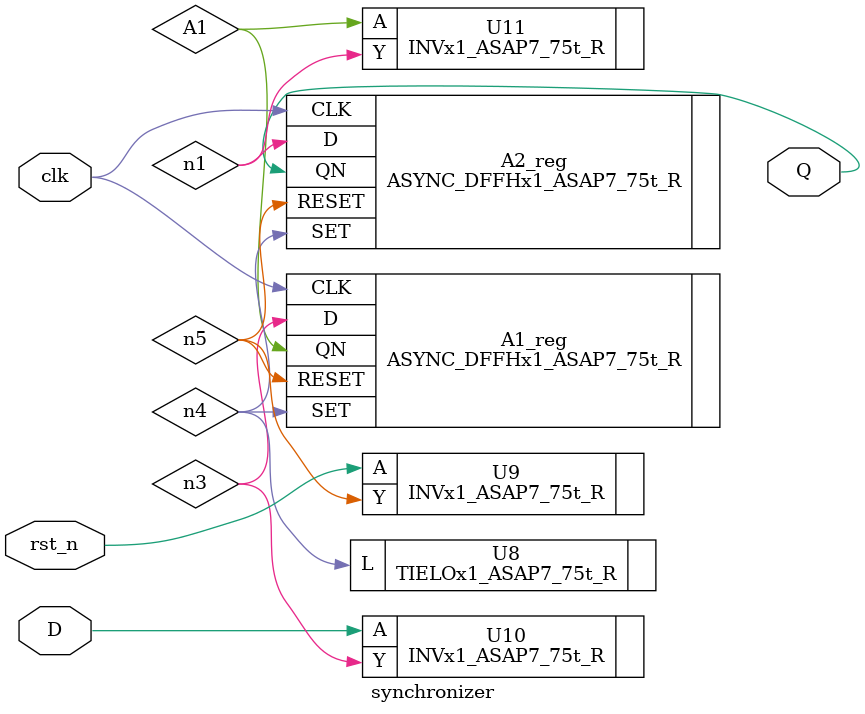
<source format=v>


module Convolution ( clk1, clk2, rst_n, in_valid, weight_valid, In_IFM_1, 
        In_IFM_2, In_IFM_3, In_IFM_4, In_IFM_5, In_IFM_6, In_IFM_7, In_IFM_8, 
        In_IFM_9, In_Weight_1, In_Weight_2, In_Weight_3, In_Weight_4, 
        In_Weight_5, In_Weight_6, In_Weight_7, In_Weight_8, In_Weight_9, 
        out_valid, Out_OFM );
  input [7:0] In_IFM_1;
  input [7:0] In_IFM_2;
  input [7:0] In_IFM_3;
  input [7:0] In_IFM_4;
  input [7:0] In_IFM_5;
  input [7:0] In_IFM_6;
  input [7:0] In_IFM_7;
  input [7:0] In_IFM_8;
  input [7:0] In_IFM_9;
  input [7:0] In_Weight_1;
  input [7:0] In_Weight_2;
  input [7:0] In_Weight_3;
  input [7:0] In_Weight_4;
  input [7:0] In_Weight_5;
  input [7:0] In_Weight_6;
  input [7:0] In_Weight_7;
  input [7:0] In_Weight_8;
  input [7:0] In_Weight_9;
  output [20:0] Out_OFM;
  input clk1, clk2, rst_n, in_valid, weight_valid;
  output out_valid;
  wire   A_syn, n17, n18, n20, n21, n22, n23, n24, n25, n26, n27, n28, n29,
         n30, n31, n32, n33, n34, n35, n36, n37, n38, n39, n40, n41, n42, n43,
         n44, n45, n46, n47, n48, n49, n50, n51, n52, n53, n54, n55, n57, n58,
         n59, n60, n61, n62, n63, n64, n65, n66, n67, n68, n69, n70, n71, n72,
         n73, n74, n75, n76, n77, n78, n79, n80, n81, n82, n83, n84, n85, n86,
         n87, n88, n89, n90, n91, n92, n93, n94, n95, n96, n97, n98, n99, n100,
         n101, n102, n103, n104, n105, n106, n107, n108, n109, n110, n111,
         n112, n113, n114, n115, n116, n117, n118, n119, n120, n121, n122,
         n123, n124, n125, n126, n127, n128, n129, n130, n131, n132, n133,
         n134, n135, n136, n137, n138, n139, n140, n141, n142, n143, n144,
         n145, n146, n147, n148, n149, n150, n151, n152, n153, n154, n155,
         n156, n157, n158, n159, n160, n161, n162, n163, n164, n165, n166,
         n167, n168, n169, n170, n171, n172, n173, n174, n175, n176, n177,
         n178, n179, n180, n181, n182, n183, n184, n185, n186, n187, n188,
         n189, n190, n191, n192, n193, n194, n195, n196, n197, n198, n199,
         n200, n201, n202, n203, n204, n205, n206, n207, n208, n209, n210,
         n211, n212, n213, n214, n215, n216, n217, n218, n219, n220, n221,
         n222, n223, n224, n225, n226, n227, n228, n229, n230, n231, n232,
         n233, n234, n235, n236, n237, n238, n239, n240, n241, n242, n243,
         n244, n245, n246, n247, n248, n249, n250, n251, n252, n253, n254,
         n255, n256, n257, n258, n259, n260, n261, n262, n263, n264, n265,
         n266, n267, n268, n269, n270, n271, n272, n273, n274, n275, n276,
         n277, n278, n279, n280, n281, n282, n283, n284, n285, n286, n287,
         n288, n289, n290, n291, n292, n293, n294, n295, n296, n297, n298,
         n299, n300, n301, n302, n303, n304, n305, n306, n309, n311, n313,
         n315, n317, n319, n321, n323, n325, n327, n329, n331, n333, n335,
         n337, n339, n341, n343, n345, n347, n435, n437, n439, n441, n443,
         n445, n447, n449, n451, n453, n455, n457, n459, n461, n463, n465,
         n467, n469, n471, n473, n475, n477, n479, n481, n483, n485, n487,
         n489, n491, n493, n495, n497, n499, n501, n503, n505, n507, n509,
         n511, n513, n515, n517, n519, n521, n523, n525, n527, n529, n531,
         n533, n535, n537, n539, n541, n543, n545, n547, n549, n551, n553,
         n555, n557, n559, n561, n563, n565, n567, n569, n571, n573, n575,
         n577, n579, n581, n583, n585, n587, n589, n591, n593, n595, n597,
         n599, n601, n603, n605, n607, n609, n611, n613, n615, n617, n619,
         n621, n623, n625, n627, n629, n631, n633, n635, n637, n639, n641,
         n643, n645, n647, n649, n651, n653, n655, n657, n659, n661, n663,
         n665, n667, n669, n671, n673, n675, n677, n679, n681, n683, n685,
         n687, n689, n691, n693, n695, n697, n699, n701, n703, n705, n707,
         n709, n711, n713, n715, n717, n719, n721, out_9__9_, out_9__8_,
         out_9__7_, out_9__6_, out_9__5_, out_9__4_, out_9__3_, out_9__2_,
         out_9__1_, out_9__15_, out_9__14_, out_9__13_, out_9__12_, out_9__11_,
         out_9__10_, out_9__0_, out_8__9_, out_8__8_, out_8__7_, out_8__6_,
         out_8__5_, out_8__4_, out_8__3_, out_8__2_, out_8__1_, out_8__15_,
         out_8__14_, out_8__13_, out_8__12_, out_8__11_, out_8__10_, out_8__0_,
         out_7__9_, out_7__8_, out_7__7_, out_7__6_, out_7__5_, out_7__4_,
         out_7__3_, out_7__2_, out_7__1_, out_7__15_, out_7__14_, out_7__13_,
         out_7__12_, out_7__11_, out_7__10_, out_7__0_, out_6__9_, out_6__8_,
         out_6__7_, out_6__6_, out_6__5_, out_6__4_, out_6__3_, out_6__2_,
         out_6__1_, out_6__15_, out_6__14_, out_6__13_, out_6__12_, out_6__11_,
         out_6__10_, out_6__0_, out_5__9_, out_5__8_, out_5__7_, out_5__6_,
         out_5__5_, out_5__4_, out_5__3_, out_5__2_, out_5__1_, out_5__15_,
         out_5__14_, out_5__13_, out_5__12_, out_5__11_, out_5__10_, out_5__0_,
         out_4__9_, out_4__8_, out_4__7_, out_4__6_, out_4__5_, out_4__4_,
         out_4__3_, out_4__2_, out_4__1_, out_4__15_, out_4__14_, out_4__13_,
         out_4__12_, out_4__11_, out_4__10_, out_4__0_, out_3__9_, out_3__8_,
         out_3__7_, out_3__6_, out_3__5_, out_3__4_, out_3__3_, out_3__2_,
         out_3__1_, out_3__15_, out_3__14_, out_3__13_, out_3__12_, out_3__11_,
         out_3__10_, out_3__0_, out_2__9_, out_2__8_, out_2__7_, out_2__6_,
         out_2__5_, out_2__4_, out_2__3_, out_2__2_, out_2__1_, out_2__15_,
         out_2__14_, out_2__13_, out_2__12_, out_2__11_, out_2__10_, out_2__0_,
         out_1__9_, out_1__8_, out_1__7_, out_1__6_, out_1__5_, out_1__4_,
         out_1__3_, out_1__2_, out_1__1_, out_1__15_, out_1__14_, out_1__13_,
         out_1__12_, out_1__11_, out_1__10_, out_1__0_, net7679, N95, N94, N93,
         N92, N91, N90, N89, N88, N87, N86, N85, N84, N83, N82, N81, N80, N75,
         N74, N73, N72, N71, N70, N69, N68, N67, N66, N65, N64, N63, N62, N61,
         N60, N59, N57, N56, N55, N54, N53, N52, N51, N50, N49, N48, N47, N46,
         N45, N44, N43, N42, N41, N40, N137, N136, N135, N134, N133, N132,
         N131, N130, N129, N128, N127, N126, N125, N124, N123, N122, N117,
         N116, N115, N114, N113, N112, N111, N110, N109, N108, N107, N106,
         N105, N104, N103, N102, N101, N100, n725, n726, n727, n728, n729,
         n730, n731, n732, n733, n734, n735, n736, n737, n738, n739, n740,
         n741, n742, n743, n744, n745, n746, n747, n748, n749, n750, n751,
         n752, n753, n754, n755, n756, n757, n758, n759, n760, n761, n762,
         n763, n764, n765, n766, n767, n768, n769, n770, n771, n772, n773,
         n774, n775, n776, n777, n778, n779, n780, n781, n782, n783, n784,
         n785, n786, n787, n788, n789, n790, n791, n792, n793, n794, n795,
         n796, n797, n798, n799, n800, n801, n802, n803, n804, n805, n806,
         n807, n808, n809, n810, n811, n812, n813, n814, n815, n816, n817,
         n818, n819, n820, n821, n822, n823, n824, n825, n826, n827, n828,
         n829, n830, n831, n832, n833, n834, n835, n836, n837, n838, n839,
         n840, n841, n842, n843, n844, n845, n846, n847, n848, n849, n850,
         n851, n852, n853, n854, n855, n856, n857, n858, n859, n860, n861,
         n862, n863, n864, n865, n866, n867, n868, n869, n870, n871, n872,
         n873, n874, n875, n876, n877, n878, n879, n880, n881, n882, n883,
         n884, n885, n886, n887, n888, n889, n890, n891, n892, n893, n894,
         n895, n896, n897, n898, n899, n900, n901, n902, n903, n904, n905,
         n906, n907, n908, n909, n910, SYNOPSYS_UNCONNECTED_1,
         SYNOPSYS_UNCONNECTED_2, SYNOPSYS_UNCONNECTED_3,
         SYNOPSYS_UNCONNECTED_4, SYNOPSYS_UNCONNECTED_5,
         SYNOPSYS_UNCONNECTED_6, SYNOPSYS_UNCONNECTED_7,
         SYNOPSYS_UNCONNECTED_8, SYNOPSYS_UNCONNECTED_9,
         SYNOPSYS_UNCONNECTED_10, SYNOPSYS_UNCONNECTED_11;
  wire   [71:0] Weight_Buffer;
  wire   [71:0] IFM_Buffer;
  wire   [19:0] out_sum;
  wire   [19:0] A1;
  wire   [19:0] A2;

  syn_XOR D1 ( .IN(n742), .OUT(A_syn), .TX_CLK(clk1), .RX_CLK(clk2), .RST_N(
        rst_n) );
  ASYNC_DFFHx1_ASAP7_75t_R A1_reg_19_ ( .D(n834), .CLK(clk2), .RESET(n735), 
        .SET(net7679), .QN(A1[19]) );
  ASYNC_DFFHx1_ASAP7_75t_R A1_reg_18_ ( .D(n835), .CLK(clk2), .RESET(n735), 
        .SET(net7679), .QN(A1[18]) );
  ASYNC_DFFHx1_ASAP7_75t_R A1_reg_17_ ( .D(n836), .CLK(clk2), .RESET(n735), 
        .SET(net7679), .QN(A1[17]) );
  ASYNC_DFFHx1_ASAP7_75t_R A1_reg_16_ ( .D(n837), .CLK(clk2), .RESET(n735), 
        .SET(net7679), .QN(A1[16]) );
  ASYNC_DFFHx1_ASAP7_75t_R A1_reg_15_ ( .D(n838), .CLK(clk2), .RESET(n735), 
        .SET(net7679), .QN(A1[15]) );
  ASYNC_DFFHx1_ASAP7_75t_R A1_reg_14_ ( .D(n839), .CLK(clk2), .RESET(n735), 
        .SET(net7679), .QN(A1[14]) );
  ASYNC_DFFHx1_ASAP7_75t_R A1_reg_13_ ( .D(n840), .CLK(clk2), .RESET(n735), 
        .SET(net7679), .QN(A1[13]) );
  ASYNC_DFFHx1_ASAP7_75t_R A1_reg_12_ ( .D(n841), .CLK(clk2), .RESET(n735), 
        .SET(net7679), .QN(A1[12]) );
  ASYNC_DFFHx1_ASAP7_75t_R A1_reg_11_ ( .D(n842), .CLK(clk2), .RESET(n735), 
        .SET(net7679), .QN(A1[11]) );
  ASYNC_DFFHx1_ASAP7_75t_R A1_reg_10_ ( .D(n843), .CLK(clk2), .RESET(n735), 
        .SET(net7679), .QN(A1[10]) );
  ASYNC_DFFHx1_ASAP7_75t_R A1_reg_9_ ( .D(n844), .CLK(clk2), .RESET(n735), 
        .SET(net7679), .QN(A1[9]) );
  ASYNC_DFFHx1_ASAP7_75t_R A1_reg_8_ ( .D(n845), .CLK(clk2), .RESET(n734), 
        .SET(net7679), .QN(A1[8]) );
  ASYNC_DFFHx1_ASAP7_75t_R A1_reg_7_ ( .D(n846), .CLK(clk2), .RESET(n734), 
        .SET(net7679), .QN(A1[7]) );
  ASYNC_DFFHx1_ASAP7_75t_R A1_reg_6_ ( .D(n847), .CLK(clk2), .RESET(n734), 
        .SET(net7679), .QN(A1[6]) );
  ASYNC_DFFHx1_ASAP7_75t_R A1_reg_5_ ( .D(n848), .CLK(clk2), .RESET(n734), 
        .SET(net7679), .QN(A1[5]) );
  ASYNC_DFFHx1_ASAP7_75t_R A1_reg_4_ ( .D(n849), .CLK(clk2), .RESET(n734), 
        .SET(net7679), .QN(A1[4]) );
  ASYNC_DFFHx1_ASAP7_75t_R A1_reg_3_ ( .D(n850), .CLK(clk2), .RESET(n734), 
        .SET(net7679), .QN(A1[3]) );
  ASYNC_DFFHx1_ASAP7_75t_R A1_reg_2_ ( .D(n851), .CLK(clk2), .RESET(n734), 
        .SET(net7679), .QN(A1[2]) );
  ASYNC_DFFHx1_ASAP7_75t_R A1_reg_1_ ( .D(n852), .CLK(clk2), .RESET(n734), 
        .SET(net7679), .QN(A1[1]) );
  ASYNC_DFFHx1_ASAP7_75t_R A1_reg_0_ ( .D(n853), .CLK(clk2), .RESET(n734), 
        .SET(net7679), .QN(A1[0]) );
  OR2x2_ASAP7_75t_R U3 ( .A(n17), .B(n18), .Y(n543) );
  OR2x2_ASAP7_75t_R U6 ( .A(n20), .B(n21), .Y(n545) );
  OR2x2_ASAP7_75t_R U9 ( .A(n22), .B(n23), .Y(n547) );
  OR2x2_ASAP7_75t_R U12 ( .A(n24), .B(n25), .Y(n549) );
  OR2x2_ASAP7_75t_R U15 ( .A(n26), .B(n27), .Y(n551) );
  OR2x2_ASAP7_75t_R U18 ( .A(n28), .B(n29), .Y(n553) );
  OR2x2_ASAP7_75t_R U21 ( .A(n30), .B(n31), .Y(n555) );
  OR2x2_ASAP7_75t_R U24 ( .A(n32), .B(n33), .Y(n557) );
  OR2x2_ASAP7_75t_R U27 ( .A(n34), .B(n35), .Y(n559) );
  OR2x2_ASAP7_75t_R U30 ( .A(n36), .B(n37), .Y(n561) );
  OR2x2_ASAP7_75t_R U33 ( .A(n38), .B(n39), .Y(n563) );
  OR2x2_ASAP7_75t_R U36 ( .A(n40), .B(n41), .Y(n565) );
  OR2x2_ASAP7_75t_R U39 ( .A(n42), .B(n43), .Y(n567) );
  OR2x2_ASAP7_75t_R U42 ( .A(n44), .B(n45), .Y(n569) );
  OR2x2_ASAP7_75t_R U45 ( .A(n46), .B(n47), .Y(n571) );
  OR2x2_ASAP7_75t_R U48 ( .A(n48), .B(n49), .Y(n573) );
  OR2x2_ASAP7_75t_R U51 ( .A(n50), .B(n51), .Y(n575) );
  OR2x2_ASAP7_75t_R U54 ( .A(n52), .B(n53), .Y(n577) );
  OR2x2_ASAP7_75t_R U57 ( .A(n54), .B(n55), .Y(n579) );
  OR2x2_ASAP7_75t_R U60 ( .A(n57), .B(n58), .Y(n581) );
  OR2x2_ASAP7_75t_R U63 ( .A(n59), .B(n60), .Y(n583) );
  OR2x2_ASAP7_75t_R U66 ( .A(n61), .B(n62), .Y(n585) );
  OR2x2_ASAP7_75t_R U69 ( .A(n63), .B(n64), .Y(n587) );
  OR2x2_ASAP7_75t_R U72 ( .A(n65), .B(n66), .Y(n589) );
  OR2x2_ASAP7_75t_R U75 ( .A(n67), .B(n68), .Y(n591) );
  OR2x2_ASAP7_75t_R U78 ( .A(n69), .B(n70), .Y(n593) );
  OR2x2_ASAP7_75t_R U81 ( .A(n71), .B(n72), .Y(n595) );
  OR2x2_ASAP7_75t_R U84 ( .A(n73), .B(n74), .Y(n597) );
  OR2x2_ASAP7_75t_R U87 ( .A(n75), .B(n76), .Y(n599) );
  OR2x2_ASAP7_75t_R U90 ( .A(n77), .B(n78), .Y(n601) );
  OR2x2_ASAP7_75t_R U93 ( .A(n79), .B(n80), .Y(n603) );
  OR2x2_ASAP7_75t_R U96 ( .A(n81), .B(n82), .Y(n605) );
  OR2x2_ASAP7_75t_R U99 ( .A(n83), .B(n84), .Y(n607) );
  OR2x2_ASAP7_75t_R U102 ( .A(n85), .B(n86), .Y(n609) );
  OR2x2_ASAP7_75t_R U105 ( .A(n87), .B(n88), .Y(n611) );
  OR2x2_ASAP7_75t_R U108 ( .A(n89), .B(n90), .Y(n613) );
  OR2x2_ASAP7_75t_R U111 ( .A(n91), .B(n92), .Y(n615) );
  OR2x2_ASAP7_75t_R U114 ( .A(n93), .B(n94), .Y(n617) );
  OR2x2_ASAP7_75t_R U117 ( .A(n95), .B(n96), .Y(n619) );
  OR2x2_ASAP7_75t_R U120 ( .A(n97), .B(n98), .Y(n621) );
  OR2x2_ASAP7_75t_R U123 ( .A(n99), .B(n100), .Y(n623) );
  OR2x2_ASAP7_75t_R U126 ( .A(n101), .B(n102), .Y(n625) );
  OR2x2_ASAP7_75t_R U129 ( .A(n103), .B(n104), .Y(n627) );
  OR2x2_ASAP7_75t_R U132 ( .A(n105), .B(n106), .Y(n629) );
  OR2x2_ASAP7_75t_R U135 ( .A(n107), .B(n108), .Y(n631) );
  OR2x2_ASAP7_75t_R U138 ( .A(n109), .B(n110), .Y(n633) );
  OR2x2_ASAP7_75t_R U141 ( .A(n111), .B(n112), .Y(n635) );
  OR2x2_ASAP7_75t_R U144 ( .A(n113), .B(n114), .Y(n637) );
  OR2x2_ASAP7_75t_R U147 ( .A(n115), .B(n116), .Y(n639) );
  OR2x2_ASAP7_75t_R U150 ( .A(n117), .B(n118), .Y(n641) );
  OR2x2_ASAP7_75t_R U153 ( .A(n119), .B(n120), .Y(n643) );
  OR2x2_ASAP7_75t_R U156 ( .A(n121), .B(n122), .Y(n645) );
  OR2x2_ASAP7_75t_R U159 ( .A(n123), .B(n124), .Y(n647) );
  OR2x2_ASAP7_75t_R U162 ( .A(n125), .B(n126), .Y(n649) );
  OR2x2_ASAP7_75t_R U165 ( .A(n127), .B(n128), .Y(n651) );
  OR2x2_ASAP7_75t_R U168 ( .A(n129), .B(n130), .Y(n653) );
  OR2x2_ASAP7_75t_R U171 ( .A(n131), .B(n132), .Y(n655) );
  OR2x2_ASAP7_75t_R U174 ( .A(n133), .B(n134), .Y(n657) );
  OR2x2_ASAP7_75t_R U177 ( .A(n135), .B(n136), .Y(n659) );
  OR2x2_ASAP7_75t_R U180 ( .A(n137), .B(n138), .Y(n661) );
  OR2x2_ASAP7_75t_R U183 ( .A(n139), .B(n140), .Y(n663) );
  OR2x2_ASAP7_75t_R U186 ( .A(n141), .B(n142), .Y(n665) );
  OR2x2_ASAP7_75t_R U189 ( .A(n143), .B(n144), .Y(n667) );
  OR2x2_ASAP7_75t_R U192 ( .A(n145), .B(n146), .Y(n669) );
  OR2x2_ASAP7_75t_R U195 ( .A(n147), .B(n148), .Y(n671) );
  OR2x2_ASAP7_75t_R U198 ( .A(n149), .B(n150), .Y(n673) );
  OR2x2_ASAP7_75t_R U201 ( .A(n151), .B(n152), .Y(n675) );
  OR2x2_ASAP7_75t_R U204 ( .A(n153), .B(n154), .Y(n677) );
  OR2x2_ASAP7_75t_R U207 ( .A(n155), .B(n156), .Y(n679) );
  OR2x2_ASAP7_75t_R U210 ( .A(n157), .B(n158), .Y(n681) );
  OR2x2_ASAP7_75t_R U213 ( .A(n159), .B(n160), .Y(n683) );
  OR2x2_ASAP7_75t_R U216 ( .A(n161), .B(n162), .Y(n685) );
  OR2x2_ASAP7_75t_R U219 ( .A(n163), .B(n164), .Y(n687) );
  OR2x2_ASAP7_75t_R U222 ( .A(n165), .B(n166), .Y(n689) );
  OR2x2_ASAP7_75t_R U225 ( .A(n167), .B(n168), .Y(n691) );
  OR2x2_ASAP7_75t_R U228 ( .A(n169), .B(n170), .Y(n693) );
  OR2x2_ASAP7_75t_R U231 ( .A(n171), .B(n172), .Y(n695) );
  OR2x2_ASAP7_75t_R U234 ( .A(n173), .B(n174), .Y(n697) );
  OR2x2_ASAP7_75t_R U237 ( .A(n175), .B(n176), .Y(n699) );
  OR2x2_ASAP7_75t_R U240 ( .A(n177), .B(n178), .Y(n701) );
  OR2x2_ASAP7_75t_R U243 ( .A(n179), .B(n180), .Y(n703) );
  OR2x2_ASAP7_75t_R U246 ( .A(n181), .B(n182), .Y(n705) );
  OR2x2_ASAP7_75t_R U249 ( .A(n183), .B(n184), .Y(n707) );
  OR2x2_ASAP7_75t_R U252 ( .A(n185), .B(n186), .Y(n709) );
  OR2x2_ASAP7_75t_R U255 ( .A(n187), .B(n188), .Y(n711) );
  OR2x2_ASAP7_75t_R U258 ( .A(n189), .B(n190), .Y(n713) );
  OR2x2_ASAP7_75t_R U261 ( .A(n191), .B(n192), .Y(n715) );
  OR2x2_ASAP7_75t_R U264 ( .A(n193), .B(n194), .Y(n717) );
  OR2x2_ASAP7_75t_R U267 ( .A(n195), .B(n196), .Y(n719) );
  OR2x2_ASAP7_75t_R U270 ( .A(n197), .B(n198), .Y(n721) );
  OR2x2_ASAP7_75t_R U339 ( .A(n199), .B(n200), .Y(n435) );
  OR2x2_ASAP7_75t_R U342 ( .A(n201), .B(n202), .Y(n437) );
  OR2x2_ASAP7_75t_R U345 ( .A(n203), .B(n204), .Y(n439) );
  OR2x2_ASAP7_75t_R U348 ( .A(n205), .B(n206), .Y(n441) );
  OR2x2_ASAP7_75t_R U351 ( .A(n207), .B(n208), .Y(n443) );
  OR2x2_ASAP7_75t_R U354 ( .A(n209), .B(n210), .Y(n445) );
  OR2x2_ASAP7_75t_R U357 ( .A(n211), .B(n212), .Y(n447) );
  OR2x2_ASAP7_75t_R U360 ( .A(n213), .B(n214), .Y(n449) );
  OR2x2_ASAP7_75t_R U363 ( .A(n215), .B(n216), .Y(n451) );
  OR2x2_ASAP7_75t_R U366 ( .A(n217), .B(n218), .Y(n453) );
  OR2x2_ASAP7_75t_R U369 ( .A(n219), .B(n220), .Y(n455) );
  OR2x2_ASAP7_75t_R U372 ( .A(n221), .B(n222), .Y(n457) );
  OR2x2_ASAP7_75t_R U375 ( .A(n223), .B(n224), .Y(n459) );
  OR2x2_ASAP7_75t_R U378 ( .A(n225), .B(n226), .Y(n461) );
  OR2x2_ASAP7_75t_R U381 ( .A(n227), .B(n228), .Y(n463) );
  OR2x2_ASAP7_75t_R U384 ( .A(n229), .B(n230), .Y(n465) );
  OR2x2_ASAP7_75t_R U387 ( .A(n231), .B(n232), .Y(n467) );
  OR2x2_ASAP7_75t_R U390 ( .A(n233), .B(n234), .Y(n469) );
  OR2x2_ASAP7_75t_R U393 ( .A(n235), .B(n236), .Y(n471) );
  OR2x2_ASAP7_75t_R U396 ( .A(n237), .B(n238), .Y(n473) );
  OR2x2_ASAP7_75t_R U399 ( .A(n239), .B(n240), .Y(n475) );
  OR2x2_ASAP7_75t_R U402 ( .A(n241), .B(n242), .Y(n477) );
  OR2x2_ASAP7_75t_R U405 ( .A(n243), .B(n244), .Y(n479) );
  OR2x2_ASAP7_75t_R U408 ( .A(n245), .B(n246), .Y(n481) );
  OR2x2_ASAP7_75t_R U411 ( .A(n247), .B(n248), .Y(n483) );
  OR2x2_ASAP7_75t_R U414 ( .A(n249), .B(n250), .Y(n485) );
  OR2x2_ASAP7_75t_R U417 ( .A(n251), .B(n252), .Y(n487) );
  OR2x2_ASAP7_75t_R U420 ( .A(n253), .B(n254), .Y(n489) );
  OR2x2_ASAP7_75t_R U423 ( .A(n255), .B(n256), .Y(n491) );
  OR2x2_ASAP7_75t_R U426 ( .A(n257), .B(n258), .Y(n493) );
  OR2x2_ASAP7_75t_R U429 ( .A(n259), .B(n260), .Y(n495) );
  OR2x2_ASAP7_75t_R U432 ( .A(n261), .B(n262), .Y(n497) );
  OR2x2_ASAP7_75t_R U435 ( .A(n263), .B(n264), .Y(n499) );
  OR2x2_ASAP7_75t_R U438 ( .A(n265), .B(n266), .Y(n501) );
  OR2x2_ASAP7_75t_R U441 ( .A(n267), .B(n268), .Y(n503) );
  OR2x2_ASAP7_75t_R U444 ( .A(n269), .B(n270), .Y(n505) );
  OR2x2_ASAP7_75t_R U447 ( .A(n271), .B(n272), .Y(n507) );
  OR2x2_ASAP7_75t_R U450 ( .A(n273), .B(n274), .Y(n509) );
  OR2x2_ASAP7_75t_R U453 ( .A(n275), .B(n276), .Y(n511) );
  OR2x2_ASAP7_75t_R U456 ( .A(n277), .B(n278), .Y(n513) );
  OR2x2_ASAP7_75t_R U459 ( .A(n279), .B(n280), .Y(n515) );
  OR2x2_ASAP7_75t_R U462 ( .A(n281), .B(n282), .Y(n517) );
  OR2x2_ASAP7_75t_R U465 ( .A(n283), .B(n284), .Y(n519) );
  OR2x2_ASAP7_75t_R U468 ( .A(n285), .B(n286), .Y(n521) );
  OR2x2_ASAP7_75t_R U471 ( .A(n287), .B(n288), .Y(n523) );
  OR2x2_ASAP7_75t_R U474 ( .A(n289), .B(n290), .Y(n525) );
  OR2x2_ASAP7_75t_R U477 ( .A(n291), .B(n292), .Y(n527) );
  OR2x2_ASAP7_75t_R U480 ( .A(n293), .B(n294), .Y(n529) );
  OR2x2_ASAP7_75t_R U483 ( .A(n295), .B(n296), .Y(n531) );
  OR2x2_ASAP7_75t_R U486 ( .A(n297), .B(n298), .Y(n533) );
  OR2x2_ASAP7_75t_R U489 ( .A(n299), .B(n300), .Y(n535) );
  OR2x2_ASAP7_75t_R U492 ( .A(n301), .B(n302), .Y(n537) );
  OR2x2_ASAP7_75t_R U495 ( .A(n303), .B(n304), .Y(n539) );
  OR2x2_ASAP7_75t_R U498 ( .A(n305), .B(n306), .Y(n541) );
  NAND2xp5_ASAP7_75t_R U276 ( .A(A2[0]), .B(n732), .Y(n309) );
  NAND2xp5_ASAP7_75t_R U277 ( .A(A2[1]), .B(n732), .Y(n311) );
  NAND2xp5_ASAP7_75t_R U278 ( .A(A2[2]), .B(n732), .Y(n313) );
  NAND2xp5_ASAP7_75t_R U279 ( .A(A2[3]), .B(n732), .Y(n315) );
  NAND2xp5_ASAP7_75t_R U280 ( .A(A2[4]), .B(n732), .Y(n317) );
  NAND2xp5_ASAP7_75t_R U281 ( .A(A2[5]), .B(n732), .Y(n319) );
  NAND2xp5_ASAP7_75t_R U282 ( .A(A2[6]), .B(n732), .Y(n321) );
  NAND2xp5_ASAP7_75t_R U283 ( .A(A2[7]), .B(n732), .Y(n323) );
  NAND2xp5_ASAP7_75t_R U284 ( .A(A2[8]), .B(n732), .Y(n325) );
  NAND2xp5_ASAP7_75t_R U285 ( .A(A2[9]), .B(n732), .Y(n327) );
  NAND2xp5_ASAP7_75t_R U286 ( .A(A2[10]), .B(n732), .Y(n329) );
  NAND2xp5_ASAP7_75t_R U287 ( .A(A2[11]), .B(n732), .Y(n331) );
  NAND2xp5_ASAP7_75t_R U288 ( .A(A2[12]), .B(n732), .Y(n333) );
  NAND2xp5_ASAP7_75t_R U289 ( .A(A2[13]), .B(n732), .Y(n335) );
  NAND2xp5_ASAP7_75t_R U290 ( .A(A2[14]), .B(n732), .Y(n337) );
  NAND2xp5_ASAP7_75t_R U291 ( .A(A2[15]), .B(n732), .Y(n339) );
  NAND2xp5_ASAP7_75t_R U292 ( .A(A2[16]), .B(n732), .Y(n341) );
  NAND2xp5_ASAP7_75t_R U293 ( .A(A2[17]), .B(n732), .Y(n343) );
  NAND2xp5_ASAP7_75t_R U294 ( .A(A2[18]), .B(n732), .Y(n345) );
  NAND2xp5_ASAP7_75t_R U295 ( .A(A2[19]), .B(n732), .Y(n347) );
  Convolution_DW_mult_uns_8 mult_142_G9 ( .a(Weight_Buffer[7:0]), .b(
        IFM_Buffer[7:0]), .product({out_9__15_, out_9__14_, out_9__13_, 
        out_9__12_, out_9__11_, out_9__10_, out_9__9_, out_9__8_, out_9__7_, 
        out_9__6_, out_9__5_, out_9__4_, out_9__3_, out_9__2_, out_9__1_, 
        out_9__0_}) );
  Convolution_DW_mult_uns_7 mult_142_G8 ( .a(Weight_Buffer[15:8]), .b(
        IFM_Buffer[15:8]), .product({out_8__15_, out_8__14_, out_8__13_, 
        out_8__12_, out_8__11_, out_8__10_, out_8__9_, out_8__8_, out_8__7_, 
        out_8__6_, out_8__5_, out_8__4_, out_8__3_, out_8__2_, out_8__1_, 
        out_8__0_}) );
  Convolution_DW_mult_uns_6 mult_142_G7 ( .a(Weight_Buffer[23:16]), .b(
        IFM_Buffer[23:16]), .product({out_7__15_, out_7__14_, out_7__13_, 
        out_7__12_, out_7__11_, out_7__10_, out_7__9_, out_7__8_, out_7__7_, 
        out_7__6_, out_7__5_, out_7__4_, out_7__3_, out_7__2_, out_7__1_, 
        out_7__0_}) );
  Convolution_DW_mult_uns_5 mult_142_G6 ( .a(Weight_Buffer[31:24]), .b(
        IFM_Buffer[31:24]), .product({out_6__15_, out_6__14_, out_6__13_, 
        out_6__12_, out_6__11_, out_6__10_, out_6__9_, out_6__8_, out_6__7_, 
        out_6__6_, out_6__5_, out_6__4_, out_6__3_, out_6__2_, out_6__1_, 
        out_6__0_}) );
  Convolution_DW_mult_uns_4 mult_142_G5 ( .a(Weight_Buffer[39:32]), .b(
        IFM_Buffer[39:32]), .product({out_5__15_, out_5__14_, out_5__13_, 
        out_5__12_, out_5__11_, out_5__10_, out_5__9_, out_5__8_, out_5__7_, 
        out_5__6_, out_5__5_, out_5__4_, out_5__3_, out_5__2_, out_5__1_, 
        out_5__0_}) );
  Convolution_DW_mult_uns_3 mult_142_G4 ( .a(Weight_Buffer[47:40]), .b(
        IFM_Buffer[47:40]), .product({out_4__15_, out_4__14_, out_4__13_, 
        out_4__12_, out_4__11_, out_4__10_, out_4__9_, out_4__8_, out_4__7_, 
        out_4__6_, out_4__5_, out_4__4_, out_4__3_, out_4__2_, out_4__1_, 
        out_4__0_}) );
  Convolution_DW_mult_uns_2 mult_142_G3 ( .a(Weight_Buffer[55:48]), .b(
        IFM_Buffer[55:48]), .product({out_3__15_, out_3__14_, out_3__13_, 
        out_3__12_, out_3__11_, out_3__10_, out_3__9_, out_3__8_, out_3__7_, 
        out_3__6_, out_3__5_, out_3__4_, out_3__3_, out_3__2_, out_3__1_, 
        out_3__0_}) );
  Convolution_DW_mult_uns_1 mult_142_G2 ( .a(Weight_Buffer[63:56]), .b(
        IFM_Buffer[63:56]), .product({out_2__15_, out_2__14_, out_2__13_, 
        out_2__12_, out_2__11_, out_2__10_, out_2__9_, out_2__8_, out_2__7_, 
        out_2__6_, out_2__5_, out_2__4_, out_2__3_, out_2__2_, out_2__1_, 
        out_2__0_}) );
  Convolution_DW_mult_uns_0 mult_142 ( .a(Weight_Buffer[71:64]), .b(
        IFM_Buffer[71:64]), .product({out_1__15_, out_1__14_, out_1__13_, 
        out_1__12_, out_1__11_, out_1__10_, out_1__9_, out_1__8_, out_1__7_, 
        out_1__6_, out_1__5_, out_1__4_, out_1__3_, out_1__2_, out_1__1_, 
        out_1__0_}) );
  Convolution_DW01_add_7 add_5_root_add_0_root_add_146_8 ( .A({net7679, 
        net7679, net7679, net7679, out_1__15_, out_1__14_, out_1__13_, 
        out_1__12_, out_1__11_, out_1__10_, out_1__9_, out_1__8_, out_1__7_, 
        out_1__6_, out_1__5_, out_1__4_, out_1__3_, out_1__2_, out_1__1_, 
        out_1__0_}), .B({net7679, net7679, net7679, net7679, out_2__15_, 
        out_2__14_, out_2__13_, out_2__12_, out_2__11_, out_2__10_, out_2__9_, 
        out_2__8_, out_2__7_, out_2__6_, out_2__5_, out_2__4_, out_2__3_, 
        out_2__2_, out_2__1_, out_2__0_}), .CI(net7679), .SUM({
        SYNOPSYS_UNCONNECTED_1, SYNOPSYS_UNCONNECTED_2, SYNOPSYS_UNCONNECTED_3, 
        N75, N74, N73, N72, N71, N70, N69, N68, N67, N66, N65, N64, N63, N62, 
        N61, N60, N59}) );
  Convolution_DW01_add_6 add_7_root_add_0_root_add_146_8 ( .A({net7679, 
        net7679, out_3__15_, out_3__14_, out_3__13_, out_3__12_, out_3__11_, 
        out_3__10_, out_3__9_, out_3__8_, out_3__7_, out_3__6_, out_3__5_, 
        out_3__4_, out_3__3_, out_3__2_, out_3__1_, out_3__0_}), .B({net7679, 
        net7679, out_7__15_, out_7__14_, out_7__13_, out_7__12_, out_7__11_, 
        out_7__10_, out_7__9_, out_7__8_, out_7__7_, out_7__6_, out_7__5_, 
        out_7__4_, out_7__3_, out_7__2_, out_7__1_, out_7__0_}), .CI(net7679), 
        .SUM({SYNOPSYS_UNCONNECTED_4, n891, n890, n889, n888, n887, n886, n885, 
        n884, n883, n882, n881, n880, n879, n878, n877, n876, n875}) );
  Convolution_DW01_add_5 add_3_root_add_0_root_add_146_8 ( .A({net7679, 
        net7679, net7679, out_6__15_, out_6__14_, out_6__13_, out_6__12_, 
        out_6__11_, out_6__10_, out_6__9_, out_6__8_, out_6__7_, out_6__6_, 
        out_6__5_, out_6__4_, out_6__3_, out_6__2_, out_6__1_, out_6__0_}), 
        .B({net7679, net7679, n891, n890, n889, n888, n887, n886, n885, n884, 
        n883, n882, n881, n880, n879, n878, n877, n876, n875}), .CI(net7679), 
        .SUM({SYNOPSYS_UNCONNECTED_5, N57, N56, N55, N54, N53, N52, N51, N50, 
        N49, N48, N47, N46, N45, N44, N43, N42, N41, N40}) );
  Convolution_DW01_add_4 add_2_root_add_0_root_add_146_8 ( .A({net7679, 
        net7679, net7679, net7679, N75, N74, N73, N72, N71, N70, N69, N68, N67, 
        N66, N65, N64, N63, N62, N61, N60, N59}), .B({net7679, net7679, 
        net7679, N57, N56, N55, N54, N53, N52, N51, N50, N49, N48, N47, N46, 
        N45, N44, N43, N42, N41, N40}), .CI(net7679), .SUM({
        SYNOPSYS_UNCONNECTED_6, SYNOPSYS_UNCONNECTED_7, n910, n909, n908, n907, 
        n906, n905, n904, n903, n902, n901, n900, n899, n898, n897, n896, n895, 
        n894, n893, n892}) );
  Convolution_DW01_add_1 add_1_root_add_0_root_add_146_8 ( .A({net7679, 
        net7679, net7679, net7679, N137, N136, N135, N134, N133, N132, N131, 
        N130, N129, N128, N127, N126, N125, N124, N123, N122, n729}), .B({
        net7679, net7679, net7679, net7679, N95, N94, N93, N92, N91, N90, N89, 
        N88, N87, N86, N85, N84, N83, N82, N81, N80, n726}), .CI(net7679), 
        .SUM({SYNOPSYS_UNCONNECTED_8, SYNOPSYS_UNCONNECTED_9, 
        SYNOPSYS_UNCONNECTED_10, N117, N116, N115, N114, N113, N112, N111, 
        N110, N109, N108, N107, N106, N105, N104, N103, N102, N101, N100}) );
  Convolution_DW01_add_0 add_0_root_add_0_root_add_146_8 ( .A({net7679, 
        net7679, net7679, N117, N116, N115, N114, N113, N112, N111, N110, N109, 
        N108, N107, N106, N105, N104, N103, N102, N101, N100}), .B({net7679, 
        net7679, n910, n909, n908, n907, n906, n905, n904, n903, n902, n901, 
        n900, n899, n898, n897, n896, n895, n894, n893, n892}), .CI(net7679), 
        .SUM({SYNOPSYS_UNCONNECTED_11, out_sum}) );
  FAx1_ASAP7_75t_R add_6_root_add_0_root_add_146_8_U1_1 ( .A(out_9__1_), .B(
        out_5__1_), .CI(n728), .CON(n791), .SN(n790) );
  FAx1_ASAP7_75t_R add_6_root_add_0_root_add_146_8_U1_2 ( .A(out_9__2_), .B(
        out_5__2_), .CI(n820), .CON(n793), .SN(n792) );
  FAx1_ASAP7_75t_R add_6_root_add_0_root_add_146_8_U1_3 ( .A(out_9__3_), .B(
        out_5__3_), .CI(n821), .CON(n795), .SN(n794) );
  FAx1_ASAP7_75t_R add_6_root_add_0_root_add_146_8_U1_4 ( .A(out_9__4_), .B(
        out_5__4_), .CI(n822), .CON(n797), .SN(n796) );
  FAx1_ASAP7_75t_R add_6_root_add_0_root_add_146_8_U1_5 ( .A(out_9__5_), .B(
        out_5__5_), .CI(n823), .CON(n799), .SN(n798) );
  FAx1_ASAP7_75t_R add_6_root_add_0_root_add_146_8_U1_6 ( .A(out_9__6_), .B(
        out_5__6_), .CI(n824), .CON(n801), .SN(n800) );
  FAx1_ASAP7_75t_R add_6_root_add_0_root_add_146_8_U1_7 ( .A(out_9__7_), .B(
        out_5__7_), .CI(n825), .CON(n803), .SN(n802) );
  FAx1_ASAP7_75t_R add_6_root_add_0_root_add_146_8_U1_8 ( .A(out_9__8_), .B(
        out_5__8_), .CI(n826), .CON(n805), .SN(n804) );
  FAx1_ASAP7_75t_R add_6_root_add_0_root_add_146_8_U1_9 ( .A(out_9__9_), .B(
        out_5__9_), .CI(n827), .CON(n807), .SN(n806) );
  FAx1_ASAP7_75t_R add_6_root_add_0_root_add_146_8_U1_10 ( .A(out_9__10_), .B(
        out_5__10_), .CI(n828), .CON(n809), .SN(n808) );
  FAx1_ASAP7_75t_R add_6_root_add_0_root_add_146_8_U1_11 ( .A(out_9__11_), .B(
        out_5__11_), .CI(n829), .CON(n811), .SN(n810) );
  FAx1_ASAP7_75t_R add_6_root_add_0_root_add_146_8_U1_12 ( .A(out_9__12_), .B(
        out_5__12_), .CI(n830), .CON(n813), .SN(n812) );
  FAx1_ASAP7_75t_R add_6_root_add_0_root_add_146_8_U1_13 ( .A(out_9__13_), .B(
        out_5__13_), .CI(n831), .CON(n815), .SN(n814) );
  FAx1_ASAP7_75t_R add_6_root_add_0_root_add_146_8_U1_14 ( .A(out_9__14_), .B(
        out_5__14_), .CI(n832), .CON(n817), .SN(n816) );
  FAx1_ASAP7_75t_R add_6_root_add_0_root_add_146_8_U1_15 ( .A(out_9__15_), .B(
        out_5__15_), .CI(n833), .CON(n819), .SN(n818) );
  FAx1_ASAP7_75t_R add_4_root_add_0_root_add_146_8_U1_1 ( .A(out_4__1_), .B(
        out_8__1_), .CI(n727), .CON(n747), .SN(n746) );
  FAx1_ASAP7_75t_R add_4_root_add_0_root_add_146_8_U1_2 ( .A(out_4__2_), .B(
        out_8__2_), .CI(n776), .CON(n749), .SN(n748) );
  FAx1_ASAP7_75t_R add_4_root_add_0_root_add_146_8_U1_3 ( .A(out_4__3_), .B(
        out_8__3_), .CI(n777), .CON(n751), .SN(n750) );
  FAx1_ASAP7_75t_R add_4_root_add_0_root_add_146_8_U1_4 ( .A(out_4__4_), .B(
        out_8__4_), .CI(n778), .CON(n753), .SN(n752) );
  FAx1_ASAP7_75t_R add_4_root_add_0_root_add_146_8_U1_5 ( .A(out_4__5_), .B(
        out_8__5_), .CI(n779), .CON(n755), .SN(n754) );
  FAx1_ASAP7_75t_R add_4_root_add_0_root_add_146_8_U1_6 ( .A(out_4__6_), .B(
        out_8__6_), .CI(n780), .CON(n757), .SN(n756) );
  FAx1_ASAP7_75t_R add_4_root_add_0_root_add_146_8_U1_7 ( .A(out_4__7_), .B(
        out_8__7_), .CI(n781), .CON(n759), .SN(n758) );
  FAx1_ASAP7_75t_R add_4_root_add_0_root_add_146_8_U1_8 ( .A(out_4__8_), .B(
        out_8__8_), .CI(n782), .CON(n761), .SN(n760) );
  FAx1_ASAP7_75t_R add_4_root_add_0_root_add_146_8_U1_9 ( .A(out_4__9_), .B(
        out_8__9_), .CI(n783), .CON(n763), .SN(n762) );
  FAx1_ASAP7_75t_R add_4_root_add_0_root_add_146_8_U1_10 ( .A(out_4__10_), .B(
        out_8__10_), .CI(n784), .CON(n765), .SN(n764) );
  FAx1_ASAP7_75t_R add_4_root_add_0_root_add_146_8_U1_11 ( .A(out_4__11_), .B(
        out_8__11_), .CI(n785), .CON(n767), .SN(n766) );
  FAx1_ASAP7_75t_R add_4_root_add_0_root_add_146_8_U1_12 ( .A(out_4__12_), .B(
        out_8__12_), .CI(n786), .CON(n769), .SN(n768) );
  FAx1_ASAP7_75t_R add_4_root_add_0_root_add_146_8_U1_13 ( .A(out_4__13_), .B(
        out_8__13_), .CI(n787), .CON(n771), .SN(n770) );
  FAx1_ASAP7_75t_R add_4_root_add_0_root_add_146_8_U1_14 ( .A(out_4__14_), .B(
        out_8__14_), .CI(n788), .CON(n773), .SN(n772) );
  FAx1_ASAP7_75t_R add_4_root_add_0_root_add_146_8_U1_15 ( .A(out_4__15_), .B(
        out_8__15_), .CI(n789), .CON(n775), .SN(n774) );
  ASYNC_DFFHx1_ASAP7_75t_R Weight_Buffer_reg_9__7_ ( .D(n593), .CLK(clk1), 
        .RESET(n854), .SET(net7679), .QN(Weight_Buffer[7]) );
  ASYNC_DFFHx1_ASAP7_75t_R Weight_Buffer_reg_9__6_ ( .D(n591), .CLK(clk1), 
        .RESET(n854), .SET(net7679), .QN(Weight_Buffer[6]) );
  ASYNC_DFFHx1_ASAP7_75t_R Weight_Buffer_reg_9__5_ ( .D(n589), .CLK(clk1), 
        .RESET(n854), .SET(net7679), .QN(Weight_Buffer[5]) );
  ASYNC_DFFHx1_ASAP7_75t_R Weight_Buffer_reg_9__4_ ( .D(n587), .CLK(clk1), 
        .RESET(n854), .SET(net7679), .QN(Weight_Buffer[4]) );
  ASYNC_DFFHx1_ASAP7_75t_R Weight_Buffer_reg_9__3_ ( .D(n585), .CLK(clk1), 
        .RESET(n854), .SET(net7679), .QN(Weight_Buffer[3]) );
  ASYNC_DFFHx1_ASAP7_75t_R Weight_Buffer_reg_9__2_ ( .D(n583), .CLK(clk1), 
        .RESET(n854), .SET(net7679), .QN(Weight_Buffer[2]) );
  ASYNC_DFFHx1_ASAP7_75t_R Weight_Buffer_reg_9__1_ ( .D(n581), .CLK(clk1), 
        .RESET(n854), .SET(net7679), .QN(Weight_Buffer[1]) );
  ASYNC_DFFHx1_ASAP7_75t_R Weight_Buffer_reg_9__0_ ( .D(n579), .CLK(clk1), 
        .RESET(n854), .SET(net7679), .QN(Weight_Buffer[0]) );
  ASYNC_DFFHx1_ASAP7_75t_R Weight_Buffer_reg_8__7_ ( .D(n609), .CLK(clk1), 
        .RESET(n854), .SET(net7679), .QN(Weight_Buffer[15]) );
  ASYNC_DFFHx1_ASAP7_75t_R Weight_Buffer_reg_8__6_ ( .D(n607), .CLK(clk1), 
        .RESET(n854), .SET(net7679), .QN(Weight_Buffer[14]) );
  ASYNC_DFFHx1_ASAP7_75t_R Weight_Buffer_reg_8__5_ ( .D(n605), .CLK(clk1), 
        .RESET(n854), .SET(net7679), .QN(Weight_Buffer[13]) );
  ASYNC_DFFHx1_ASAP7_75t_R Weight_Buffer_reg_8__4_ ( .D(n603), .CLK(clk1), 
        .RESET(n854), .SET(net7679), .QN(Weight_Buffer[12]) );
  ASYNC_DFFHx1_ASAP7_75t_R Weight_Buffer_reg_8__3_ ( .D(n601), .CLK(clk1), 
        .RESET(n854), .SET(net7679), .QN(Weight_Buffer[11]) );
  ASYNC_DFFHx1_ASAP7_75t_R Weight_Buffer_reg_8__2_ ( .D(n599), .CLK(clk1), 
        .RESET(n854), .SET(net7679), .QN(Weight_Buffer[10]) );
  ASYNC_DFFHx1_ASAP7_75t_R Weight_Buffer_reg_8__1_ ( .D(n597), .CLK(clk1), 
        .RESET(n854), .SET(net7679), .QN(Weight_Buffer[9]) );
  ASYNC_DFFHx1_ASAP7_75t_R Weight_Buffer_reg_8__0_ ( .D(n595), .CLK(clk1), 
        .RESET(n854), .SET(net7679), .QN(Weight_Buffer[8]) );
  ASYNC_DFFHx1_ASAP7_75t_R Weight_Buffer_reg_7__7_ ( .D(n625), .CLK(clk1), 
        .RESET(n854), .SET(net7679), .QN(Weight_Buffer[23]) );
  ASYNC_DFFHx1_ASAP7_75t_R Weight_Buffer_reg_7__6_ ( .D(n623), .CLK(clk1), 
        .RESET(n854), .SET(net7679), .QN(Weight_Buffer[22]) );
  ASYNC_DFFHx1_ASAP7_75t_R Weight_Buffer_reg_7__5_ ( .D(n621), .CLK(clk1), 
        .RESET(n854), .SET(net7679), .QN(Weight_Buffer[21]) );
  ASYNC_DFFHx1_ASAP7_75t_R Weight_Buffer_reg_7__4_ ( .D(n619), .CLK(clk1), 
        .RESET(n854), .SET(net7679), .QN(Weight_Buffer[20]) );
  ASYNC_DFFHx1_ASAP7_75t_R Weight_Buffer_reg_7__3_ ( .D(n617), .CLK(clk1), 
        .RESET(n854), .SET(net7679), .QN(Weight_Buffer[19]) );
  ASYNC_DFFHx1_ASAP7_75t_R Weight_Buffer_reg_7__2_ ( .D(n615), .CLK(clk1), 
        .RESET(n854), .SET(net7679), .QN(Weight_Buffer[18]) );
  ASYNC_DFFHx1_ASAP7_75t_R Weight_Buffer_reg_7__1_ ( .D(n613), .CLK(clk1), 
        .RESET(n854), .SET(net7679), .QN(Weight_Buffer[17]) );
  ASYNC_DFFHx1_ASAP7_75t_R Weight_Buffer_reg_7__0_ ( .D(n611), .CLK(clk1), 
        .RESET(n854), .SET(net7679), .QN(Weight_Buffer[16]) );
  ASYNC_DFFHx1_ASAP7_75t_R Weight_Buffer_reg_6__7_ ( .D(n641), .CLK(clk1), 
        .RESET(n854), .SET(net7679), .QN(Weight_Buffer[31]) );
  ASYNC_DFFHx1_ASAP7_75t_R Weight_Buffer_reg_6__6_ ( .D(n639), .CLK(clk1), 
        .RESET(n854), .SET(net7679), .QN(Weight_Buffer[30]) );
  ASYNC_DFFHx1_ASAP7_75t_R Weight_Buffer_reg_6__5_ ( .D(n637), .CLK(clk1), 
        .RESET(n854), .SET(net7679), .QN(Weight_Buffer[29]) );
  ASYNC_DFFHx1_ASAP7_75t_R Weight_Buffer_reg_6__4_ ( .D(n635), .CLK(clk1), 
        .RESET(n854), .SET(net7679), .QN(Weight_Buffer[28]) );
  ASYNC_DFFHx1_ASAP7_75t_R Weight_Buffer_reg_6__3_ ( .D(n633), .CLK(clk1), 
        .RESET(n854), .SET(net7679), .QN(Weight_Buffer[27]) );
  ASYNC_DFFHx1_ASAP7_75t_R Weight_Buffer_reg_6__2_ ( .D(n631), .CLK(clk1), 
        .RESET(n854), .SET(net7679), .QN(Weight_Buffer[26]) );
  ASYNC_DFFHx1_ASAP7_75t_R Weight_Buffer_reg_6__1_ ( .D(n629), .CLK(clk1), 
        .RESET(n854), .SET(net7679), .QN(Weight_Buffer[25]) );
  ASYNC_DFFHx1_ASAP7_75t_R Weight_Buffer_reg_6__0_ ( .D(n627), .CLK(clk1), 
        .RESET(n854), .SET(net7679), .QN(Weight_Buffer[24]) );
  ASYNC_DFFHx1_ASAP7_75t_R Weight_Buffer_reg_5__7_ ( .D(n657), .CLK(clk1), 
        .RESET(n854), .SET(net7679), .QN(Weight_Buffer[39]) );
  ASYNC_DFFHx1_ASAP7_75t_R Weight_Buffer_reg_5__6_ ( .D(n655), .CLK(clk1), 
        .RESET(n854), .SET(net7679), .QN(Weight_Buffer[38]) );
  ASYNC_DFFHx1_ASAP7_75t_R Weight_Buffer_reg_5__5_ ( .D(n653), .CLK(clk1), 
        .RESET(n854), .SET(net7679), .QN(Weight_Buffer[37]) );
  ASYNC_DFFHx1_ASAP7_75t_R Weight_Buffer_reg_5__4_ ( .D(n651), .CLK(clk1), 
        .RESET(n854), .SET(net7679), .QN(Weight_Buffer[36]) );
  ASYNC_DFFHx1_ASAP7_75t_R Weight_Buffer_reg_5__3_ ( .D(n649), .CLK(clk1), 
        .RESET(n854), .SET(net7679), .QN(Weight_Buffer[35]) );
  ASYNC_DFFHx1_ASAP7_75t_R Weight_Buffer_reg_5__2_ ( .D(n647), .CLK(clk1), 
        .RESET(n854), .SET(net7679), .QN(Weight_Buffer[34]) );
  ASYNC_DFFHx1_ASAP7_75t_R Weight_Buffer_reg_5__1_ ( .D(n645), .CLK(clk1), 
        .RESET(n854), .SET(net7679), .QN(Weight_Buffer[33]) );
  ASYNC_DFFHx1_ASAP7_75t_R Weight_Buffer_reg_5__0_ ( .D(n643), .CLK(clk1), 
        .RESET(n854), .SET(net7679), .QN(Weight_Buffer[32]) );
  ASYNC_DFFHx1_ASAP7_75t_R Weight_Buffer_reg_4__7_ ( .D(n673), .CLK(clk1), 
        .RESET(n854), .SET(net7679), .QN(Weight_Buffer[47]) );
  ASYNC_DFFHx1_ASAP7_75t_R Weight_Buffer_reg_4__6_ ( .D(n671), .CLK(clk1), 
        .RESET(n854), .SET(net7679), .QN(Weight_Buffer[46]) );
  ASYNC_DFFHx1_ASAP7_75t_R Weight_Buffer_reg_4__5_ ( .D(n669), .CLK(clk1), 
        .RESET(n854), .SET(net7679), .QN(Weight_Buffer[45]) );
  ASYNC_DFFHx1_ASAP7_75t_R Weight_Buffer_reg_4__4_ ( .D(n667), .CLK(clk1), 
        .RESET(n854), .SET(net7679), .QN(Weight_Buffer[44]) );
  ASYNC_DFFHx1_ASAP7_75t_R Weight_Buffer_reg_4__3_ ( .D(n665), .CLK(clk1), 
        .RESET(n854), .SET(net7679), .QN(Weight_Buffer[43]) );
  ASYNC_DFFHx1_ASAP7_75t_R Weight_Buffer_reg_4__2_ ( .D(n663), .CLK(clk1), 
        .RESET(n854), .SET(net7679), .QN(Weight_Buffer[42]) );
  ASYNC_DFFHx1_ASAP7_75t_R Weight_Buffer_reg_4__1_ ( .D(n661), .CLK(clk1), 
        .RESET(n854), .SET(net7679), .QN(Weight_Buffer[41]) );
  ASYNC_DFFHx1_ASAP7_75t_R Weight_Buffer_reg_4__0_ ( .D(n659), .CLK(clk1), 
        .RESET(n854), .SET(net7679), .QN(Weight_Buffer[40]) );
  ASYNC_DFFHx1_ASAP7_75t_R Weight_Buffer_reg_3__7_ ( .D(n689), .CLK(clk1), 
        .RESET(n854), .SET(net7679), .QN(Weight_Buffer[55]) );
  ASYNC_DFFHx1_ASAP7_75t_R Weight_Buffer_reg_3__6_ ( .D(n687), .CLK(clk1), 
        .RESET(n854), .SET(net7679), .QN(Weight_Buffer[54]) );
  ASYNC_DFFHx1_ASAP7_75t_R Weight_Buffer_reg_3__5_ ( .D(n685), .CLK(clk1), 
        .RESET(n854), .SET(net7679), .QN(Weight_Buffer[53]) );
  ASYNC_DFFHx1_ASAP7_75t_R Weight_Buffer_reg_3__4_ ( .D(n683), .CLK(clk1), 
        .RESET(n854), .SET(net7679), .QN(Weight_Buffer[52]) );
  ASYNC_DFFHx1_ASAP7_75t_R Weight_Buffer_reg_3__3_ ( .D(n681), .CLK(clk1), 
        .RESET(n854), .SET(net7679), .QN(Weight_Buffer[51]) );
  ASYNC_DFFHx1_ASAP7_75t_R Weight_Buffer_reg_3__2_ ( .D(n679), .CLK(clk1), 
        .RESET(n854), .SET(net7679), .QN(Weight_Buffer[50]) );
  ASYNC_DFFHx1_ASAP7_75t_R Weight_Buffer_reg_3__1_ ( .D(n677), .CLK(clk1), 
        .RESET(n854), .SET(net7679), .QN(Weight_Buffer[49]) );
  ASYNC_DFFHx1_ASAP7_75t_R Weight_Buffer_reg_3__0_ ( .D(n675), .CLK(clk1), 
        .RESET(n854), .SET(net7679), .QN(Weight_Buffer[48]) );
  ASYNC_DFFHx1_ASAP7_75t_R Weight_Buffer_reg_2__7_ ( .D(n705), .CLK(clk1), 
        .RESET(n854), .SET(net7679), .QN(Weight_Buffer[63]) );
  ASYNC_DFFHx1_ASAP7_75t_R Weight_Buffer_reg_2__6_ ( .D(n703), .CLK(clk1), 
        .RESET(n854), .SET(net7679), .QN(Weight_Buffer[62]) );
  ASYNC_DFFHx1_ASAP7_75t_R Weight_Buffer_reg_2__5_ ( .D(n701), .CLK(clk1), 
        .RESET(n854), .SET(net7679), .QN(Weight_Buffer[61]) );
  ASYNC_DFFHx1_ASAP7_75t_R Weight_Buffer_reg_2__4_ ( .D(n699), .CLK(clk1), 
        .RESET(n854), .SET(net7679), .QN(Weight_Buffer[60]) );
  ASYNC_DFFHx1_ASAP7_75t_R Weight_Buffer_reg_2__3_ ( .D(n697), .CLK(clk1), 
        .RESET(n854), .SET(net7679), .QN(Weight_Buffer[59]) );
  ASYNC_DFFHx1_ASAP7_75t_R Weight_Buffer_reg_2__2_ ( .D(n695), .CLK(clk1), 
        .RESET(n854), .SET(net7679), .QN(Weight_Buffer[58]) );
  ASYNC_DFFHx1_ASAP7_75t_R Weight_Buffer_reg_2__1_ ( .D(n693), .CLK(clk1), 
        .RESET(n854), .SET(net7679), .QN(Weight_Buffer[57]) );
  ASYNC_DFFHx1_ASAP7_75t_R Weight_Buffer_reg_2__0_ ( .D(n691), .CLK(clk1), 
        .RESET(n854), .SET(net7679), .QN(Weight_Buffer[56]) );
  ASYNC_DFFHx1_ASAP7_75t_R Weight_Buffer_reg_1__7_ ( .D(n721), .CLK(clk1), 
        .RESET(n854), .SET(net7679), .QN(Weight_Buffer[71]) );
  ASYNC_DFFHx1_ASAP7_75t_R Weight_Buffer_reg_1__6_ ( .D(n719), .CLK(clk1), 
        .RESET(n854), .SET(net7679), .QN(Weight_Buffer[70]) );
  ASYNC_DFFHx1_ASAP7_75t_R Weight_Buffer_reg_1__5_ ( .D(n717), .CLK(clk1), 
        .RESET(n854), .SET(net7679), .QN(Weight_Buffer[69]) );
  ASYNC_DFFHx1_ASAP7_75t_R Weight_Buffer_reg_1__4_ ( .D(n715), .CLK(clk1), 
        .RESET(n854), .SET(net7679), .QN(Weight_Buffer[68]) );
  ASYNC_DFFHx1_ASAP7_75t_R Weight_Buffer_reg_1__3_ ( .D(n713), .CLK(clk1), 
        .RESET(n854), .SET(net7679), .QN(Weight_Buffer[67]) );
  ASYNC_DFFHx1_ASAP7_75t_R Weight_Buffer_reg_1__2_ ( .D(n711), .CLK(clk1), 
        .RESET(n854), .SET(net7679), .QN(Weight_Buffer[66]) );
  ASYNC_DFFHx1_ASAP7_75t_R Weight_Buffer_reg_1__1_ ( .D(n709), .CLK(clk1), 
        .RESET(n854), .SET(net7679), .QN(Weight_Buffer[65]) );
  ASYNC_DFFHx1_ASAP7_75t_R Weight_Buffer_reg_1__0_ ( .D(n707), .CLK(clk1), 
        .RESET(n854), .SET(net7679), .QN(Weight_Buffer[64]) );
  ASYNC_DFFHx1_ASAP7_75t_R IFM_Buffer_reg_3__7_ ( .D(n545), .CLK(clk1), 
        .RESET(n854), .SET(net7679), .QN(IFM_Buffer[55]) );
  ASYNC_DFFHx1_ASAP7_75t_R IFM_Buffer_reg_3__6_ ( .D(n543), .CLK(clk1), 
        .RESET(n854), .SET(net7679), .QN(IFM_Buffer[54]) );
  ASYNC_DFFHx1_ASAP7_75t_R IFM_Buffer_reg_2__7_ ( .D(n561), .CLK(clk1), 
        .RESET(n854), .SET(net7679), .QN(IFM_Buffer[63]) );
  ASYNC_DFFHx1_ASAP7_75t_R IFM_Buffer_reg_2__6_ ( .D(n559), .CLK(clk1), 
        .RESET(n854), .SET(net7679), .QN(IFM_Buffer[62]) );
  ASYNC_DFFHx1_ASAP7_75t_R IFM_Buffer_reg_2__5_ ( .D(n557), .CLK(clk1), 
        .RESET(n854), .SET(net7679), .QN(IFM_Buffer[61]) );
  ASYNC_DFFHx1_ASAP7_75t_R IFM_Buffer_reg_2__4_ ( .D(n555), .CLK(clk1), 
        .RESET(n854), .SET(net7679), .QN(IFM_Buffer[60]) );
  ASYNC_DFFHx1_ASAP7_75t_R IFM_Buffer_reg_2__3_ ( .D(n553), .CLK(clk1), 
        .RESET(n854), .SET(net7679), .QN(IFM_Buffer[59]) );
  ASYNC_DFFHx1_ASAP7_75t_R IFM_Buffer_reg_2__2_ ( .D(n551), .CLK(clk1), 
        .RESET(n854), .SET(net7679), .QN(IFM_Buffer[58]) );
  ASYNC_DFFHx1_ASAP7_75t_R IFM_Buffer_reg_2__1_ ( .D(n549), .CLK(clk1), 
        .RESET(n854), .SET(net7679), .QN(IFM_Buffer[57]) );
  ASYNC_DFFHx1_ASAP7_75t_R IFM_Buffer_reg_2__0_ ( .D(n547), .CLK(clk1), 
        .RESET(n854), .SET(net7679), .QN(IFM_Buffer[56]) );
  ASYNC_DFFHx1_ASAP7_75t_R IFM_Buffer_reg_1__6_ ( .D(n575), .CLK(clk1), 
        .RESET(n854), .SET(net7679), .QN(IFM_Buffer[70]) );
  ASYNC_DFFHx1_ASAP7_75t_R IFM_Buffer_reg_1__5_ ( .D(n573), .CLK(clk1), 
        .RESET(n854), .SET(net7679), .QN(IFM_Buffer[69]) );
  ASYNC_DFFHx1_ASAP7_75t_R IFM_Buffer_reg_1__4_ ( .D(n571), .CLK(clk1), 
        .RESET(n854), .SET(net7679), .QN(IFM_Buffer[68]) );
  ASYNC_DFFHx1_ASAP7_75t_R IFM_Buffer_reg_1__3_ ( .D(n569), .CLK(clk1), 
        .RESET(n854), .SET(net7679), .QN(IFM_Buffer[67]) );
  ASYNC_DFFHx1_ASAP7_75t_R IFM_Buffer_reg_1__2_ ( .D(n567), .CLK(clk1), 
        .RESET(n854), .SET(net7679), .QN(IFM_Buffer[66]) );
  ASYNC_DFFHx1_ASAP7_75t_R IFM_Buffer_reg_1__1_ ( .D(n565), .CLK(clk1), 
        .RESET(n854), .SET(net7679), .QN(IFM_Buffer[65]) );
  ASYNC_DFFHx1_ASAP7_75t_R IFM_Buffer_reg_1__0_ ( .D(n563), .CLK(clk1), 
        .RESET(n854), .SET(net7679), .QN(IFM_Buffer[64]) );
  ASYNC_DFFHx1_ASAP7_75t_R IFM_Buffer_reg_9__7_ ( .D(n449), .CLK(clk1), 
        .RESET(n854), .SET(net7679), .QN(IFM_Buffer[7]) );
  ASYNC_DFFHx1_ASAP7_75t_R IFM_Buffer_reg_9__6_ ( .D(n447), .CLK(clk1), 
        .RESET(n854), .SET(net7679), .QN(IFM_Buffer[6]) );
  ASYNC_DFFHx1_ASAP7_75t_R IFM_Buffer_reg_9__5_ ( .D(n445), .CLK(clk1), 
        .RESET(n854), .SET(net7679), .QN(IFM_Buffer[5]) );
  ASYNC_DFFHx1_ASAP7_75t_R IFM_Buffer_reg_9__4_ ( .D(n443), .CLK(clk1), 
        .RESET(n854), .SET(net7679), .QN(IFM_Buffer[4]) );
  ASYNC_DFFHx1_ASAP7_75t_R IFM_Buffer_reg_9__3_ ( .D(n441), .CLK(clk1), 
        .RESET(n854), .SET(net7679), .QN(IFM_Buffer[3]) );
  ASYNC_DFFHx1_ASAP7_75t_R IFM_Buffer_reg_9__2_ ( .D(n439), .CLK(clk1), 
        .RESET(n854), .SET(net7679), .QN(IFM_Buffer[2]) );
  ASYNC_DFFHx1_ASAP7_75t_R IFM_Buffer_reg_9__1_ ( .D(n437), .CLK(clk1), 
        .RESET(n854), .SET(net7679), .QN(IFM_Buffer[1]) );
  ASYNC_DFFHx1_ASAP7_75t_R IFM_Buffer_reg_9__0_ ( .D(n435), .CLK(clk1), 
        .RESET(n854), .SET(net7679), .QN(IFM_Buffer[0]) );
  ASYNC_DFFHx1_ASAP7_75t_R IFM_Buffer_reg_8__7_ ( .D(n465), .CLK(clk1), 
        .RESET(n854), .SET(net7679), .QN(IFM_Buffer[15]) );
  ASYNC_DFFHx1_ASAP7_75t_R IFM_Buffer_reg_8__6_ ( .D(n463), .CLK(clk1), 
        .RESET(n854), .SET(net7679), .QN(IFM_Buffer[14]) );
  ASYNC_DFFHx1_ASAP7_75t_R IFM_Buffer_reg_8__5_ ( .D(n461), .CLK(clk1), 
        .RESET(n854), .SET(net7679), .QN(IFM_Buffer[13]) );
  ASYNC_DFFHx1_ASAP7_75t_R IFM_Buffer_reg_8__4_ ( .D(n459), .CLK(clk1), 
        .RESET(n854), .SET(net7679), .QN(IFM_Buffer[12]) );
  ASYNC_DFFHx1_ASAP7_75t_R IFM_Buffer_reg_8__3_ ( .D(n457), .CLK(clk1), 
        .RESET(n854), .SET(net7679), .QN(IFM_Buffer[11]) );
  ASYNC_DFFHx1_ASAP7_75t_R IFM_Buffer_reg_8__2_ ( .D(n455), .CLK(clk1), 
        .RESET(n854), .SET(net7679), .QN(IFM_Buffer[10]) );
  ASYNC_DFFHx1_ASAP7_75t_R IFM_Buffer_reg_8__1_ ( .D(n453), .CLK(clk1), 
        .RESET(n854), .SET(net7679), .QN(IFM_Buffer[9]) );
  ASYNC_DFFHx1_ASAP7_75t_R IFM_Buffer_reg_8__0_ ( .D(n451), .CLK(clk1), 
        .RESET(n854), .SET(net7679), .QN(IFM_Buffer[8]) );
  ASYNC_DFFHx1_ASAP7_75t_R IFM_Buffer_reg_7__7_ ( .D(n481), .CLK(clk1), 
        .RESET(n854), .SET(net7679), .QN(IFM_Buffer[23]) );
  ASYNC_DFFHx1_ASAP7_75t_R IFM_Buffer_reg_7__6_ ( .D(n479), .CLK(clk1), 
        .RESET(n854), .SET(net7679), .QN(IFM_Buffer[22]) );
  ASYNC_DFFHx1_ASAP7_75t_R IFM_Buffer_reg_7__5_ ( .D(n477), .CLK(clk1), 
        .RESET(n854), .SET(net7679), .QN(IFM_Buffer[21]) );
  ASYNC_DFFHx1_ASAP7_75t_R IFM_Buffer_reg_7__4_ ( .D(n475), .CLK(clk1), 
        .RESET(n854), .SET(net7679), .QN(IFM_Buffer[20]) );
  ASYNC_DFFHx1_ASAP7_75t_R IFM_Buffer_reg_7__3_ ( .D(n473), .CLK(clk1), 
        .RESET(n854), .SET(net7679), .QN(IFM_Buffer[19]) );
  ASYNC_DFFHx1_ASAP7_75t_R IFM_Buffer_reg_7__2_ ( .D(n471), .CLK(clk1), 
        .RESET(n854), .SET(net7679), .QN(IFM_Buffer[18]) );
  ASYNC_DFFHx1_ASAP7_75t_R IFM_Buffer_reg_7__1_ ( .D(n469), .CLK(clk1), 
        .RESET(n854), .SET(net7679), .QN(IFM_Buffer[17]) );
  ASYNC_DFFHx1_ASAP7_75t_R IFM_Buffer_reg_7__0_ ( .D(n467), .CLK(clk1), 
        .RESET(n854), .SET(net7679), .QN(IFM_Buffer[16]) );
  ASYNC_DFFHx1_ASAP7_75t_R IFM_Buffer_reg_6__7_ ( .D(n497), .CLK(clk1), 
        .RESET(n854), .SET(net7679), .QN(IFM_Buffer[31]) );
  ASYNC_DFFHx1_ASAP7_75t_R IFM_Buffer_reg_6__6_ ( .D(n495), .CLK(clk1), 
        .RESET(n854), .SET(net7679), .QN(IFM_Buffer[30]) );
  ASYNC_DFFHx1_ASAP7_75t_R IFM_Buffer_reg_6__5_ ( .D(n493), .CLK(clk1), 
        .RESET(n854), .SET(net7679), .QN(IFM_Buffer[29]) );
  ASYNC_DFFHx1_ASAP7_75t_R IFM_Buffer_reg_6__4_ ( .D(n491), .CLK(clk1), 
        .RESET(n854), .SET(net7679), .QN(IFM_Buffer[28]) );
  ASYNC_DFFHx1_ASAP7_75t_R IFM_Buffer_reg_6__3_ ( .D(n489), .CLK(clk1), 
        .RESET(n854), .SET(net7679), .QN(IFM_Buffer[27]) );
  ASYNC_DFFHx1_ASAP7_75t_R IFM_Buffer_reg_6__2_ ( .D(n487), .CLK(clk1), 
        .RESET(n854), .SET(net7679), .QN(IFM_Buffer[26]) );
  ASYNC_DFFHx1_ASAP7_75t_R IFM_Buffer_reg_6__1_ ( .D(n485), .CLK(clk1), 
        .RESET(n854), .SET(net7679), .QN(IFM_Buffer[25]) );
  ASYNC_DFFHx1_ASAP7_75t_R IFM_Buffer_reg_6__0_ ( .D(n483), .CLK(clk1), 
        .RESET(n854), .SET(net7679), .QN(IFM_Buffer[24]) );
  ASYNC_DFFHx1_ASAP7_75t_R IFM_Buffer_reg_5__7_ ( .D(n513), .CLK(clk1), 
        .RESET(n854), .SET(net7679), .QN(IFM_Buffer[39]) );
  ASYNC_DFFHx1_ASAP7_75t_R IFM_Buffer_reg_5__6_ ( .D(n511), .CLK(clk1), 
        .RESET(n854), .SET(net7679), .QN(IFM_Buffer[38]) );
  ASYNC_DFFHx1_ASAP7_75t_R IFM_Buffer_reg_5__5_ ( .D(n509), .CLK(clk1), 
        .RESET(n854), .SET(net7679), .QN(IFM_Buffer[37]) );
  ASYNC_DFFHx1_ASAP7_75t_R IFM_Buffer_reg_5__4_ ( .D(n507), .CLK(clk1), 
        .RESET(n854), .SET(net7679), .QN(IFM_Buffer[36]) );
  ASYNC_DFFHx1_ASAP7_75t_R IFM_Buffer_reg_5__3_ ( .D(n505), .CLK(clk1), 
        .RESET(n854), .SET(net7679), .QN(IFM_Buffer[35]) );
  ASYNC_DFFHx1_ASAP7_75t_R IFM_Buffer_reg_5__2_ ( .D(n503), .CLK(clk1), 
        .RESET(n854), .SET(net7679), .QN(IFM_Buffer[34]) );
  ASYNC_DFFHx1_ASAP7_75t_R IFM_Buffer_reg_5__1_ ( .D(n501), .CLK(clk1), 
        .RESET(n854), .SET(net7679), .QN(IFM_Buffer[33]) );
  ASYNC_DFFHx1_ASAP7_75t_R IFM_Buffer_reg_5__0_ ( .D(n499), .CLK(clk1), 
        .RESET(n854), .SET(net7679), .QN(IFM_Buffer[32]) );
  ASYNC_DFFHx1_ASAP7_75t_R IFM_Buffer_reg_4__1_ ( .D(n517), .CLK(clk1), 
        .RESET(n854), .SET(net7679), .QN(IFM_Buffer[41]) );
  ASYNC_DFFHx1_ASAP7_75t_R IFM_Buffer_reg_4__0_ ( .D(n515), .CLK(clk1), 
        .RESET(n854), .SET(net7679), .QN(IFM_Buffer[40]) );
  ASYNC_DFFHx1_ASAP7_75t_R IFM_Buffer_reg_1__7_ ( .D(n577), .CLK(clk1), 
        .RESET(n854), .SET(net7679), .QN(IFM_Buffer[71]) );
  ASYNC_DFFHx1_ASAP7_75t_R IFM_Buffer_reg_4__7_ ( .D(n529), .CLK(clk1), 
        .RESET(n854), .SET(net7679), .QN(IFM_Buffer[47]) );
  ASYNC_DFFHx1_ASAP7_75t_R IFM_Buffer_reg_4__6_ ( .D(n527), .CLK(clk1), 
        .RESET(n854), .SET(net7679), .QN(IFM_Buffer[46]) );
  ASYNC_DFFHx1_ASAP7_75t_R IFM_Buffer_reg_4__5_ ( .D(n525), .CLK(clk1), 
        .RESET(n854), .SET(net7679), .QN(IFM_Buffer[45]) );
  ASYNC_DFFHx1_ASAP7_75t_R IFM_Buffer_reg_3__5_ ( .D(n541), .CLK(clk1), 
        .RESET(n854), .SET(net7679), .QN(IFM_Buffer[53]) );
  ASYNC_DFFHx1_ASAP7_75t_R IFM_Buffer_reg_3__4_ ( .D(n539), .CLK(clk1), 
        .RESET(n854), .SET(net7679), .QN(IFM_Buffer[52]) );
  ASYNC_DFFHx1_ASAP7_75t_R IFM_Buffer_reg_3__3_ ( .D(n537), .CLK(clk1), 
        .RESET(n854), .SET(net7679), .QN(IFM_Buffer[51]) );
  ASYNC_DFFHx1_ASAP7_75t_R IFM_Buffer_reg_3__2_ ( .D(n535), .CLK(clk1), 
        .RESET(n854), .SET(net7679), .QN(IFM_Buffer[50]) );
  ASYNC_DFFHx1_ASAP7_75t_R IFM_Buffer_reg_4__4_ ( .D(n523), .CLK(clk1), 
        .RESET(n854), .SET(net7679), .QN(IFM_Buffer[44]) );
  ASYNC_DFFHx1_ASAP7_75t_R IFM_Buffer_reg_4__3_ ( .D(n521), .CLK(clk1), 
        .RESET(n854), .SET(net7679), .QN(IFM_Buffer[43]) );
  ASYNC_DFFHx1_ASAP7_75t_R IFM_Buffer_reg_4__2_ ( .D(n519), .CLK(clk1), 
        .RESET(n854), .SET(net7679), .QN(IFM_Buffer[42]) );
  ASYNC_DFFHx1_ASAP7_75t_R IFM_Buffer_reg_3__0_ ( .D(n531), .CLK(clk1), 
        .RESET(n854), .SET(net7679), .QN(IFM_Buffer[48]) );
  ASYNC_DFFHx1_ASAP7_75t_R IFM_Buffer_reg_3__1_ ( .D(n533), .CLK(clk1), 
        .RESET(n854), .SET(net7679), .QN(IFM_Buffer[49]) );
  ASYNC_DFFHx1_ASAP7_75t_R A2_reg_19_ ( .D(n855), .CLK(clk2), .RESET(n854), 
        .SET(net7679), .QN(A2[19]) );
  ASYNC_DFFHx1_ASAP7_75t_R A2_reg_18_ ( .D(n856), .CLK(clk2), .RESET(n854), 
        .SET(net7679), .QN(A2[18]) );
  ASYNC_DFFHx1_ASAP7_75t_R A2_reg_17_ ( .D(n857), .CLK(clk2), .RESET(n854), 
        .SET(net7679), .QN(A2[17]) );
  ASYNC_DFFHx1_ASAP7_75t_R A2_reg_16_ ( .D(n858), .CLK(clk2), .RESET(n854), 
        .SET(net7679), .QN(A2[16]) );
  ASYNC_DFFHx1_ASAP7_75t_R A2_reg_15_ ( .D(n859), .CLK(clk2), .RESET(n854), 
        .SET(net7679), .QN(A2[15]) );
  ASYNC_DFFHx1_ASAP7_75t_R A2_reg_14_ ( .D(n860), .CLK(clk2), .RESET(n854), 
        .SET(net7679), .QN(A2[14]) );
  ASYNC_DFFHx1_ASAP7_75t_R A2_reg_13_ ( .D(n861), .CLK(clk2), .RESET(n854), 
        .SET(net7679), .QN(A2[13]) );
  ASYNC_DFFHx1_ASAP7_75t_R A2_reg_12_ ( .D(n862), .CLK(clk2), .RESET(n854), 
        .SET(net7679), .QN(A2[12]) );
  ASYNC_DFFHx1_ASAP7_75t_R A2_reg_11_ ( .D(n863), .CLK(clk2), .RESET(n854), 
        .SET(net7679), .QN(A2[11]) );
  ASYNC_DFFHx1_ASAP7_75t_R A2_reg_10_ ( .D(n864), .CLK(clk2), .RESET(n854), 
        .SET(net7679), .QN(A2[10]) );
  ASYNC_DFFHx1_ASAP7_75t_R A2_reg_9_ ( .D(n865), .CLK(clk2), .RESET(n854), 
        .SET(net7679), .QN(A2[9]) );
  ASYNC_DFFHx1_ASAP7_75t_R A2_reg_8_ ( .D(n866), .CLK(clk2), .RESET(n854), 
        .SET(net7679), .QN(A2[8]) );
  ASYNC_DFFHx1_ASAP7_75t_R A2_reg_7_ ( .D(n867), .CLK(clk2), .RESET(n854), 
        .SET(net7679), .QN(A2[7]) );
  ASYNC_DFFHx1_ASAP7_75t_R A2_reg_6_ ( .D(n868), .CLK(clk2), .RESET(n854), 
        .SET(net7679), .QN(A2[6]) );
  ASYNC_DFFHx1_ASAP7_75t_R A2_reg_5_ ( .D(n869), .CLK(clk2), .RESET(n854), 
        .SET(net7679), .QN(A2[5]) );
  ASYNC_DFFHx1_ASAP7_75t_R A2_reg_4_ ( .D(n870), .CLK(clk2), .RESET(n854), 
        .SET(net7679), .QN(A2[4]) );
  ASYNC_DFFHx1_ASAP7_75t_R A2_reg_3_ ( .D(n871), .CLK(clk2), .RESET(n854), 
        .SET(net7679), .QN(A2[3]) );
  ASYNC_DFFHx1_ASAP7_75t_R A2_reg_2_ ( .D(n872), .CLK(clk2), .RESET(n854), 
        .SET(net7679), .QN(A2[2]) );
  ASYNC_DFFHx1_ASAP7_75t_R A2_reg_1_ ( .D(n873), .CLK(clk2), .RESET(n854), 
        .SET(net7679), .QN(A2[1]) );
  ASYNC_DFFHx1_ASAP7_75t_R A2_reg_0_ ( .D(n874), .CLK(clk2), .RESET(n854), 
        .SET(net7679), .QN(A2[0]) );
  ASYNC_DFFHx1_ASAP7_75t_R out_valid_reg ( .D(n730), .CLK(clk2), .RESET(n854), 
        .SET(net7679), .QN(out_valid) );
  ASYNC_DFFHx1_ASAP7_75t_R Out_OFM_reg_19_ ( .D(n347), .CLK(clk2), .RESET(n854), .SET(net7679), .QN(Out_OFM[19]) );
  ASYNC_DFFHx1_ASAP7_75t_R Out_OFM_reg_18_ ( .D(n345), .CLK(clk2), .RESET(n854), .SET(net7679), .QN(Out_OFM[18]) );
  ASYNC_DFFHx1_ASAP7_75t_R Out_OFM_reg_17_ ( .D(n343), .CLK(clk2), .RESET(n854), .SET(net7679), .QN(Out_OFM[17]) );
  ASYNC_DFFHx1_ASAP7_75t_R Out_OFM_reg_16_ ( .D(n341), .CLK(clk2), .RESET(n854), .SET(net7679), .QN(Out_OFM[16]) );
  ASYNC_DFFHx1_ASAP7_75t_R Out_OFM_reg_15_ ( .D(n339), .CLK(clk2), .RESET(n854), .SET(net7679), .QN(Out_OFM[15]) );
  ASYNC_DFFHx1_ASAP7_75t_R Out_OFM_reg_14_ ( .D(n337), .CLK(clk2), .RESET(n854), .SET(net7679), .QN(Out_OFM[14]) );
  ASYNC_DFFHx1_ASAP7_75t_R Out_OFM_reg_13_ ( .D(n335), .CLK(clk2), .RESET(n854), .SET(net7679), .QN(Out_OFM[13]) );
  ASYNC_DFFHx1_ASAP7_75t_R Out_OFM_reg_12_ ( .D(n333), .CLK(clk2), .RESET(n854), .SET(net7679), .QN(Out_OFM[12]) );
  ASYNC_DFFHx1_ASAP7_75t_R Out_OFM_reg_11_ ( .D(n331), .CLK(clk2), .RESET(n854), .SET(net7679), .QN(Out_OFM[11]) );
  ASYNC_DFFHx1_ASAP7_75t_R Out_OFM_reg_10_ ( .D(n329), .CLK(clk2), .RESET(n854), .SET(net7679), .QN(Out_OFM[10]) );
  ASYNC_DFFHx1_ASAP7_75t_R Out_OFM_reg_9_ ( .D(n327), .CLK(clk2), .RESET(n854), 
        .SET(net7679), .QN(Out_OFM[9]) );
  ASYNC_DFFHx1_ASAP7_75t_R Out_OFM_reg_8_ ( .D(n325), .CLK(clk2), .RESET(n854), 
        .SET(net7679), .QN(Out_OFM[8]) );
  ASYNC_DFFHx1_ASAP7_75t_R Out_OFM_reg_7_ ( .D(n323), .CLK(clk2), .RESET(n854), 
        .SET(net7679), .QN(Out_OFM[7]) );
  ASYNC_DFFHx1_ASAP7_75t_R Out_OFM_reg_6_ ( .D(n321), .CLK(clk2), .RESET(n854), 
        .SET(net7679), .QN(Out_OFM[6]) );
  ASYNC_DFFHx1_ASAP7_75t_R Out_OFM_reg_5_ ( .D(n319), .CLK(clk2), .RESET(n854), 
        .SET(net7679), .QN(Out_OFM[5]) );
  ASYNC_DFFHx1_ASAP7_75t_R Out_OFM_reg_4_ ( .D(n317), .CLK(clk2), .RESET(n854), 
        .SET(net7679), .QN(Out_OFM[4]) );
  ASYNC_DFFHx1_ASAP7_75t_R Out_OFM_reg_3_ ( .D(n315), .CLK(clk2), .RESET(n854), 
        .SET(net7679), .QN(Out_OFM[3]) );
  ASYNC_DFFHx1_ASAP7_75t_R Out_OFM_reg_2_ ( .D(n313), .CLK(clk2), .RESET(n854), 
        .SET(net7679), .QN(Out_OFM[2]) );
  ASYNC_DFFHx1_ASAP7_75t_R Out_OFM_reg_1_ ( .D(n311), .CLK(clk2), .RESET(n854), 
        .SET(net7679), .QN(Out_OFM[1]) );
  ASYNC_DFFHx1_ASAP7_75t_R Out_OFM_reg_0_ ( .D(n309), .CLK(clk2), .RESET(n854), 
        .SET(net7679), .QN(Out_OFM[0]) );
  TIEHIx1_ASAP7_75t_R U710 ( .H(n725) );
  INVx1_ASAP7_75t_R U711 ( .A(n725), .Y(Out_OFM[20]) );
  TIELOx1_ASAP7_75t_R U712 ( .L(net7679) );
  XOR2xp5_ASAP7_75t_R U713 ( .A(out_9__0_), .B(out_5__0_), .Y(n726) );
  AND2x2_ASAP7_75t_R U714 ( .A(out_4__0_), .B(out_8__0_), .Y(n727) );
  AND2x2_ASAP7_75t_R U715 ( .A(out_9__0_), .B(out_5__0_), .Y(n728) );
  XOR2xp5_ASAP7_75t_R U716 ( .A(out_4__0_), .B(out_8__0_), .Y(n729) );
  INVx4_ASAP7_75t_R U717 ( .A(rst_n), .Y(n854) );
  INVxp33_ASAP7_75t_R U718 ( .A(A_syn), .Y(n730) );
  HB1xp67_ASAP7_75t_R U719 ( .A(n737), .Y(n734) );
  HB1xp67_ASAP7_75t_R U720 ( .A(n736), .Y(n735) );
  HB1xp67_ASAP7_75t_R U721 ( .A(n733), .Y(n737) );
  HB1xp67_ASAP7_75t_R U722 ( .A(n733), .Y(n736) );
  INVx1_ASAP7_75t_R U723 ( .A(n743), .Y(n741) );
  INVx1_ASAP7_75t_R U724 ( .A(n743), .Y(n740) );
  INVx1_ASAP7_75t_R U725 ( .A(n743), .Y(n739) );
  INVx1_ASAP7_75t_R U726 ( .A(n743), .Y(n742) );
  INVx1_ASAP7_75t_R U727 ( .A(n744), .Y(n738) );
  HB1xp67_ASAP7_75t_R U728 ( .A(n854), .Y(n733) );
  INVx1_ASAP7_75t_R U729 ( .A(in_valid), .Y(n743) );
  NOR2xp33_ASAP7_75t_R U730 ( .A(In_IFM_9[0]), .B(n745), .Y(n200) );
  NOR2xp33_ASAP7_75t_R U731 ( .A(n742), .B(IFM_Buffer[0]), .Y(n199) );
  NOR2xp33_ASAP7_75t_R U732 ( .A(In_IFM_9[1]), .B(n745), .Y(n202) );
  NOR2xp33_ASAP7_75t_R U733 ( .A(n742), .B(IFM_Buffer[1]), .Y(n201) );
  NOR2xp33_ASAP7_75t_R U734 ( .A(In_IFM_8[0]), .B(n745), .Y(n216) );
  NOR2xp33_ASAP7_75t_R U735 ( .A(n741), .B(IFM_Buffer[8]), .Y(n215) );
  NOR2xp33_ASAP7_75t_R U736 ( .A(In_IFM_8[1]), .B(n745), .Y(n218) );
  NOR2xp33_ASAP7_75t_R U737 ( .A(n741), .B(IFM_Buffer[9]), .Y(n217) );
  NOR2xp33_ASAP7_75t_R U738 ( .A(In_IFM_7[0]), .B(n745), .Y(n232) );
  NOR2xp33_ASAP7_75t_R U739 ( .A(n741), .B(IFM_Buffer[16]), .Y(n231) );
  NOR2xp33_ASAP7_75t_R U740 ( .A(In_IFM_7[1]), .B(n745), .Y(n234) );
  NOR2xp33_ASAP7_75t_R U741 ( .A(n741), .B(IFM_Buffer[17]), .Y(n233) );
  NOR2xp33_ASAP7_75t_R U742 ( .A(In_IFM_6[0]), .B(n745), .Y(n248) );
  NOR2xp33_ASAP7_75t_R U743 ( .A(n740), .B(IFM_Buffer[24]), .Y(n247) );
  NOR2xp33_ASAP7_75t_R U744 ( .A(In_IFM_6[1]), .B(n745), .Y(n250) );
  NOR2xp33_ASAP7_75t_R U745 ( .A(n740), .B(IFM_Buffer[25]), .Y(n249) );
  NOR2xp33_ASAP7_75t_R U746 ( .A(In_IFM_5[0]), .B(n745), .Y(n264) );
  NOR2xp33_ASAP7_75t_R U747 ( .A(n739), .B(IFM_Buffer[32]), .Y(n263) );
  NOR2xp33_ASAP7_75t_R U748 ( .A(In_IFM_5[1]), .B(n745), .Y(n266) );
  NOR2xp33_ASAP7_75t_R U749 ( .A(n739), .B(IFM_Buffer[33]), .Y(n265) );
  NOR2xp33_ASAP7_75t_R U750 ( .A(In_IFM_4[0]), .B(n745), .Y(n280) );
  NOR2xp33_ASAP7_75t_R U751 ( .A(n739), .B(IFM_Buffer[40]), .Y(n279) );
  NOR2xp33_ASAP7_75t_R U752 ( .A(In_IFM_4[1]), .B(n745), .Y(n282) );
  NOR2xp33_ASAP7_75t_R U753 ( .A(n739), .B(IFM_Buffer[41]), .Y(n281) );
  NOR2xp33_ASAP7_75t_R U754 ( .A(In_IFM_2[0]), .B(n744), .Y(n23) );
  NOR2xp33_ASAP7_75t_R U755 ( .A(n742), .B(IFM_Buffer[56]), .Y(n22) );
  NOR2xp33_ASAP7_75t_R U756 ( .A(In_IFM_2[1]), .B(n744), .Y(n25) );
  NOR2xp33_ASAP7_75t_R U757 ( .A(n742), .B(IFM_Buffer[57]), .Y(n24) );
  NOR2xp33_ASAP7_75t_R U758 ( .A(In_IFM_1[0]), .B(n744), .Y(n39) );
  NOR2xp33_ASAP7_75t_R U759 ( .A(n742), .B(IFM_Buffer[64]), .Y(n38) );
  NOR2xp33_ASAP7_75t_R U760 ( .A(In_IFM_1[1]), .B(n744), .Y(n41) );
  NOR2xp33_ASAP7_75t_R U761 ( .A(n742), .B(IFM_Buffer[65]), .Y(n40) );
  INVx1_ASAP7_75t_R U762 ( .A(in_valid), .Y(n744) );
  NOR2xp33_ASAP7_75t_R U763 ( .A(In_IFM_3[0]), .B(n743), .Y(n296) );
  NOR2xp33_ASAP7_75t_R U764 ( .A(n738), .B(IFM_Buffer[48]), .Y(n295) );
  NOR2xp33_ASAP7_75t_R U765 ( .A(In_IFM_3[1]), .B(n743), .Y(n298) );
  NOR2xp33_ASAP7_75t_R U766 ( .A(n738), .B(IFM_Buffer[49]), .Y(n297) );
  NOR2xp33_ASAP7_75t_R U767 ( .A(In_IFM_9[2]), .B(n745), .Y(n204) );
  NOR2xp33_ASAP7_75t_R U768 ( .A(n742), .B(IFM_Buffer[2]), .Y(n203) );
  NOR2xp33_ASAP7_75t_R U769 ( .A(In_IFM_9[6]), .B(n745), .Y(n212) );
  NOR2xp33_ASAP7_75t_R U770 ( .A(n741), .B(IFM_Buffer[6]), .Y(n211) );
  NOR2xp33_ASAP7_75t_R U771 ( .A(In_IFM_9[7]), .B(n745), .Y(n214) );
  NOR2xp33_ASAP7_75t_R U772 ( .A(n741), .B(IFM_Buffer[7]), .Y(n213) );
  NOR2xp33_ASAP7_75t_R U773 ( .A(In_IFM_8[2]), .B(n745), .Y(n220) );
  NOR2xp33_ASAP7_75t_R U774 ( .A(n741), .B(IFM_Buffer[10]), .Y(n219) );
  NOR2xp33_ASAP7_75t_R U775 ( .A(In_IFM_8[6]), .B(n745), .Y(n228) );
  NOR2xp33_ASAP7_75t_R U776 ( .A(n741), .B(IFM_Buffer[14]), .Y(n227) );
  NOR2xp33_ASAP7_75t_R U777 ( .A(In_IFM_8[7]), .B(n745), .Y(n230) );
  NOR2xp33_ASAP7_75t_R U778 ( .A(n741), .B(IFM_Buffer[15]), .Y(n229) );
  NOR2xp33_ASAP7_75t_R U779 ( .A(In_IFM_7[2]), .B(n745), .Y(n236) );
  NOR2xp33_ASAP7_75t_R U780 ( .A(n740), .B(IFM_Buffer[18]), .Y(n235) );
  NOR2xp33_ASAP7_75t_R U781 ( .A(In_IFM_7[6]), .B(n743), .Y(n244) );
  NOR2xp33_ASAP7_75t_R U782 ( .A(n740), .B(IFM_Buffer[22]), .Y(n243) );
  NOR2xp33_ASAP7_75t_R U783 ( .A(In_IFM_7[7]), .B(n745), .Y(n246) );
  NOR2xp33_ASAP7_75t_R U784 ( .A(n740), .B(IFM_Buffer[23]), .Y(n245) );
  NOR2xp33_ASAP7_75t_R U785 ( .A(In_IFM_6[2]), .B(n743), .Y(n252) );
  NOR2xp33_ASAP7_75t_R U786 ( .A(n740), .B(IFM_Buffer[26]), .Y(n251) );
  NOR2xp33_ASAP7_75t_R U787 ( .A(In_IFM_6[6]), .B(n745), .Y(n260) );
  NOR2xp33_ASAP7_75t_R U788 ( .A(n739), .B(IFM_Buffer[30]), .Y(n259) );
  NOR2xp33_ASAP7_75t_R U789 ( .A(In_IFM_6[7]), .B(n743), .Y(n262) );
  NOR2xp33_ASAP7_75t_R U790 ( .A(n739), .B(IFM_Buffer[31]), .Y(n261) );
  NOR2xp33_ASAP7_75t_R U791 ( .A(In_IFM_5[2]), .B(n744), .Y(n268) );
  NOR2xp33_ASAP7_75t_R U792 ( .A(n739), .B(IFM_Buffer[34]), .Y(n267) );
  NOR2xp33_ASAP7_75t_R U793 ( .A(In_IFM_5[6]), .B(n745), .Y(n276) );
  NOR2xp33_ASAP7_75t_R U794 ( .A(n739), .B(IFM_Buffer[38]), .Y(n275) );
  NOR2xp33_ASAP7_75t_R U795 ( .A(In_IFM_5[7]), .B(n743), .Y(n278) );
  NOR2xp33_ASAP7_75t_R U796 ( .A(n739), .B(IFM_Buffer[39]), .Y(n277) );
  NOR2xp33_ASAP7_75t_R U797 ( .A(In_IFM_3[6]), .B(n745), .Y(n18) );
  NOR2xp33_ASAP7_75t_R U798 ( .A(n741), .B(IFM_Buffer[54]), .Y(n17) );
  NOR2xp33_ASAP7_75t_R U799 ( .A(In_IFM_3[7]), .B(n743), .Y(n21) );
  NOR2xp33_ASAP7_75t_R U800 ( .A(n740), .B(IFM_Buffer[55]), .Y(n20) );
  NOR2xp33_ASAP7_75t_R U801 ( .A(In_IFM_2[2]), .B(n744), .Y(n27) );
  NOR2xp33_ASAP7_75t_R U802 ( .A(n742), .B(IFM_Buffer[58]), .Y(n26) );
  NOR2xp33_ASAP7_75t_R U803 ( .A(In_IFM_2[6]), .B(n744), .Y(n35) );
  NOR2xp33_ASAP7_75t_R U804 ( .A(n742), .B(IFM_Buffer[62]), .Y(n34) );
  NOR2xp33_ASAP7_75t_R U805 ( .A(In_IFM_2[7]), .B(n744), .Y(n37) );
  NOR2xp33_ASAP7_75t_R U806 ( .A(n741), .B(IFM_Buffer[63]), .Y(n36) );
  NOR2xp33_ASAP7_75t_R U807 ( .A(In_IFM_1[2]), .B(n744), .Y(n43) );
  NOR2xp33_ASAP7_75t_R U808 ( .A(n742), .B(IFM_Buffer[66]), .Y(n42) );
  NOR2xp33_ASAP7_75t_R U809 ( .A(In_IFM_1[6]), .B(n744), .Y(n51) );
  NOR2xp33_ASAP7_75t_R U810 ( .A(n742), .B(IFM_Buffer[70]), .Y(n50) );
  NOR2xp33_ASAP7_75t_R U811 ( .A(In_IFM_1[7]), .B(n745), .Y(n53) );
  NOR2xp33_ASAP7_75t_R U812 ( .A(n742), .B(IFM_Buffer[71]), .Y(n52) );
  NOR2xp33_ASAP7_75t_R U813 ( .A(In_IFM_9[3]), .B(n745), .Y(n206) );
  NOR2xp33_ASAP7_75t_R U814 ( .A(n742), .B(IFM_Buffer[3]), .Y(n205) );
  NOR2xp33_ASAP7_75t_R U815 ( .A(In_IFM_9[4]), .B(n745), .Y(n208) );
  NOR2xp33_ASAP7_75t_R U816 ( .A(n742), .B(IFM_Buffer[4]), .Y(n207) );
  NOR2xp33_ASAP7_75t_R U817 ( .A(In_IFM_9[5]), .B(n745), .Y(n210) );
  NOR2xp33_ASAP7_75t_R U818 ( .A(n742), .B(IFM_Buffer[5]), .Y(n209) );
  NOR2xp33_ASAP7_75t_R U819 ( .A(In_IFM_8[3]), .B(n745), .Y(n222) );
  NOR2xp33_ASAP7_75t_R U820 ( .A(n741), .B(IFM_Buffer[11]), .Y(n221) );
  NOR2xp33_ASAP7_75t_R U821 ( .A(In_IFM_8[4]), .B(n745), .Y(n224) );
  NOR2xp33_ASAP7_75t_R U822 ( .A(n741), .B(IFM_Buffer[12]), .Y(n223) );
  NOR2xp33_ASAP7_75t_R U823 ( .A(In_IFM_8[5]), .B(n745), .Y(n226) );
  NOR2xp33_ASAP7_75t_R U824 ( .A(n741), .B(IFM_Buffer[13]), .Y(n225) );
  NOR2xp33_ASAP7_75t_R U825 ( .A(In_IFM_7[3]), .B(n745), .Y(n238) );
  NOR2xp33_ASAP7_75t_R U826 ( .A(n740), .B(IFM_Buffer[19]), .Y(n237) );
  NOR2xp33_ASAP7_75t_R U827 ( .A(In_IFM_7[4]), .B(n745), .Y(n240) );
  NOR2xp33_ASAP7_75t_R U828 ( .A(n740), .B(IFM_Buffer[20]), .Y(n239) );
  NOR2xp33_ASAP7_75t_R U829 ( .A(In_IFM_7[5]), .B(n745), .Y(n242) );
  NOR2xp33_ASAP7_75t_R U830 ( .A(n740), .B(IFM_Buffer[21]), .Y(n241) );
  NOR2xp33_ASAP7_75t_R U831 ( .A(In_IFM_6[3]), .B(n744), .Y(n254) );
  NOR2xp33_ASAP7_75t_R U832 ( .A(n740), .B(IFM_Buffer[27]), .Y(n253) );
  NOR2xp33_ASAP7_75t_R U833 ( .A(In_IFM_6[4]), .B(n745), .Y(n256) );
  NOR2xp33_ASAP7_75t_R U834 ( .A(n740), .B(IFM_Buffer[28]), .Y(n255) );
  NOR2xp33_ASAP7_75t_R U835 ( .A(In_IFM_6[5]), .B(n743), .Y(n258) );
  NOR2xp33_ASAP7_75t_R U836 ( .A(n740), .B(IFM_Buffer[29]), .Y(n257) );
  NOR2xp33_ASAP7_75t_R U837 ( .A(In_IFM_5[3]), .B(n744), .Y(n270) );
  NOR2xp33_ASAP7_75t_R U838 ( .A(n739), .B(IFM_Buffer[35]), .Y(n269) );
  NOR2xp33_ASAP7_75t_R U839 ( .A(In_IFM_5[4]), .B(n744), .Y(n272) );
  NOR2xp33_ASAP7_75t_R U840 ( .A(n739), .B(IFM_Buffer[36]), .Y(n271) );
  NOR2xp33_ASAP7_75t_R U841 ( .A(In_IFM_5[5]), .B(n743), .Y(n274) );
  NOR2xp33_ASAP7_75t_R U842 ( .A(n739), .B(IFM_Buffer[37]), .Y(n273) );
  NOR2xp33_ASAP7_75t_R U843 ( .A(In_IFM_2[3]), .B(n744), .Y(n29) );
  NOR2xp33_ASAP7_75t_R U844 ( .A(n740), .B(IFM_Buffer[59]), .Y(n28) );
  NOR2xp33_ASAP7_75t_R U845 ( .A(In_IFM_2[4]), .B(n744), .Y(n31) );
  NOR2xp33_ASAP7_75t_R U846 ( .A(n739), .B(IFM_Buffer[60]), .Y(n30) );
  NOR2xp33_ASAP7_75t_R U847 ( .A(In_IFM_2[5]), .B(n744), .Y(n33) );
  NOR2xp33_ASAP7_75t_R U848 ( .A(n742), .B(IFM_Buffer[61]), .Y(n32) );
  NOR2xp33_ASAP7_75t_R U849 ( .A(In_IFM_1[3]), .B(n744), .Y(n45) );
  NOR2xp33_ASAP7_75t_R U850 ( .A(n742), .B(IFM_Buffer[67]), .Y(n44) );
  NOR2xp33_ASAP7_75t_R U851 ( .A(In_IFM_1[4]), .B(n744), .Y(n47) );
  NOR2xp33_ASAP7_75t_R U852 ( .A(n742), .B(IFM_Buffer[68]), .Y(n46) );
  NOR2xp33_ASAP7_75t_R U853 ( .A(In_IFM_1[5]), .B(n744), .Y(n49) );
  NOR2xp33_ASAP7_75t_R U854 ( .A(n742), .B(IFM_Buffer[69]), .Y(n48) );
  NOR2xp33_ASAP7_75t_R U855 ( .A(In_IFM_4[2]), .B(n745), .Y(n284) );
  NOR2xp33_ASAP7_75t_R U856 ( .A(n738), .B(IFM_Buffer[42]), .Y(n283) );
  NOR2xp33_ASAP7_75t_R U857 ( .A(In_IFM_4[6]), .B(n744), .Y(n292) );
  NOR2xp33_ASAP7_75t_R U858 ( .A(n738), .B(IFM_Buffer[46]), .Y(n291) );
  NOR2xp33_ASAP7_75t_R U859 ( .A(In_IFM_4[7]), .B(n743), .Y(n294) );
  NOR2xp33_ASAP7_75t_R U860 ( .A(n738), .B(IFM_Buffer[47]), .Y(n293) );
  NOR2xp33_ASAP7_75t_R U861 ( .A(In_IFM_3[2]), .B(n745), .Y(n300) );
  NOR2xp33_ASAP7_75t_R U862 ( .A(n738), .B(IFM_Buffer[50]), .Y(n299) );
  NOR2xp33_ASAP7_75t_R U863 ( .A(In_IFM_4[3]), .B(n745), .Y(n286) );
  NOR2xp33_ASAP7_75t_R U864 ( .A(n738), .B(IFM_Buffer[43]), .Y(n285) );
  NOR2xp33_ASAP7_75t_R U865 ( .A(In_IFM_4[4]), .B(n744), .Y(n288) );
  NOR2xp33_ASAP7_75t_R U866 ( .A(n738), .B(IFM_Buffer[44]), .Y(n287) );
  NOR2xp33_ASAP7_75t_R U867 ( .A(In_IFM_4[5]), .B(n743), .Y(n290) );
  NOR2xp33_ASAP7_75t_R U868 ( .A(n738), .B(IFM_Buffer[45]), .Y(n289) );
  NOR2xp33_ASAP7_75t_R U869 ( .A(In_IFM_3[3]), .B(n743), .Y(n302) );
  NOR2xp33_ASAP7_75t_R U870 ( .A(n738), .B(IFM_Buffer[51]), .Y(n301) );
  NOR2xp33_ASAP7_75t_R U871 ( .A(In_IFM_3[4]), .B(n744), .Y(n304) );
  NOR2xp33_ASAP7_75t_R U872 ( .A(n738), .B(IFM_Buffer[52]), .Y(n303) );
  NOR2xp33_ASAP7_75t_R U873 ( .A(In_IFM_3[5]), .B(n743), .Y(n306) );
  NOR2xp33_ASAP7_75t_R U874 ( .A(n738), .B(IFM_Buffer[53]), .Y(n305) );
  INVx1_ASAP7_75t_R U875 ( .A(in_valid), .Y(n745) );
  INVx1_ASAP7_75t_R U876 ( .A(weight_valid), .Y(n731) );
  NOR2xp33_ASAP7_75t_R U877 ( .A(weight_valid), .B(Weight_Buffer[0]), .Y(n55)
         );
  NOR2xp33_ASAP7_75t_R U878 ( .A(In_Weight_9[0]), .B(n731), .Y(n54) );
  NOR2xp33_ASAP7_75t_R U879 ( .A(weight_valid), .B(Weight_Buffer[1]), .Y(n58)
         );
  NOR2xp33_ASAP7_75t_R U880 ( .A(In_Weight_9[1]), .B(n731), .Y(n57) );
  NOR2xp33_ASAP7_75t_R U881 ( .A(weight_valid), .B(Weight_Buffer[2]), .Y(n60)
         );
  NOR2xp33_ASAP7_75t_R U882 ( .A(In_Weight_9[2]), .B(n731), .Y(n59) );
  NOR2xp33_ASAP7_75t_R U883 ( .A(weight_valid), .B(Weight_Buffer[3]), .Y(n62)
         );
  NOR2xp33_ASAP7_75t_R U884 ( .A(In_Weight_9[3]), .B(n731), .Y(n61) );
  NOR2xp33_ASAP7_75t_R U885 ( .A(weight_valid), .B(Weight_Buffer[4]), .Y(n64)
         );
  NOR2xp33_ASAP7_75t_R U886 ( .A(In_Weight_9[4]), .B(n731), .Y(n63) );
  NOR2xp33_ASAP7_75t_R U887 ( .A(weight_valid), .B(Weight_Buffer[5]), .Y(n66)
         );
  NOR2xp33_ASAP7_75t_R U888 ( .A(In_Weight_9[5]), .B(n731), .Y(n65) );
  NOR2xp33_ASAP7_75t_R U889 ( .A(weight_valid), .B(Weight_Buffer[6]), .Y(n68)
         );
  NOR2xp33_ASAP7_75t_R U890 ( .A(In_Weight_9[6]), .B(n731), .Y(n67) );
  NOR2xp33_ASAP7_75t_R U891 ( .A(weight_valid), .B(Weight_Buffer[7]), .Y(n70)
         );
  NOR2xp33_ASAP7_75t_R U892 ( .A(In_Weight_9[7]), .B(n731), .Y(n69) );
  NOR2xp33_ASAP7_75t_R U893 ( .A(weight_valid), .B(Weight_Buffer[8]), .Y(n72)
         );
  NOR2xp33_ASAP7_75t_R U894 ( .A(In_Weight_8[0]), .B(n731), .Y(n71) );
  NOR2xp33_ASAP7_75t_R U895 ( .A(weight_valid), .B(Weight_Buffer[9]), .Y(n74)
         );
  NOR2xp33_ASAP7_75t_R U896 ( .A(In_Weight_8[1]), .B(n731), .Y(n73) );
  NOR2xp33_ASAP7_75t_R U897 ( .A(weight_valid), .B(Weight_Buffer[10]), .Y(n76)
         );
  NOR2xp33_ASAP7_75t_R U898 ( .A(In_Weight_8[2]), .B(n731), .Y(n75) );
  NOR2xp33_ASAP7_75t_R U899 ( .A(weight_valid), .B(Weight_Buffer[11]), .Y(n78)
         );
  NOR2xp33_ASAP7_75t_R U900 ( .A(In_Weight_8[3]), .B(n731), .Y(n77) );
  NOR2xp33_ASAP7_75t_R U901 ( .A(weight_valid), .B(Weight_Buffer[12]), .Y(n80)
         );
  NOR2xp33_ASAP7_75t_R U902 ( .A(In_Weight_8[4]), .B(n731), .Y(n79) );
  NOR2xp33_ASAP7_75t_R U903 ( .A(weight_valid), .B(Weight_Buffer[13]), .Y(n82)
         );
  NOR2xp33_ASAP7_75t_R U904 ( .A(In_Weight_8[5]), .B(n731), .Y(n81) );
  NOR2xp33_ASAP7_75t_R U905 ( .A(weight_valid), .B(Weight_Buffer[14]), .Y(n84)
         );
  NOR2xp33_ASAP7_75t_R U906 ( .A(In_Weight_8[6]), .B(n731), .Y(n83) );
  NOR2xp33_ASAP7_75t_R U907 ( .A(weight_valid), .B(Weight_Buffer[15]), .Y(n86)
         );
  NOR2xp33_ASAP7_75t_R U908 ( .A(In_Weight_8[7]), .B(n731), .Y(n85) );
  NOR2xp33_ASAP7_75t_R U909 ( .A(weight_valid), .B(Weight_Buffer[16]), .Y(n88)
         );
  NOR2xp33_ASAP7_75t_R U910 ( .A(In_Weight_7[0]), .B(n731), .Y(n87) );
  NOR2xp33_ASAP7_75t_R U911 ( .A(weight_valid), .B(Weight_Buffer[17]), .Y(n90)
         );
  NOR2xp33_ASAP7_75t_R U912 ( .A(In_Weight_7[1]), .B(n731), .Y(n89) );
  NOR2xp33_ASAP7_75t_R U913 ( .A(weight_valid), .B(Weight_Buffer[18]), .Y(n92)
         );
  NOR2xp33_ASAP7_75t_R U914 ( .A(In_Weight_7[2]), .B(n731), .Y(n91) );
  NOR2xp33_ASAP7_75t_R U915 ( .A(weight_valid), .B(Weight_Buffer[19]), .Y(n94)
         );
  NOR2xp33_ASAP7_75t_R U916 ( .A(In_Weight_7[3]), .B(n731), .Y(n93) );
  NOR2xp33_ASAP7_75t_R U917 ( .A(weight_valid), .B(Weight_Buffer[20]), .Y(n96)
         );
  NOR2xp33_ASAP7_75t_R U918 ( .A(In_Weight_7[4]), .B(n731), .Y(n95) );
  NOR2xp33_ASAP7_75t_R U919 ( .A(weight_valid), .B(Weight_Buffer[21]), .Y(n98)
         );
  NOR2xp33_ASAP7_75t_R U920 ( .A(In_Weight_7[5]), .B(n731), .Y(n97) );
  NOR2xp33_ASAP7_75t_R U921 ( .A(weight_valid), .B(Weight_Buffer[22]), .Y(n100) );
  NOR2xp33_ASAP7_75t_R U922 ( .A(In_Weight_7[6]), .B(n731), .Y(n99) );
  NOR2xp33_ASAP7_75t_R U923 ( .A(weight_valid), .B(Weight_Buffer[23]), .Y(n102) );
  NOR2xp33_ASAP7_75t_R U924 ( .A(In_Weight_7[7]), .B(n731), .Y(n101) );
  NOR2xp33_ASAP7_75t_R U925 ( .A(weight_valid), .B(Weight_Buffer[24]), .Y(n104) );
  NOR2xp33_ASAP7_75t_R U926 ( .A(In_Weight_6[0]), .B(n731), .Y(n103) );
  NOR2xp33_ASAP7_75t_R U927 ( .A(weight_valid), .B(Weight_Buffer[25]), .Y(n106) );
  NOR2xp33_ASAP7_75t_R U928 ( .A(In_Weight_6[1]), .B(n731), .Y(n105) );
  NOR2xp33_ASAP7_75t_R U929 ( .A(weight_valid), .B(Weight_Buffer[26]), .Y(n108) );
  NOR2xp33_ASAP7_75t_R U930 ( .A(In_Weight_6[2]), .B(n731), .Y(n107) );
  NOR2xp33_ASAP7_75t_R U931 ( .A(weight_valid), .B(Weight_Buffer[27]), .Y(n110) );
  NOR2xp33_ASAP7_75t_R U932 ( .A(In_Weight_6[3]), .B(n731), .Y(n109) );
  NOR2xp33_ASAP7_75t_R U933 ( .A(weight_valid), .B(Weight_Buffer[28]), .Y(n112) );
  NOR2xp33_ASAP7_75t_R U934 ( .A(In_Weight_6[4]), .B(n731), .Y(n111) );
  NOR2xp33_ASAP7_75t_R U935 ( .A(weight_valid), .B(Weight_Buffer[29]), .Y(n114) );
  NOR2xp33_ASAP7_75t_R U936 ( .A(In_Weight_6[5]), .B(n731), .Y(n113) );
  NOR2xp33_ASAP7_75t_R U937 ( .A(weight_valid), .B(Weight_Buffer[30]), .Y(n116) );
  NOR2xp33_ASAP7_75t_R U938 ( .A(In_Weight_6[6]), .B(n731), .Y(n115) );
  NOR2xp33_ASAP7_75t_R U939 ( .A(weight_valid), .B(Weight_Buffer[31]), .Y(n118) );
  NOR2xp33_ASAP7_75t_R U940 ( .A(In_Weight_6[7]), .B(n731), .Y(n117) );
  NOR2xp33_ASAP7_75t_R U941 ( .A(weight_valid), .B(Weight_Buffer[32]), .Y(n120) );
  NOR2xp33_ASAP7_75t_R U942 ( .A(In_Weight_5[0]), .B(n731), .Y(n119) );
  NOR2xp33_ASAP7_75t_R U943 ( .A(weight_valid), .B(Weight_Buffer[33]), .Y(n122) );
  NOR2xp33_ASAP7_75t_R U944 ( .A(In_Weight_5[1]), .B(n731), .Y(n121) );
  NOR2xp33_ASAP7_75t_R U945 ( .A(weight_valid), .B(Weight_Buffer[34]), .Y(n124) );
  NOR2xp33_ASAP7_75t_R U946 ( .A(In_Weight_5[2]), .B(n731), .Y(n123) );
  NOR2xp33_ASAP7_75t_R U947 ( .A(weight_valid), .B(Weight_Buffer[35]), .Y(n126) );
  NOR2xp33_ASAP7_75t_R U948 ( .A(In_Weight_5[3]), .B(n731), .Y(n125) );
  NOR2xp33_ASAP7_75t_R U949 ( .A(weight_valid), .B(Weight_Buffer[36]), .Y(n128) );
  NOR2xp33_ASAP7_75t_R U950 ( .A(In_Weight_5[4]), .B(n731), .Y(n127) );
  NOR2xp33_ASAP7_75t_R U951 ( .A(weight_valid), .B(Weight_Buffer[37]), .Y(n130) );
  NOR2xp33_ASAP7_75t_R U952 ( .A(In_Weight_5[5]), .B(n731), .Y(n129) );
  NOR2xp33_ASAP7_75t_R U953 ( .A(weight_valid), .B(Weight_Buffer[38]), .Y(n132) );
  NOR2xp33_ASAP7_75t_R U954 ( .A(In_Weight_5[6]), .B(n731), .Y(n131) );
  NOR2xp33_ASAP7_75t_R U955 ( .A(weight_valid), .B(Weight_Buffer[39]), .Y(n134) );
  NOR2xp33_ASAP7_75t_R U956 ( .A(In_Weight_5[7]), .B(n731), .Y(n133) );
  NOR2xp33_ASAP7_75t_R U957 ( .A(weight_valid), .B(Weight_Buffer[40]), .Y(n136) );
  NOR2xp33_ASAP7_75t_R U958 ( .A(In_Weight_4[0]), .B(n731), .Y(n135) );
  NOR2xp33_ASAP7_75t_R U959 ( .A(weight_valid), .B(Weight_Buffer[41]), .Y(n138) );
  NOR2xp33_ASAP7_75t_R U960 ( .A(In_Weight_4[1]), .B(n731), .Y(n137) );
  NOR2xp33_ASAP7_75t_R U961 ( .A(weight_valid), .B(Weight_Buffer[42]), .Y(n140) );
  NOR2xp33_ASAP7_75t_R U962 ( .A(In_Weight_4[2]), .B(n731), .Y(n139) );
  NOR2xp33_ASAP7_75t_R U963 ( .A(weight_valid), .B(Weight_Buffer[43]), .Y(n142) );
  NOR2xp33_ASAP7_75t_R U964 ( .A(In_Weight_4[3]), .B(n731), .Y(n141) );
  NOR2xp33_ASAP7_75t_R U965 ( .A(weight_valid), .B(Weight_Buffer[44]), .Y(n144) );
  NOR2xp33_ASAP7_75t_R U966 ( .A(In_Weight_4[4]), .B(n731), .Y(n143) );
  NOR2xp33_ASAP7_75t_R U967 ( .A(weight_valid), .B(Weight_Buffer[45]), .Y(n146) );
  NOR2xp33_ASAP7_75t_R U968 ( .A(In_Weight_4[5]), .B(n731), .Y(n145) );
  NOR2xp33_ASAP7_75t_R U969 ( .A(weight_valid), .B(Weight_Buffer[46]), .Y(n148) );
  NOR2xp33_ASAP7_75t_R U970 ( .A(In_Weight_4[6]), .B(n731), .Y(n147) );
  NOR2xp33_ASAP7_75t_R U971 ( .A(weight_valid), .B(Weight_Buffer[47]), .Y(n150) );
  NOR2xp33_ASAP7_75t_R U972 ( .A(In_Weight_4[7]), .B(n731), .Y(n149) );
  NOR2xp33_ASAP7_75t_R U973 ( .A(weight_valid), .B(Weight_Buffer[48]), .Y(n152) );
  NOR2xp33_ASAP7_75t_R U974 ( .A(In_Weight_3[0]), .B(n731), .Y(n151) );
  NOR2xp33_ASAP7_75t_R U975 ( .A(weight_valid), .B(Weight_Buffer[49]), .Y(n154) );
  NOR2xp33_ASAP7_75t_R U976 ( .A(In_Weight_3[1]), .B(n731), .Y(n153) );
  NOR2xp33_ASAP7_75t_R U977 ( .A(weight_valid), .B(Weight_Buffer[50]), .Y(n156) );
  NOR2xp33_ASAP7_75t_R U978 ( .A(In_Weight_3[2]), .B(n731), .Y(n155) );
  NOR2xp33_ASAP7_75t_R U979 ( .A(weight_valid), .B(Weight_Buffer[51]), .Y(n158) );
  NOR2xp33_ASAP7_75t_R U980 ( .A(In_Weight_3[3]), .B(n731), .Y(n157) );
  NOR2xp33_ASAP7_75t_R U981 ( .A(weight_valid), .B(Weight_Buffer[52]), .Y(n160) );
  NOR2xp33_ASAP7_75t_R U982 ( .A(In_Weight_3[4]), .B(n731), .Y(n159) );
  NOR2xp33_ASAP7_75t_R U983 ( .A(weight_valid), .B(Weight_Buffer[53]), .Y(n162) );
  NOR2xp33_ASAP7_75t_R U984 ( .A(In_Weight_3[5]), .B(n731), .Y(n161) );
  NOR2xp33_ASAP7_75t_R U985 ( .A(weight_valid), .B(Weight_Buffer[54]), .Y(n164) );
  NOR2xp33_ASAP7_75t_R U986 ( .A(In_Weight_3[6]), .B(n731), .Y(n163) );
  NOR2xp33_ASAP7_75t_R U987 ( .A(weight_valid), .B(Weight_Buffer[55]), .Y(n166) );
  NOR2xp33_ASAP7_75t_R U988 ( .A(In_Weight_3[7]), .B(n731), .Y(n165) );
  NOR2xp33_ASAP7_75t_R U989 ( .A(weight_valid), .B(Weight_Buffer[56]), .Y(n168) );
  NOR2xp33_ASAP7_75t_R U990 ( .A(In_Weight_2[0]), .B(n731), .Y(n167) );
  NOR2xp33_ASAP7_75t_R U991 ( .A(weight_valid), .B(Weight_Buffer[57]), .Y(n170) );
  NOR2xp33_ASAP7_75t_R U992 ( .A(In_Weight_2[1]), .B(n731), .Y(n169) );
  NOR2xp33_ASAP7_75t_R U993 ( .A(weight_valid), .B(Weight_Buffer[58]), .Y(n172) );
  NOR2xp33_ASAP7_75t_R U994 ( .A(In_Weight_2[2]), .B(n731), .Y(n171) );
  NOR2xp33_ASAP7_75t_R U995 ( .A(weight_valid), .B(Weight_Buffer[59]), .Y(n174) );
  NOR2xp33_ASAP7_75t_R U996 ( .A(In_Weight_2[3]), .B(n731), .Y(n173) );
  NOR2xp33_ASAP7_75t_R U997 ( .A(weight_valid), .B(Weight_Buffer[60]), .Y(n176) );
  NOR2xp33_ASAP7_75t_R U998 ( .A(In_Weight_2[4]), .B(n731), .Y(n175) );
  NOR2xp33_ASAP7_75t_R U999 ( .A(weight_valid), .B(Weight_Buffer[61]), .Y(n178) );
  NOR2xp33_ASAP7_75t_R U1000 ( .A(In_Weight_2[5]), .B(n731), .Y(n177) );
  NOR2xp33_ASAP7_75t_R U1001 ( .A(weight_valid), .B(Weight_Buffer[62]), .Y(
        n180) );
  NOR2xp33_ASAP7_75t_R U1002 ( .A(In_Weight_2[6]), .B(n731), .Y(n179) );
  NOR2xp33_ASAP7_75t_R U1003 ( .A(weight_valid), .B(Weight_Buffer[63]), .Y(
        n182) );
  NOR2xp33_ASAP7_75t_R U1004 ( .A(In_Weight_2[7]), .B(n731), .Y(n181) );
  NOR2xp33_ASAP7_75t_R U1005 ( .A(weight_valid), .B(Weight_Buffer[64]), .Y(
        n184) );
  NOR2xp33_ASAP7_75t_R U1006 ( .A(In_Weight_1[0]), .B(n731), .Y(n183) );
  NOR2xp33_ASAP7_75t_R U1007 ( .A(weight_valid), .B(Weight_Buffer[65]), .Y(
        n186) );
  NOR2xp33_ASAP7_75t_R U1008 ( .A(In_Weight_1[1]), .B(n731), .Y(n185) );
  NOR2xp33_ASAP7_75t_R U1009 ( .A(weight_valid), .B(Weight_Buffer[66]), .Y(
        n188) );
  NOR2xp33_ASAP7_75t_R U1010 ( .A(In_Weight_1[2]), .B(n731), .Y(n187) );
  NOR2xp33_ASAP7_75t_R U1011 ( .A(weight_valid), .B(Weight_Buffer[67]), .Y(
        n190) );
  NOR2xp33_ASAP7_75t_R U1012 ( .A(In_Weight_1[3]), .B(n731), .Y(n189) );
  NOR2xp33_ASAP7_75t_R U1013 ( .A(weight_valid), .B(Weight_Buffer[68]), .Y(
        n192) );
  NOR2xp33_ASAP7_75t_R U1014 ( .A(In_Weight_1[4]), .B(n731), .Y(n191) );
  NOR2xp33_ASAP7_75t_R U1015 ( .A(weight_valid), .B(Weight_Buffer[69]), .Y(
        n194) );
  NOR2xp33_ASAP7_75t_R U1016 ( .A(In_Weight_1[5]), .B(n731), .Y(n193) );
  NOR2xp33_ASAP7_75t_R U1017 ( .A(weight_valid), .B(Weight_Buffer[70]), .Y(
        n196) );
  NOR2xp33_ASAP7_75t_R U1018 ( .A(In_Weight_1[6]), .B(n731), .Y(n195) );
  NOR2xp33_ASAP7_75t_R U1019 ( .A(weight_valid), .B(Weight_Buffer[71]), .Y(
        n198) );
  NOR2xp33_ASAP7_75t_R U1020 ( .A(In_Weight_1[7]), .B(n731), .Y(n197) );
  HB1xp67_ASAP7_75t_R U1021 ( .A(A_syn), .Y(n732) );
  INVx1_ASAP7_75t_R U1022 ( .A(n764), .Y(N131) );
  INVx1_ASAP7_75t_R U1023 ( .A(n766), .Y(N132) );
  INVx1_ASAP7_75t_R U1024 ( .A(n768), .Y(N133) );
  INVx1_ASAP7_75t_R U1025 ( .A(n770), .Y(N134) );
  INVx1_ASAP7_75t_R U1026 ( .A(n772), .Y(N135) );
  INVx1_ASAP7_75t_R U1027 ( .A(n774), .Y(N136) );
  INVx1_ASAP7_75t_R U1028 ( .A(n775), .Y(N137) );
  INVx1_ASAP7_75t_R U1029 ( .A(n746), .Y(N122) );
  INVx1_ASAP7_75t_R U1030 ( .A(n748), .Y(N123) );
  INVx1_ASAP7_75t_R U1031 ( .A(n750), .Y(N124) );
  INVx1_ASAP7_75t_R U1032 ( .A(n752), .Y(N125) );
  INVx1_ASAP7_75t_R U1033 ( .A(n754), .Y(N126) );
  INVx1_ASAP7_75t_R U1034 ( .A(n756), .Y(N127) );
  INVx1_ASAP7_75t_R U1035 ( .A(n758), .Y(N128) );
  INVx1_ASAP7_75t_R U1036 ( .A(n760), .Y(N129) );
  INVx1_ASAP7_75t_R U1037 ( .A(n762), .Y(N130) );
  INVx1_ASAP7_75t_R U1038 ( .A(n747), .Y(n776) );
  INVx1_ASAP7_75t_R U1039 ( .A(n749), .Y(n777) );
  INVx1_ASAP7_75t_R U1040 ( .A(n751), .Y(n778) );
  INVx1_ASAP7_75t_R U1041 ( .A(n753), .Y(n779) );
  INVx1_ASAP7_75t_R U1042 ( .A(n755), .Y(n780) );
  INVx1_ASAP7_75t_R U1043 ( .A(n757), .Y(n781) );
  INVx1_ASAP7_75t_R U1044 ( .A(n759), .Y(n782) );
  INVx1_ASAP7_75t_R U1045 ( .A(n761), .Y(n783) );
  INVx1_ASAP7_75t_R U1046 ( .A(n763), .Y(n784) );
  INVx1_ASAP7_75t_R U1047 ( .A(n765), .Y(n785) );
  INVx1_ASAP7_75t_R U1048 ( .A(n767), .Y(n786) );
  INVx1_ASAP7_75t_R U1049 ( .A(n769), .Y(n787) );
  INVx1_ASAP7_75t_R U1050 ( .A(n771), .Y(n788) );
  INVx1_ASAP7_75t_R U1051 ( .A(n773), .Y(n789) );
  INVx1_ASAP7_75t_R U1052 ( .A(n808), .Y(N89) );
  INVx1_ASAP7_75t_R U1053 ( .A(n810), .Y(N90) );
  INVx1_ASAP7_75t_R U1054 ( .A(n812), .Y(N91) );
  INVx1_ASAP7_75t_R U1055 ( .A(n814), .Y(N92) );
  INVx1_ASAP7_75t_R U1056 ( .A(n816), .Y(N93) );
  INVx1_ASAP7_75t_R U1057 ( .A(n818), .Y(N94) );
  INVx1_ASAP7_75t_R U1058 ( .A(n819), .Y(N95) );
  INVx1_ASAP7_75t_R U1059 ( .A(n790), .Y(N80) );
  INVx1_ASAP7_75t_R U1060 ( .A(n792), .Y(N81) );
  INVx1_ASAP7_75t_R U1061 ( .A(n794), .Y(N82) );
  INVx1_ASAP7_75t_R U1062 ( .A(n796), .Y(N83) );
  INVx1_ASAP7_75t_R U1063 ( .A(n798), .Y(N84) );
  INVx1_ASAP7_75t_R U1064 ( .A(n800), .Y(N85) );
  INVx1_ASAP7_75t_R U1065 ( .A(n802), .Y(N86) );
  INVx1_ASAP7_75t_R U1066 ( .A(n804), .Y(N87) );
  INVx1_ASAP7_75t_R U1067 ( .A(n806), .Y(N88) );
  INVx1_ASAP7_75t_R U1068 ( .A(n791), .Y(n820) );
  INVx1_ASAP7_75t_R U1069 ( .A(n793), .Y(n821) );
  INVx1_ASAP7_75t_R U1070 ( .A(n795), .Y(n822) );
  INVx1_ASAP7_75t_R U1071 ( .A(n797), .Y(n823) );
  INVx1_ASAP7_75t_R U1072 ( .A(n799), .Y(n824) );
  INVx1_ASAP7_75t_R U1073 ( .A(n801), .Y(n825) );
  INVx1_ASAP7_75t_R U1074 ( .A(n803), .Y(n826) );
  INVx1_ASAP7_75t_R U1075 ( .A(n805), .Y(n827) );
  INVx1_ASAP7_75t_R U1076 ( .A(n807), .Y(n828) );
  INVx1_ASAP7_75t_R U1077 ( .A(n809), .Y(n829) );
  INVx1_ASAP7_75t_R U1078 ( .A(n811), .Y(n830) );
  INVx1_ASAP7_75t_R U1079 ( .A(n813), .Y(n831) );
  INVx1_ASAP7_75t_R U1080 ( .A(n815), .Y(n832) );
  INVx1_ASAP7_75t_R U1081 ( .A(n817), .Y(n833) );
  INVx1_ASAP7_75t_R U1082 ( .A(out_sum[19]), .Y(n834) );
  INVx1_ASAP7_75t_R U1083 ( .A(out_sum[18]), .Y(n835) );
  INVx1_ASAP7_75t_R U1084 ( .A(out_sum[17]), .Y(n836) );
  INVx1_ASAP7_75t_R U1085 ( .A(out_sum[16]), .Y(n837) );
  INVx1_ASAP7_75t_R U1086 ( .A(out_sum[15]), .Y(n838) );
  INVx1_ASAP7_75t_R U1087 ( .A(out_sum[14]), .Y(n839) );
  INVx1_ASAP7_75t_R U1088 ( .A(out_sum[13]), .Y(n840) );
  INVx1_ASAP7_75t_R U1089 ( .A(out_sum[12]), .Y(n841) );
  INVx1_ASAP7_75t_R U1090 ( .A(out_sum[11]), .Y(n842) );
  INVx1_ASAP7_75t_R U1091 ( .A(out_sum[10]), .Y(n843) );
  INVx1_ASAP7_75t_R U1092 ( .A(out_sum[9]), .Y(n844) );
  INVx1_ASAP7_75t_R U1093 ( .A(out_sum[8]), .Y(n845) );
  INVx1_ASAP7_75t_R U1094 ( .A(out_sum[7]), .Y(n846) );
  INVx1_ASAP7_75t_R U1095 ( .A(out_sum[6]), .Y(n847) );
  INVx1_ASAP7_75t_R U1096 ( .A(out_sum[5]), .Y(n848) );
  INVx1_ASAP7_75t_R U1097 ( .A(out_sum[4]), .Y(n849) );
  INVx1_ASAP7_75t_R U1098 ( .A(out_sum[3]), .Y(n850) );
  INVx1_ASAP7_75t_R U1099 ( .A(out_sum[2]), .Y(n851) );
  INVx1_ASAP7_75t_R U1100 ( .A(out_sum[1]), .Y(n852) );
  INVx1_ASAP7_75t_R U1101 ( .A(out_sum[0]), .Y(n853) );
  INVx1_ASAP7_75t_R U1102 ( .A(A1[19]), .Y(n855) );
  INVx1_ASAP7_75t_R U1103 ( .A(A1[18]), .Y(n856) );
  INVx1_ASAP7_75t_R U1104 ( .A(A1[17]), .Y(n857) );
  INVx1_ASAP7_75t_R U1105 ( .A(A1[16]), .Y(n858) );
  INVx1_ASAP7_75t_R U1106 ( .A(A1[15]), .Y(n859) );
  INVx1_ASAP7_75t_R U1107 ( .A(A1[14]), .Y(n860) );
  INVx1_ASAP7_75t_R U1108 ( .A(A1[13]), .Y(n861) );
  INVx1_ASAP7_75t_R U1109 ( .A(A1[12]), .Y(n862) );
  INVx1_ASAP7_75t_R U1110 ( .A(A1[11]), .Y(n863) );
  INVx1_ASAP7_75t_R U1111 ( .A(A1[10]), .Y(n864) );
  INVx1_ASAP7_75t_R U1112 ( .A(A1[9]), .Y(n865) );
  INVx1_ASAP7_75t_R U1113 ( .A(A1[8]), .Y(n866) );
  INVx1_ASAP7_75t_R U1114 ( .A(A1[7]), .Y(n867) );
  INVx1_ASAP7_75t_R U1115 ( .A(A1[6]), .Y(n868) );
  INVx1_ASAP7_75t_R U1116 ( .A(A1[5]), .Y(n869) );
  INVx1_ASAP7_75t_R U1117 ( .A(A1[4]), .Y(n870) );
  INVx1_ASAP7_75t_R U1118 ( .A(A1[3]), .Y(n871) );
  INVx1_ASAP7_75t_R U1119 ( .A(A1[2]), .Y(n872) );
  INVx1_ASAP7_75t_R U1120 ( .A(A1[1]), .Y(n873) );
  INVx1_ASAP7_75t_R U1121 ( .A(A1[0]), .Y(n874) );
endmodule


module Convolution_DW01_add_0 ( A, B, CI, SUM, CO );
  input [20:0] A;
  input [20:0] B;
  output [20:0] SUM;
  input CI;
  output CO;
  wire   n1, n5, n6, n7, n8, n9, n10, n11, n12, n13, n14, n15, n16, n17, n18,
         n19, n20, n21, n22, n23, n24, n25, n26, n27, n28, n29, n30, n31, n32,
         n33, n34, n35, n36, n37, n38, n39, n40, n41, n42, n43, n44, n45, n46,
         n47, n48, n49, n50, n51, n52, n53, n54, n55;

  FAx1_ASAP7_75t_R U1_17 ( .A(A[17]), .B(B[17]), .CI(n6), .CON(n22), .SN(n23)
         );
  FAx1_ASAP7_75t_R U1_16 ( .A(A[16]), .B(B[16]), .CI(n7), .CON(n24), .SN(n25)
         );
  FAx1_ASAP7_75t_R U1_15 ( .A(A[15]), .B(B[15]), .CI(n8), .CON(n26), .SN(n27)
         );
  FAx1_ASAP7_75t_R U1_14 ( .A(A[14]), .B(B[14]), .CI(n9), .CON(n28), .SN(n29)
         );
  FAx1_ASAP7_75t_R U1_13 ( .A(A[13]), .B(B[13]), .CI(n10), .CON(n30), .SN(n31)
         );
  FAx1_ASAP7_75t_R U1_12 ( .A(A[12]), .B(B[12]), .CI(n11), .CON(n32), .SN(n33)
         );
  FAx1_ASAP7_75t_R U1_11 ( .A(A[11]), .B(B[11]), .CI(n12), .CON(n34), .SN(n35)
         );
  FAx1_ASAP7_75t_R U1_10 ( .A(A[10]), .B(B[10]), .CI(n13), .CON(n36), .SN(n37)
         );
  FAx1_ASAP7_75t_R U1_9 ( .A(A[9]), .B(B[9]), .CI(n14), .CON(n38), .SN(n39) );
  FAx1_ASAP7_75t_R U1_8 ( .A(A[8]), .B(B[8]), .CI(n15), .CON(n40), .SN(n41) );
  FAx1_ASAP7_75t_R U1_7 ( .A(A[7]), .B(B[7]), .CI(n16), .CON(n42), .SN(n43) );
  FAx1_ASAP7_75t_R U1_6 ( .A(A[6]), .B(B[6]), .CI(n17), .CON(n44), .SN(n45) );
  FAx1_ASAP7_75t_R U1_5 ( .A(A[5]), .B(B[5]), .CI(n18), .CON(n46), .SN(n47) );
  FAx1_ASAP7_75t_R U1_4 ( .A(A[4]), .B(B[4]), .CI(n19), .CON(n48), .SN(n49) );
  FAx1_ASAP7_75t_R U1_3 ( .A(A[3]), .B(B[3]), .CI(n20), .CON(n50), .SN(n51) );
  FAx1_ASAP7_75t_R U1_2 ( .A(A[2]), .B(B[2]), .CI(n21), .CON(n52), .SN(n53) );
  FAx1_ASAP7_75t_R U1_1 ( .A(A[1]), .B(B[1]), .CI(n1), .CON(n54), .SN(n55) );
  AND2x2_ASAP7_75t_R U1 ( .A(A[0]), .B(B[0]), .Y(n1) );
  XOR2xp5_ASAP7_75t_R U2 ( .A(B[0]), .B(A[0]), .Y(SUM[0]) );
  XOR2xp5_ASAP7_75t_R U3 ( .A(n5), .B(B[18]), .Y(SUM[18]) );
  AND2x2_ASAP7_75t_R U4 ( .A(B[18]), .B(n5), .Y(SUM[19]) );
  INVx1_ASAP7_75t_R U5 ( .A(n22), .Y(n5) );
  INVx1_ASAP7_75t_R U6 ( .A(n24), .Y(n6) );
  INVx1_ASAP7_75t_R U7 ( .A(n26), .Y(n7) );
  INVx1_ASAP7_75t_R U8 ( .A(n28), .Y(n8) );
  INVx1_ASAP7_75t_R U9 ( .A(n30), .Y(n9) );
  INVx1_ASAP7_75t_R U10 ( .A(n32), .Y(n10) );
  INVx1_ASAP7_75t_R U11 ( .A(n34), .Y(n11) );
  INVx1_ASAP7_75t_R U12 ( .A(n36), .Y(n12) );
  INVx1_ASAP7_75t_R U13 ( .A(n38), .Y(n13) );
  INVx1_ASAP7_75t_R U14 ( .A(n40), .Y(n14) );
  INVx1_ASAP7_75t_R U15 ( .A(n42), .Y(n15) );
  INVx1_ASAP7_75t_R U16 ( .A(n44), .Y(n16) );
  INVx1_ASAP7_75t_R U17 ( .A(n46), .Y(n17) );
  INVx1_ASAP7_75t_R U18 ( .A(n48), .Y(n18) );
  INVx1_ASAP7_75t_R U19 ( .A(n50), .Y(n19) );
  INVx1_ASAP7_75t_R U20 ( .A(n52), .Y(n20) );
  INVx1_ASAP7_75t_R U21 ( .A(n54), .Y(n21) );
  INVx1_ASAP7_75t_R U22 ( .A(n39), .Y(SUM[9]) );
  INVx1_ASAP7_75t_R U23 ( .A(n41), .Y(SUM[8]) );
  INVx1_ASAP7_75t_R U24 ( .A(n43), .Y(SUM[7]) );
  INVx1_ASAP7_75t_R U25 ( .A(n45), .Y(SUM[6]) );
  INVx1_ASAP7_75t_R U26 ( .A(n47), .Y(SUM[5]) );
  INVx1_ASAP7_75t_R U27 ( .A(n49), .Y(SUM[4]) );
  INVx1_ASAP7_75t_R U28 ( .A(n51), .Y(SUM[3]) );
  INVx1_ASAP7_75t_R U29 ( .A(n53), .Y(SUM[2]) );
  INVx1_ASAP7_75t_R U30 ( .A(n55), .Y(SUM[1]) );
  INVx1_ASAP7_75t_R U31 ( .A(n23), .Y(SUM[17]) );
  INVx1_ASAP7_75t_R U32 ( .A(n25), .Y(SUM[16]) );
  INVx1_ASAP7_75t_R U33 ( .A(n27), .Y(SUM[15]) );
  INVx1_ASAP7_75t_R U34 ( .A(n29), .Y(SUM[14]) );
  INVx1_ASAP7_75t_R U35 ( .A(n31), .Y(SUM[13]) );
  INVx1_ASAP7_75t_R U36 ( .A(n33), .Y(SUM[12]) );
  INVx1_ASAP7_75t_R U37 ( .A(n35), .Y(SUM[11]) );
  INVx1_ASAP7_75t_R U38 ( .A(n37), .Y(SUM[10]) );
endmodule


module Convolution_DW01_add_1 ( A, B, CI, SUM, CO );
  input [20:0] A;
  input [20:0] B;
  output [20:0] SUM;
  input CI;
  output CO;
  wire   n1, n3, n4, n5, n6, n7, n8, n9, n10, n11, n12, n13, n14, n15, n16,
         n17, n18, n19, n20, n21, n22, n23, n24, n25, n26, n27, n28, n29, n30,
         n31, n32, n33, n34, n35, n36, n37, n38, n39, n40, n41, n42, n43, n44,
         n45, n46, n47, n48, n49;

  FAx1_ASAP7_75t_R U1_16 ( .A(A[16]), .B(B[16]), .CI(n3), .CON(n18), .SN(n19)
         );
  FAx1_ASAP7_75t_R U1_15 ( .A(A[15]), .B(B[15]), .CI(n4), .CON(n20), .SN(n21)
         );
  FAx1_ASAP7_75t_R U1_14 ( .A(A[14]), .B(B[14]), .CI(n5), .CON(n22), .SN(n23)
         );
  FAx1_ASAP7_75t_R U1_13 ( .A(A[13]), .B(B[13]), .CI(n6), .CON(n24), .SN(n25)
         );
  FAx1_ASAP7_75t_R U1_12 ( .A(A[12]), .B(B[12]), .CI(n7), .CON(n26), .SN(n27)
         );
  FAx1_ASAP7_75t_R U1_11 ( .A(A[11]), .B(B[11]), .CI(n8), .CON(n28), .SN(n29)
         );
  FAx1_ASAP7_75t_R U1_10 ( .A(A[10]), .B(B[10]), .CI(n9), .CON(n30), .SN(n31)
         );
  FAx1_ASAP7_75t_R U1_9 ( .A(A[9]), .B(B[9]), .CI(n10), .CON(n32), .SN(n33) );
  FAx1_ASAP7_75t_R U1_8 ( .A(A[8]), .B(B[8]), .CI(n11), .CON(n34), .SN(n35) );
  FAx1_ASAP7_75t_R U1_7 ( .A(A[7]), .B(B[7]), .CI(n12), .CON(n36), .SN(n37) );
  FAx1_ASAP7_75t_R U1_6 ( .A(A[6]), .B(B[6]), .CI(n13), .CON(n38), .SN(n39) );
  FAx1_ASAP7_75t_R U1_5 ( .A(A[5]), .B(B[5]), .CI(n14), .CON(n40), .SN(n41) );
  FAx1_ASAP7_75t_R U1_4 ( .A(A[4]), .B(B[4]), .CI(n15), .CON(n42), .SN(n43) );
  FAx1_ASAP7_75t_R U1_3 ( .A(A[3]), .B(B[3]), .CI(n16), .CON(n44), .SN(n45) );
  FAx1_ASAP7_75t_R U1_2 ( .A(A[2]), .B(B[2]), .CI(n17), .CON(n46), .SN(n47) );
  FAx1_ASAP7_75t_R U1_1 ( .A(A[1]), .B(B[1]), .CI(n1), .CON(n48), .SN(n49) );
  AND2x2_ASAP7_75t_R U1 ( .A(A[0]), .B(B[0]), .Y(n1) );
  XOR2xp5_ASAP7_75t_R U2 ( .A(B[0]), .B(A[0]), .Y(SUM[0]) );
  INVx1_ASAP7_75t_R U3 ( .A(n20), .Y(n3) );
  INVx1_ASAP7_75t_R U4 ( .A(n22), .Y(n4) );
  INVx1_ASAP7_75t_R U5 ( .A(n24), .Y(n5) );
  INVx1_ASAP7_75t_R U6 ( .A(n26), .Y(n6) );
  INVx1_ASAP7_75t_R U7 ( .A(n28), .Y(n7) );
  INVx1_ASAP7_75t_R U8 ( .A(n30), .Y(n8) );
  INVx1_ASAP7_75t_R U9 ( .A(n32), .Y(n9) );
  INVx1_ASAP7_75t_R U10 ( .A(n34), .Y(n10) );
  INVx1_ASAP7_75t_R U11 ( .A(n36), .Y(n11) );
  INVx1_ASAP7_75t_R U12 ( .A(n38), .Y(n12) );
  INVx1_ASAP7_75t_R U13 ( .A(n40), .Y(n13) );
  INVx1_ASAP7_75t_R U14 ( .A(n42), .Y(n14) );
  INVx1_ASAP7_75t_R U15 ( .A(n44), .Y(n15) );
  INVx1_ASAP7_75t_R U16 ( .A(n46), .Y(n16) );
  INVx1_ASAP7_75t_R U17 ( .A(n48), .Y(n17) );
  INVx1_ASAP7_75t_R U18 ( .A(n33), .Y(SUM[9]) );
  INVx1_ASAP7_75t_R U19 ( .A(n35), .Y(SUM[8]) );
  INVx1_ASAP7_75t_R U20 ( .A(n37), .Y(SUM[7]) );
  INVx1_ASAP7_75t_R U21 ( .A(n39), .Y(SUM[6]) );
  INVx1_ASAP7_75t_R U22 ( .A(n41), .Y(SUM[5]) );
  INVx1_ASAP7_75t_R U23 ( .A(n43), .Y(SUM[4]) );
  INVx1_ASAP7_75t_R U24 ( .A(n45), .Y(SUM[3]) );
  INVx1_ASAP7_75t_R U25 ( .A(n47), .Y(SUM[2]) );
  INVx1_ASAP7_75t_R U26 ( .A(n49), .Y(SUM[1]) );
  INVx1_ASAP7_75t_R U27 ( .A(n18), .Y(SUM[17]) );
  INVx1_ASAP7_75t_R U28 ( .A(n19), .Y(SUM[16]) );
  INVx1_ASAP7_75t_R U29 ( .A(n21), .Y(SUM[15]) );
  INVx1_ASAP7_75t_R U30 ( .A(n23), .Y(SUM[14]) );
  INVx1_ASAP7_75t_R U31 ( .A(n25), .Y(SUM[13]) );
  INVx1_ASAP7_75t_R U32 ( .A(n27), .Y(SUM[12]) );
  INVx1_ASAP7_75t_R U33 ( .A(n29), .Y(SUM[11]) );
  INVx1_ASAP7_75t_R U34 ( .A(n31), .Y(SUM[10]) );
endmodule


module Convolution_DW01_add_4 ( A, B, CI, SUM, CO );
  input [20:0] A;
  input [20:0] B;
  output [20:0] SUM;
  input CI;
  output CO;
  wire   n3, n5, n6, n7, n8, n9, n10, n11, n12, n13, n14, n15, n16, n17, n18,
         n19, n20, n21, n22, n23, n24, n25, n26, n27, n28, n29, n30, n31, n32,
         n33, n34, n35, n36, n37, n38, n39, n40, n41, n42, n43, n44, n45, n46,
         n47, n48, n49, n50, n51, n52;

  FAx1_ASAP7_75t_R U1_16 ( .A(A[16]), .B(B[16]), .CI(n6), .CON(n21), .SN(n22)
         );
  FAx1_ASAP7_75t_R U1_15 ( .A(A[15]), .B(B[15]), .CI(n7), .CON(n23), .SN(n24)
         );
  FAx1_ASAP7_75t_R U1_14 ( .A(A[14]), .B(B[14]), .CI(n8), .CON(n25), .SN(n26)
         );
  FAx1_ASAP7_75t_R U1_13 ( .A(A[13]), .B(B[13]), .CI(n9), .CON(n27), .SN(n28)
         );
  FAx1_ASAP7_75t_R U1_12 ( .A(A[12]), .B(B[12]), .CI(n10), .CON(n29), .SN(n30)
         );
  FAx1_ASAP7_75t_R U1_11 ( .A(A[11]), .B(B[11]), .CI(n11), .CON(n31), .SN(n32)
         );
  FAx1_ASAP7_75t_R U1_10 ( .A(A[10]), .B(B[10]), .CI(n12), .CON(n33), .SN(n34)
         );
  FAx1_ASAP7_75t_R U1_9 ( .A(A[9]), .B(B[9]), .CI(n13), .CON(n35), .SN(n36) );
  FAx1_ASAP7_75t_R U1_8 ( .A(A[8]), .B(B[8]), .CI(n14), .CON(n37), .SN(n38) );
  FAx1_ASAP7_75t_R U1_7 ( .A(A[7]), .B(B[7]), .CI(n15), .CON(n39), .SN(n40) );
  FAx1_ASAP7_75t_R U1_6 ( .A(A[6]), .B(B[6]), .CI(n16), .CON(n41), .SN(n42) );
  FAx1_ASAP7_75t_R U1_5 ( .A(A[5]), .B(B[5]), .CI(n17), .CON(n43), .SN(n44) );
  FAx1_ASAP7_75t_R U1_4 ( .A(A[4]), .B(B[4]), .CI(n18), .CON(n45), .SN(n46) );
  FAx1_ASAP7_75t_R U1_3 ( .A(A[3]), .B(B[3]), .CI(n19), .CON(n47), .SN(n48) );
  FAx1_ASAP7_75t_R U1_2 ( .A(A[2]), .B(B[2]), .CI(n20), .CON(n49), .SN(n50) );
  FAx1_ASAP7_75t_R U1_1 ( .A(A[1]), .B(B[1]), .CI(n3), .CON(n51), .SN(n52) );
  XOR2xp5_ASAP7_75t_R U1 ( .A(B[0]), .B(A[0]), .Y(SUM[0]) );
  XOR2xp5_ASAP7_75t_R U2 ( .A(n5), .B(B[17]), .Y(SUM[17]) );
  AND2x2_ASAP7_75t_R U3 ( .A(A[0]), .B(B[0]), .Y(n3) );
  AND2x2_ASAP7_75t_R U4 ( .A(B[17]), .B(n5), .Y(SUM[18]) );
  INVx1_ASAP7_75t_R U5 ( .A(n21), .Y(n5) );
  INVx1_ASAP7_75t_R U6 ( .A(n23), .Y(n6) );
  INVx1_ASAP7_75t_R U7 ( .A(n25), .Y(n7) );
  INVx1_ASAP7_75t_R U8 ( .A(n27), .Y(n8) );
  INVx1_ASAP7_75t_R U9 ( .A(n29), .Y(n9) );
  INVx1_ASAP7_75t_R U10 ( .A(n31), .Y(n10) );
  INVx1_ASAP7_75t_R U11 ( .A(n33), .Y(n11) );
  INVx1_ASAP7_75t_R U12 ( .A(n35), .Y(n12) );
  INVx1_ASAP7_75t_R U13 ( .A(n37), .Y(n13) );
  INVx1_ASAP7_75t_R U14 ( .A(n39), .Y(n14) );
  INVx1_ASAP7_75t_R U15 ( .A(n41), .Y(n15) );
  INVx1_ASAP7_75t_R U16 ( .A(n43), .Y(n16) );
  INVx1_ASAP7_75t_R U17 ( .A(n45), .Y(n17) );
  INVx1_ASAP7_75t_R U18 ( .A(n47), .Y(n18) );
  INVx1_ASAP7_75t_R U19 ( .A(n49), .Y(n19) );
  INVx1_ASAP7_75t_R U20 ( .A(n51), .Y(n20) );
  INVx1_ASAP7_75t_R U21 ( .A(n36), .Y(SUM[9]) );
  INVx1_ASAP7_75t_R U22 ( .A(n38), .Y(SUM[8]) );
  INVx1_ASAP7_75t_R U23 ( .A(n40), .Y(SUM[7]) );
  INVx1_ASAP7_75t_R U24 ( .A(n42), .Y(SUM[6]) );
  INVx1_ASAP7_75t_R U25 ( .A(n44), .Y(SUM[5]) );
  INVx1_ASAP7_75t_R U26 ( .A(n46), .Y(SUM[4]) );
  INVx1_ASAP7_75t_R U27 ( .A(n48), .Y(SUM[3]) );
  INVx1_ASAP7_75t_R U28 ( .A(n50), .Y(SUM[2]) );
  INVx1_ASAP7_75t_R U29 ( .A(n52), .Y(SUM[1]) );
  INVx1_ASAP7_75t_R U30 ( .A(n22), .Y(SUM[16]) );
  INVx1_ASAP7_75t_R U31 ( .A(n24), .Y(SUM[15]) );
  INVx1_ASAP7_75t_R U32 ( .A(n26), .Y(SUM[14]) );
  INVx1_ASAP7_75t_R U33 ( .A(n28), .Y(SUM[13]) );
  INVx1_ASAP7_75t_R U34 ( .A(n30), .Y(SUM[12]) );
  INVx1_ASAP7_75t_R U35 ( .A(n32), .Y(SUM[11]) );
  INVx1_ASAP7_75t_R U36 ( .A(n34), .Y(SUM[10]) );
endmodule


module Convolution_DW01_add_5 ( A, B, CI, SUM, CO );
  input [18:0] A;
  input [18:0] B;
  output [18:0] SUM;
  input CI;
  output CO;
  wire   n3, n5, n6, n7, n8, n9, n10, n11, n12, n13, n14, n15, n16, n17, n18,
         n19, n20, n21, n22, n23, n24, n25, n26, n27, n28, n29, n30, n31, n32,
         n33, n34, n35, n36, n37, n38, n39, n40, n41, n42, n43, n44, n45, n46,
         n47, n48, n49;

  FAx1_ASAP7_75t_R U1_15 ( .A(A[15]), .B(B[15]), .CI(n6), .CON(n20), .SN(n21)
         );
  FAx1_ASAP7_75t_R U1_14 ( .A(A[14]), .B(B[14]), .CI(n7), .CON(n22), .SN(n23)
         );
  FAx1_ASAP7_75t_R U1_13 ( .A(A[13]), .B(B[13]), .CI(n8), .CON(n24), .SN(n25)
         );
  FAx1_ASAP7_75t_R U1_12 ( .A(A[12]), .B(B[12]), .CI(n9), .CON(n26), .SN(n27)
         );
  FAx1_ASAP7_75t_R U1_11 ( .A(A[11]), .B(B[11]), .CI(n10), .CON(n28), .SN(n29)
         );
  FAx1_ASAP7_75t_R U1_10 ( .A(A[10]), .B(B[10]), .CI(n11), .CON(n30), .SN(n31)
         );
  FAx1_ASAP7_75t_R U1_9 ( .A(A[9]), .B(B[9]), .CI(n12), .CON(n32), .SN(n33) );
  FAx1_ASAP7_75t_R U1_8 ( .A(A[8]), .B(B[8]), .CI(n13), .CON(n34), .SN(n35) );
  FAx1_ASAP7_75t_R U1_7 ( .A(A[7]), .B(B[7]), .CI(n14), .CON(n36), .SN(n37) );
  FAx1_ASAP7_75t_R U1_6 ( .A(A[6]), .B(B[6]), .CI(n15), .CON(n38), .SN(n39) );
  FAx1_ASAP7_75t_R U1_5 ( .A(A[5]), .B(B[5]), .CI(n16), .CON(n40), .SN(n41) );
  FAx1_ASAP7_75t_R U1_4 ( .A(A[4]), .B(B[4]), .CI(n17), .CON(n42), .SN(n43) );
  FAx1_ASAP7_75t_R U1_3 ( .A(A[3]), .B(B[3]), .CI(n18), .CON(n44), .SN(n45) );
  FAx1_ASAP7_75t_R U1_2 ( .A(A[2]), .B(B[2]), .CI(n19), .CON(n46), .SN(n47) );
  FAx1_ASAP7_75t_R U1_1 ( .A(A[1]), .B(B[1]), .CI(n3), .CON(n48), .SN(n49) );
  XOR2xp5_ASAP7_75t_R U1 ( .A(B[0]), .B(A[0]), .Y(SUM[0]) );
  XOR2xp5_ASAP7_75t_R U2 ( .A(n5), .B(B[16]), .Y(SUM[16]) );
  AND2x2_ASAP7_75t_R U3 ( .A(A[0]), .B(B[0]), .Y(n3) );
  AND2x2_ASAP7_75t_R U4 ( .A(B[16]), .B(n5), .Y(SUM[17]) );
  INVx1_ASAP7_75t_R U5 ( .A(n20), .Y(n5) );
  INVx1_ASAP7_75t_R U6 ( .A(n22), .Y(n6) );
  INVx1_ASAP7_75t_R U7 ( .A(n24), .Y(n7) );
  INVx1_ASAP7_75t_R U8 ( .A(n26), .Y(n8) );
  INVx1_ASAP7_75t_R U9 ( .A(n28), .Y(n9) );
  INVx1_ASAP7_75t_R U10 ( .A(n30), .Y(n10) );
  INVx1_ASAP7_75t_R U11 ( .A(n32), .Y(n11) );
  INVx1_ASAP7_75t_R U12 ( .A(n34), .Y(n12) );
  INVx1_ASAP7_75t_R U13 ( .A(n36), .Y(n13) );
  INVx1_ASAP7_75t_R U14 ( .A(n38), .Y(n14) );
  INVx1_ASAP7_75t_R U15 ( .A(n40), .Y(n15) );
  INVx1_ASAP7_75t_R U16 ( .A(n42), .Y(n16) );
  INVx1_ASAP7_75t_R U17 ( .A(n44), .Y(n17) );
  INVx1_ASAP7_75t_R U18 ( .A(n46), .Y(n18) );
  INVx1_ASAP7_75t_R U19 ( .A(n48), .Y(n19) );
  INVx1_ASAP7_75t_R U20 ( .A(n33), .Y(SUM[9]) );
  INVx1_ASAP7_75t_R U21 ( .A(n35), .Y(SUM[8]) );
  INVx1_ASAP7_75t_R U22 ( .A(n37), .Y(SUM[7]) );
  INVx1_ASAP7_75t_R U23 ( .A(n39), .Y(SUM[6]) );
  INVx1_ASAP7_75t_R U24 ( .A(n41), .Y(SUM[5]) );
  INVx1_ASAP7_75t_R U25 ( .A(n43), .Y(SUM[4]) );
  INVx1_ASAP7_75t_R U26 ( .A(n45), .Y(SUM[3]) );
  INVx1_ASAP7_75t_R U27 ( .A(n47), .Y(SUM[2]) );
  INVx1_ASAP7_75t_R U28 ( .A(n49), .Y(SUM[1]) );
  INVx1_ASAP7_75t_R U29 ( .A(n21), .Y(SUM[15]) );
  INVx1_ASAP7_75t_R U30 ( .A(n23), .Y(SUM[14]) );
  INVx1_ASAP7_75t_R U31 ( .A(n25), .Y(SUM[13]) );
  INVx1_ASAP7_75t_R U32 ( .A(n27), .Y(SUM[12]) );
  INVx1_ASAP7_75t_R U33 ( .A(n29), .Y(SUM[11]) );
  INVx1_ASAP7_75t_R U34 ( .A(n31), .Y(SUM[10]) );
endmodule


module Convolution_DW01_add_6 ( A, B, CI, SUM, CO );
  input [17:0] A;
  input [17:0] B;
  output [17:0] SUM;
  input CI;
  output CO;
  wire   n1, n3, n4, n5, n6, n7, n8, n9, n10, n11, n12, n13, n14, n15, n16,
         n17, n18, n19, n20, n21, n22, n23, n24, n25, n26, n27, n28, n29, n30,
         n31, n32, n33, n34, n35, n36, n37, n38, n39, n40, n41, n42, n43, n44,
         n45, n46;

  FAx1_ASAP7_75t_R U1_15 ( .A(A[15]), .B(B[15]), .CI(n3), .CON(n17), .SN(n18)
         );
  FAx1_ASAP7_75t_R U1_14 ( .A(A[14]), .B(B[14]), .CI(n4), .CON(n19), .SN(n20)
         );
  FAx1_ASAP7_75t_R U1_13 ( .A(A[13]), .B(B[13]), .CI(n5), .CON(n21), .SN(n22)
         );
  FAx1_ASAP7_75t_R U1_12 ( .A(A[12]), .B(B[12]), .CI(n6), .CON(n23), .SN(n24)
         );
  FAx1_ASAP7_75t_R U1_11 ( .A(A[11]), .B(B[11]), .CI(n7), .CON(n25), .SN(n26)
         );
  FAx1_ASAP7_75t_R U1_10 ( .A(A[10]), .B(B[10]), .CI(n8), .CON(n27), .SN(n28)
         );
  FAx1_ASAP7_75t_R U1_9 ( .A(A[9]), .B(B[9]), .CI(n9), .CON(n29), .SN(n30) );
  FAx1_ASAP7_75t_R U1_8 ( .A(A[8]), .B(B[8]), .CI(n10), .CON(n31), .SN(n32) );
  FAx1_ASAP7_75t_R U1_7 ( .A(A[7]), .B(B[7]), .CI(n11), .CON(n33), .SN(n34) );
  FAx1_ASAP7_75t_R U1_6 ( .A(A[6]), .B(B[6]), .CI(n12), .CON(n35), .SN(n36) );
  FAx1_ASAP7_75t_R U1_5 ( .A(A[5]), .B(B[5]), .CI(n13), .CON(n37), .SN(n38) );
  FAx1_ASAP7_75t_R U1_4 ( .A(A[4]), .B(B[4]), .CI(n14), .CON(n39), .SN(n40) );
  FAx1_ASAP7_75t_R U1_3 ( .A(A[3]), .B(B[3]), .CI(n15), .CON(n41), .SN(n42) );
  FAx1_ASAP7_75t_R U1_2 ( .A(A[2]), .B(B[2]), .CI(n16), .CON(n43), .SN(n44) );
  FAx1_ASAP7_75t_R U1_1 ( .A(A[1]), .B(B[1]), .CI(n1), .CON(n45), .SN(n46) );
  AND2x2_ASAP7_75t_R U1 ( .A(A[0]), .B(B[0]), .Y(n1) );
  XOR2xp5_ASAP7_75t_R U2 ( .A(B[0]), .B(A[0]), .Y(SUM[0]) );
  INVx1_ASAP7_75t_R U3 ( .A(n19), .Y(n3) );
  INVx1_ASAP7_75t_R U4 ( .A(n21), .Y(n4) );
  INVx1_ASAP7_75t_R U5 ( .A(n23), .Y(n5) );
  INVx1_ASAP7_75t_R U6 ( .A(n25), .Y(n6) );
  INVx1_ASAP7_75t_R U7 ( .A(n27), .Y(n7) );
  INVx1_ASAP7_75t_R U8 ( .A(n29), .Y(n8) );
  INVx1_ASAP7_75t_R U9 ( .A(n31), .Y(n9) );
  INVx1_ASAP7_75t_R U10 ( .A(n33), .Y(n10) );
  INVx1_ASAP7_75t_R U11 ( .A(n35), .Y(n11) );
  INVx1_ASAP7_75t_R U12 ( .A(n37), .Y(n12) );
  INVx1_ASAP7_75t_R U13 ( .A(n39), .Y(n13) );
  INVx1_ASAP7_75t_R U14 ( .A(n41), .Y(n14) );
  INVx1_ASAP7_75t_R U15 ( .A(n43), .Y(n15) );
  INVx1_ASAP7_75t_R U16 ( .A(n45), .Y(n16) );
  INVx1_ASAP7_75t_R U17 ( .A(n30), .Y(SUM[9]) );
  INVx1_ASAP7_75t_R U18 ( .A(n32), .Y(SUM[8]) );
  INVx1_ASAP7_75t_R U19 ( .A(n34), .Y(SUM[7]) );
  INVx1_ASAP7_75t_R U20 ( .A(n36), .Y(SUM[6]) );
  INVx1_ASAP7_75t_R U21 ( .A(n38), .Y(SUM[5]) );
  INVx1_ASAP7_75t_R U22 ( .A(n40), .Y(SUM[4]) );
  INVx1_ASAP7_75t_R U23 ( .A(n42), .Y(SUM[3]) );
  INVx1_ASAP7_75t_R U24 ( .A(n44), .Y(SUM[2]) );
  INVx1_ASAP7_75t_R U25 ( .A(n46), .Y(SUM[1]) );
  INVx1_ASAP7_75t_R U26 ( .A(n17), .Y(SUM[16]) );
  INVx1_ASAP7_75t_R U27 ( .A(n18), .Y(SUM[15]) );
  INVx1_ASAP7_75t_R U28 ( .A(n20), .Y(SUM[14]) );
  INVx1_ASAP7_75t_R U29 ( .A(n22), .Y(SUM[13]) );
  INVx1_ASAP7_75t_R U30 ( .A(n24), .Y(SUM[12]) );
  INVx1_ASAP7_75t_R U31 ( .A(n26), .Y(SUM[11]) );
  INVx1_ASAP7_75t_R U32 ( .A(n28), .Y(SUM[10]) );
endmodule


module Convolution_DW01_add_7 ( A, B, CI, SUM, CO );
  input [19:0] A;
  input [19:0] B;
  output [19:0] SUM;
  input CI;
  output CO;
  wire   n1, n3, n4, n5, n6, n7, n8, n9, n10, n11, n12, n13, n14, n15, n16,
         n17, n18, n19, n20, n21, n22, n23, n24, n25, n26, n27, n28, n29, n30,
         n31, n32, n33, n34, n35, n36, n37, n38, n39, n40, n41, n42, n43, n44,
         n45, n46;

  FAx1_ASAP7_75t_R U1_15 ( .A(A[15]), .B(B[15]), .CI(n3), .CON(n17), .SN(n18)
         );
  FAx1_ASAP7_75t_R U1_14 ( .A(A[14]), .B(B[14]), .CI(n4), .CON(n19), .SN(n20)
         );
  FAx1_ASAP7_75t_R U1_13 ( .A(A[13]), .B(B[13]), .CI(n5), .CON(n21), .SN(n22)
         );
  FAx1_ASAP7_75t_R U1_12 ( .A(A[12]), .B(B[12]), .CI(n6), .CON(n23), .SN(n24)
         );
  FAx1_ASAP7_75t_R U1_11 ( .A(A[11]), .B(B[11]), .CI(n7), .CON(n25), .SN(n26)
         );
  FAx1_ASAP7_75t_R U1_10 ( .A(A[10]), .B(B[10]), .CI(n8), .CON(n27), .SN(n28)
         );
  FAx1_ASAP7_75t_R U1_9 ( .A(A[9]), .B(B[9]), .CI(n9), .CON(n29), .SN(n30) );
  FAx1_ASAP7_75t_R U1_8 ( .A(A[8]), .B(B[8]), .CI(n10), .CON(n31), .SN(n32) );
  FAx1_ASAP7_75t_R U1_7 ( .A(A[7]), .B(B[7]), .CI(n11), .CON(n33), .SN(n34) );
  FAx1_ASAP7_75t_R U1_6 ( .A(A[6]), .B(B[6]), .CI(n12), .CON(n35), .SN(n36) );
  FAx1_ASAP7_75t_R U1_5 ( .A(A[5]), .B(B[5]), .CI(n13), .CON(n37), .SN(n38) );
  FAx1_ASAP7_75t_R U1_4 ( .A(A[4]), .B(B[4]), .CI(n14), .CON(n39), .SN(n40) );
  FAx1_ASAP7_75t_R U1_3 ( .A(A[3]), .B(B[3]), .CI(n15), .CON(n41), .SN(n42) );
  FAx1_ASAP7_75t_R U1_2 ( .A(A[2]), .B(B[2]), .CI(n16), .CON(n43), .SN(n44) );
  FAx1_ASAP7_75t_R U1_1 ( .A(A[1]), .B(B[1]), .CI(n1), .CON(n45), .SN(n46) );
  AND2x2_ASAP7_75t_R U1 ( .A(A[0]), .B(B[0]), .Y(n1) );
  XOR2xp5_ASAP7_75t_R U2 ( .A(B[0]), .B(A[0]), .Y(SUM[0]) );
  INVx1_ASAP7_75t_R U3 ( .A(n19), .Y(n3) );
  INVx1_ASAP7_75t_R U4 ( .A(n21), .Y(n4) );
  INVx1_ASAP7_75t_R U5 ( .A(n23), .Y(n5) );
  INVx1_ASAP7_75t_R U6 ( .A(n25), .Y(n6) );
  INVx1_ASAP7_75t_R U7 ( .A(n27), .Y(n7) );
  INVx1_ASAP7_75t_R U8 ( .A(n29), .Y(n8) );
  INVx1_ASAP7_75t_R U9 ( .A(n31), .Y(n9) );
  INVx1_ASAP7_75t_R U10 ( .A(n33), .Y(n10) );
  INVx1_ASAP7_75t_R U11 ( .A(n35), .Y(n11) );
  INVx1_ASAP7_75t_R U12 ( .A(n37), .Y(n12) );
  INVx1_ASAP7_75t_R U13 ( .A(n39), .Y(n13) );
  INVx1_ASAP7_75t_R U14 ( .A(n41), .Y(n14) );
  INVx1_ASAP7_75t_R U15 ( .A(n43), .Y(n15) );
  INVx1_ASAP7_75t_R U16 ( .A(n45), .Y(n16) );
  INVx1_ASAP7_75t_R U17 ( .A(n30), .Y(SUM[9]) );
  INVx1_ASAP7_75t_R U18 ( .A(n32), .Y(SUM[8]) );
  INVx1_ASAP7_75t_R U19 ( .A(n34), .Y(SUM[7]) );
  INVx1_ASAP7_75t_R U20 ( .A(n36), .Y(SUM[6]) );
  INVx1_ASAP7_75t_R U21 ( .A(n38), .Y(SUM[5]) );
  INVx1_ASAP7_75t_R U22 ( .A(n40), .Y(SUM[4]) );
  INVx1_ASAP7_75t_R U23 ( .A(n42), .Y(SUM[3]) );
  INVx1_ASAP7_75t_R U24 ( .A(n44), .Y(SUM[2]) );
  INVx1_ASAP7_75t_R U25 ( .A(n46), .Y(SUM[1]) );
  INVx1_ASAP7_75t_R U26 ( .A(n17), .Y(SUM[16]) );
  INVx1_ASAP7_75t_R U27 ( .A(n18), .Y(SUM[15]) );
  INVx1_ASAP7_75t_R U28 ( .A(n20), .Y(SUM[14]) );
  INVx1_ASAP7_75t_R U29 ( .A(n22), .Y(SUM[13]) );
  INVx1_ASAP7_75t_R U30 ( .A(n24), .Y(SUM[12]) );
  INVx1_ASAP7_75t_R U31 ( .A(n26), .Y(SUM[11]) );
  INVx1_ASAP7_75t_R U32 ( .A(n28), .Y(SUM[10]) );
endmodule


module Convolution_DW_mult_uns_0 ( a, b, product );
  input [7:0] a;
  input [7:0] b;
  output [15:0] product;
  wire   n57, n58, n61, n62, n63, n64, n68, n69, n70, n71, n72, n73, n74, n78,
         n79, n81, n82, n84, n85, n86, n87, n90, n91, n93, n94, n95, n96, n97,
         n98, n99, n100, n101, n104, n105, n106, n107, n108, n109, n110, n111,
         n112, n113, n114, n119, n120, n121, n122, n124, n125, n126, n127,
         n128, n129, n130, n131, n133, n134, n135, n136, n137, n138, n139,
         n140, n141, n142, n145, n146, n147, n149, n150, n151, n152, n153,
         n158, n159, n160, n161, n162, n163, n165, n166, n167, n169, n172,
         n173, n174, n175, n176, n179, n180, n181, n182, n183, n187, n189,
         n190, n191, n192, n195, n196, n197, n198, n199, n200, n203, n204,
         n205, n206, n207, n208, n211, n212, n213, n214, n215, n216, n219,
         n220, n221, n222, n223, n224, n227, n228, n229, n230, n231, n286,
         n287, n288, n289, n290, n291, n292, n293, n294, n295, n296, n297,
         n298, n299, n300, n301, n302, n303, n304, n305, n306, n307, n308,
         n309, n310, n311, n312, n313, n314, n315, n316, n317, n318, n319,
         n320, n321, n322, n323, n324, n325, n326, n327, n328, n329, n330,
         n331, n332, n333, n334, n335, n336, n337, n338, n339, n340, n341,
         n342, n343, n344, n345, n346, n347, n348, n349, n350, n351, n352,
         n353, n354, n355, n356, n357, n358, n359, n360, n361, n362, n363,
         n364, n365, n366, n367, n368, n369, n370, n371, n372, n373, n374,
         n375, n376, n377, n378, n379, n380, n381, n382, n383, n384, n385,
         n386, n387, n388, n389;

  FAx1_ASAP7_75t_R U71 ( .A(n172), .B(n179), .CI(n287), .CON(n57), .SN(n58) );
  FAx1_ASAP7_75t_R U74 ( .A(n64), .B(n73), .CI(n288), .CON(n61), .SN(n62) );
  FAx1_ASAP7_75t_R U76 ( .A(n173), .B(n187), .CI(n180), .CON(n63), .SN(n64) );
  FAx1_ASAP7_75t_R U79 ( .A(n81), .B(n290), .CI(n72), .CON(n68), .SN(n69) );
  FAx1_ASAP7_75t_R U81 ( .A(n86), .B(n70), .CI(n74), .CON(n71), .SN(n72) );
  FAx1_ASAP7_75t_R U83 ( .A(n174), .B(n195), .CI(n181), .CON(n73), .SN(n74) );
  FAx1_ASAP7_75t_R U86 ( .A(n93), .B(n291), .CI(n82), .CON(n78), .SN(n79) );
  FAx1_ASAP7_75t_R U88 ( .A(n87), .B(n98), .CI(n294), .CON(n81), .SN(n82) );
  FAx1_ASAP7_75t_R U90 ( .A(n189), .B(n196), .CI(n292), .CON(n84), .SN(n85) );
  FAx1_ASAP7_75t_R U92 ( .A(n175), .B(n203), .CI(n182), .CON(n86), .SN(n87) );
  FAx1_ASAP7_75t_R U95 ( .A(n106), .B(n97), .CI(n94), .CON(n90), .SN(n91) );
  FAx1_ASAP7_75t_R U96 ( .A(n101), .B(n99), .CI(n297), .CON(n93), .SN(n94) );
  FAx1_ASAP7_75t_R U98 ( .A(n113), .B(n95), .CI(n111), .CON(n96), .SN(n97) );
  FAx1_ASAP7_75t_R U100 ( .A(n190), .B(n204), .CI(n197), .CON(n98), .SN(n99)
         );
  FAx1_ASAP7_75t_R U101 ( .A(n176), .B(n211), .CI(n183), .CON(n100), .SN(n101)
         );
  FAx1_ASAP7_75t_R U104 ( .A(n110), .B(n121), .CI(n107), .CON(n104), .SN(n105)
         );
  FAx1_ASAP7_75t_R U105 ( .A(n112), .B(n114), .CI(n124), .CON(n106), .SN(n107)
         );
  FAx1_ASAP7_75t_R U106 ( .A(n126), .B(n128), .CI(n108), .CON(n109), .SN(n110)
         );
  FAx1_ASAP7_75t_R U108 ( .A(n205), .B(n212), .CI(n130), .CON(n111), .SN(n112)
         );
  FAx1_ASAP7_75t_R U109 ( .A(n191), .B(n219), .CI(n198), .CON(n113), .SN(n114)
         );
  FAx1_ASAP7_75t_R U113 ( .A(n296), .B(n136), .CI(n122), .CON(n119), .SN(n120)
         );
  FAx1_ASAP7_75t_R U115 ( .A(n127), .B(n138), .CI(n129), .CON(n121), .SN(n122)
         );
  FAx1_ASAP7_75t_R U116 ( .A(n301), .B(n142), .CI(n131), .CON(n124), .SN(n125)
         );
  FAx1_ASAP7_75t_R U118 ( .A(n213), .B(n206), .CI(n220), .CON(n126), .SN(n127)
         );
  FAx1_ASAP7_75t_R U119 ( .A(n192), .B(n227), .CI(n199), .CON(n128), .SN(n129)
         );
  FAx1_ASAP7_75t_R U122 ( .A(n139), .B(n149), .CI(n300), .CON(n133), .SN(n134)
         );
  FAx1_ASAP7_75t_R U124 ( .A(n135), .B(n151), .CI(n141), .CON(n136), .SN(n137)
         );
  FAx1_ASAP7_75t_R U126 ( .A(n214), .B(n221), .CI(n153), .CON(n138), .SN(n139)
         );
  FAx1_ASAP7_75t_R U127 ( .A(n200), .B(n228), .CI(n207), .CON(n140), .SN(n141)
         );
  FAx1_ASAP7_75t_R U131 ( .A(n152), .B(n145), .CI(n158), .CON(n146), .SN(n147)
         );
  FAx1_ASAP7_75t_R U133 ( .A(n162), .B(n222), .CI(n305), .CON(n149), .SN(n150)
         );
  FAx1_ASAP7_75t_R U135 ( .A(n208), .B(n229), .CI(n215), .CON(n151), .SN(n152)
         );
  FAx1_ASAP7_75t_R U140 ( .A(n163), .B(n167), .CI(n307), .CON(n158), .SN(n159)
         );
  FAx1_ASAP7_75t_R U142 ( .A(n216), .B(n230), .CI(n223), .CON(n160), .SN(n161)
         );
  FAx1_ASAP7_75t_R U146 ( .A(n224), .B(n231), .CI(n169), .CON(n165), .SN(n166)
         );
  INVx1_ASAP7_75t_R U233 ( .A(n58), .Y(n286) );
  INVx1_ASAP7_75t_R U234 ( .A(n63), .Y(n287) );
  INVx1_ASAP7_75t_R U235 ( .A(n71), .Y(n288) );
  INVx1_ASAP7_75t_R U236 ( .A(n68), .Y(n289) );
  INVx1_ASAP7_75t_R U237 ( .A(n84), .Y(n290) );
  INVx1_ASAP7_75t_R U238 ( .A(n85), .Y(n291) );
  INVx1_ASAP7_75t_R U239 ( .A(n100), .Y(n292) );
  INVx1_ASAP7_75t_R U240 ( .A(a[7]), .Y(n293) );
  INVx1_ASAP7_75t_R U241 ( .A(n96), .Y(n294) );
  INVx1_ASAP7_75t_R U242 ( .A(n120), .Y(n295) );
  INVx1_ASAP7_75t_R U243 ( .A(n125), .Y(n296) );
  INVx1_ASAP7_75t_R U244 ( .A(n109), .Y(n297) );
  INVx1_ASAP7_75t_R U245 ( .A(a[6]), .Y(n298) );
  INVx1_ASAP7_75t_R U246 ( .A(a[5]), .Y(n299) );
  INVx1_ASAP7_75t_R U247 ( .A(n146), .Y(n300) );
  INVx1_ASAP7_75t_R U248 ( .A(n140), .Y(n301) );
  INVx1_ASAP7_75t_R U249 ( .A(a[4]), .Y(n302) );
  INVx1_ASAP7_75t_R U250 ( .A(n150), .Y(n303) );
  INVx1_ASAP7_75t_R U251 ( .A(a[3]), .Y(n304) );
  INVx1_ASAP7_75t_R U252 ( .A(n160), .Y(n305) );
  INVx1_ASAP7_75t_R U253 ( .A(a[2]), .Y(n306) );
  INVx1_ASAP7_75t_R U254 ( .A(n165), .Y(n307) );
  INVx1_ASAP7_75t_R U255 ( .A(n166), .Y(n308) );
  INVx1_ASAP7_75t_R U256 ( .A(a[1]), .Y(n309) );
  INVx1_ASAP7_75t_R U257 ( .A(a[0]), .Y(n310) );
  INVx1_ASAP7_75t_R U258 ( .A(b[7]), .Y(n311) );
  INVx1_ASAP7_75t_R U259 ( .A(b[6]), .Y(n312) );
  INVx1_ASAP7_75t_R U260 ( .A(b[5]), .Y(n313) );
  INVx1_ASAP7_75t_R U261 ( .A(b[4]), .Y(n314) );
  INVx1_ASAP7_75t_R U262 ( .A(b[3]), .Y(n315) );
  INVx1_ASAP7_75t_R U263 ( .A(b[2]), .Y(n316) );
  INVx1_ASAP7_75t_R U264 ( .A(b[0]), .Y(n317) );
  XOR2xp5_ASAP7_75t_R U265 ( .A(n318), .B(n319), .Y(product[9]) );
  XOR2xp5_ASAP7_75t_R U266 ( .A(n320), .B(n321), .Y(product[8]) );
  XOR2xp5_ASAP7_75t_R U267 ( .A(n322), .B(n323), .Y(product[7]) );
  XOR2xp5_ASAP7_75t_R U268 ( .A(n324), .B(n325), .Y(product[6]) );
  XOR2xp5_ASAP7_75t_R U269 ( .A(n326), .B(n327), .Y(product[5]) );
  XOR2xp5_ASAP7_75t_R U270 ( .A(n328), .B(n329), .Y(product[4]) );
  XOR2xp5_ASAP7_75t_R U271 ( .A(n330), .B(n331), .Y(product[3]) );
  XOR2xp5_ASAP7_75t_R U272 ( .A(n332), .B(n333), .Y(product[2]) );
  XOR2xp5_ASAP7_75t_R U273 ( .A(n334), .B(n335), .Y(product[1]) );
  NAND2xp33_ASAP7_75t_R U274 ( .A(n336), .B(n337), .Y(product[15]) );
  NAND2xp33_ASAP7_75t_R U275 ( .A(n338), .B(n339), .Y(n337) );
  OR2x2_ASAP7_75t_R U276 ( .A(n340), .B(n57), .Y(n336) );
  XOR2xp5_ASAP7_75t_R U277 ( .A(n339), .B(n338), .Y(product[14]) );
  XOR2xp5_ASAP7_75t_R U278 ( .A(n340), .B(n57), .Y(n338) );
  NAND2xp33_ASAP7_75t_R U279 ( .A(b[7]), .B(a[7]), .Y(n340) );
  NAND2xp33_ASAP7_75t_R U280 ( .A(n341), .B(n342), .Y(n339) );
  NAND2xp33_ASAP7_75t_R U281 ( .A(n343), .B(n344), .Y(n342) );
  NAND2xp33_ASAP7_75t_R U282 ( .A(n61), .B(n286), .Y(n341) );
  XOR2xp5_ASAP7_75t_R U283 ( .A(n344), .B(n343), .Y(product[13]) );
  XOR2xp5_ASAP7_75t_R U284 ( .A(n286), .B(n61), .Y(n343) );
  NAND2xp33_ASAP7_75t_R U285 ( .A(n345), .B(n346), .Y(n344) );
  NAND2xp33_ASAP7_75t_R U286 ( .A(n347), .B(n348), .Y(n346) );
  NAND2xp33_ASAP7_75t_R U287 ( .A(n62), .B(n289), .Y(n345) );
  XOR2xp5_ASAP7_75t_R U288 ( .A(n348), .B(n347), .Y(product[12]) );
  XOR2xp5_ASAP7_75t_R U289 ( .A(n62), .B(n289), .Y(n347) );
  NAND2xp33_ASAP7_75t_R U290 ( .A(n349), .B(n350), .Y(n348) );
  NAND2xp33_ASAP7_75t_R U291 ( .A(n351), .B(n352), .Y(n350) );
  OR2x2_ASAP7_75t_R U292 ( .A(n69), .B(n78), .Y(n349) );
  XOR2xp5_ASAP7_75t_R U293 ( .A(n352), .B(n351), .Y(product[11]) );
  XOR2xp5_ASAP7_75t_R U294 ( .A(n69), .B(n78), .Y(n351) );
  NAND2xp33_ASAP7_75t_R U295 ( .A(n353), .B(n354), .Y(n352) );
  NAND2xp33_ASAP7_75t_R U296 ( .A(n355), .B(n356), .Y(n354) );
  OR2x2_ASAP7_75t_R U297 ( .A(n79), .B(n90), .Y(n353) );
  XOR2xp5_ASAP7_75t_R U298 ( .A(n356), .B(n355), .Y(product[10]) );
  XOR2xp5_ASAP7_75t_R U299 ( .A(n79), .B(n90), .Y(n355) );
  NAND2xp33_ASAP7_75t_R U300 ( .A(n357), .B(n358), .Y(n356) );
  NAND2xp33_ASAP7_75t_R U301 ( .A(n319), .B(n318), .Y(n358) );
  NAND2xp33_ASAP7_75t_R U302 ( .A(n359), .B(n360), .Y(n318) );
  NAND2xp33_ASAP7_75t_R U303 ( .A(n321), .B(n320), .Y(n360) );
  NAND2xp33_ASAP7_75t_R U304 ( .A(n361), .B(n362), .Y(n320) );
  NAND2xp33_ASAP7_75t_R U305 ( .A(n323), .B(n322), .Y(n362) );
  NAND2xp33_ASAP7_75t_R U306 ( .A(n363), .B(n364), .Y(n322) );
  NAND2xp33_ASAP7_75t_R U307 ( .A(n325), .B(n324), .Y(n364) );
  NAND2xp33_ASAP7_75t_R U308 ( .A(n365), .B(n366), .Y(n324) );
  NAND2xp33_ASAP7_75t_R U309 ( .A(n327), .B(n326), .Y(n366) );
  NAND2xp33_ASAP7_75t_R U310 ( .A(n367), .B(n368), .Y(n326) );
  NAND2xp33_ASAP7_75t_R U311 ( .A(n329), .B(n328), .Y(n368) );
  NAND2xp33_ASAP7_75t_R U312 ( .A(n369), .B(n370), .Y(n328) );
  NAND2xp33_ASAP7_75t_R U313 ( .A(n331), .B(n330), .Y(n370) );
  NAND2xp33_ASAP7_75t_R U314 ( .A(n371), .B(n372), .Y(n330) );
  NAND2xp33_ASAP7_75t_R U315 ( .A(n332), .B(n333), .Y(n372) );
  XOR2xp5_ASAP7_75t_R U316 ( .A(n373), .B(n374), .Y(n333) );
  NOR2xp33_ASAP7_75t_R U317 ( .A(n334), .B(n335), .Y(n332) );
  NAND2xp33_ASAP7_75t_R U318 ( .A(b[1]), .B(a[0]), .Y(n335) );
  NAND2xp33_ASAP7_75t_R U319 ( .A(b[0]), .B(a[1]), .Y(n334) );
  NAND2xp33_ASAP7_75t_R U320 ( .A(n373), .B(n374), .Y(n371) );
  XOR2xp5_ASAP7_75t_R U321 ( .A(n375), .B(n376), .Y(n374) );
  NOR2xp33_ASAP7_75t_R U322 ( .A(n306), .B(n317), .Y(n373) );
  XOR2xp5_ASAP7_75t_R U323 ( .A(n308), .B(n377), .Y(n331) );
  NAND2xp33_ASAP7_75t_R U324 ( .A(n377), .B(n308), .Y(n369) );
  XOR2xp5_ASAP7_75t_R U325 ( .A(n378), .B(n379), .Y(n377) );
  XOR2xp5_ASAP7_75t_R U326 ( .A(n159), .B(n161), .Y(n329) );
  OR2x2_ASAP7_75t_R U327 ( .A(n159), .B(n161), .Y(n367) );
  XOR2xp5_ASAP7_75t_R U328 ( .A(n147), .B(n303), .Y(n327) );
  NAND2xp33_ASAP7_75t_R U329 ( .A(n147), .B(n303), .Y(n365) );
  XOR2xp5_ASAP7_75t_R U330 ( .A(n134), .B(n137), .Y(n325) );
  NAND2xp33_ASAP7_75t_R U331 ( .A(n134), .B(n137), .Y(n363) );
  XOR2xp5_ASAP7_75t_R U332 ( .A(n295), .B(n133), .Y(n323) );
  NAND2xp33_ASAP7_75t_R U333 ( .A(n133), .B(n295), .Y(n361) );
  XOR2xp5_ASAP7_75t_R U334 ( .A(n105), .B(n119), .Y(n321) );
  OR2x2_ASAP7_75t_R U335 ( .A(n105), .B(n119), .Y(n359) );
  XOR2xp5_ASAP7_75t_R U336 ( .A(n104), .B(n91), .Y(n319) );
  OR2x2_ASAP7_75t_R U337 ( .A(n104), .B(n91), .Y(n357) );
  NOR2xp33_ASAP7_75t_R U338 ( .A(n317), .B(n310), .Y(product[0]) );
  NAND2xp33_ASAP7_75t_R U339 ( .A(n380), .B(n381), .Y(n95) );
  NAND2xp33_ASAP7_75t_R U340 ( .A(b[6]), .B(a[5]), .Y(n70) );
  NOR2xp33_ASAP7_75t_R U341 ( .A(n310), .B(n315), .Y(n231) );
  NOR2xp33_ASAP7_75t_R U342 ( .A(n310), .B(n314), .Y(n230) );
  NOR2xp33_ASAP7_75t_R U343 ( .A(n310), .B(n313), .Y(n229) );
  NOR2xp33_ASAP7_75t_R U344 ( .A(n310), .B(n312), .Y(n228) );
  NOR2xp33_ASAP7_75t_R U345 ( .A(n310), .B(n311), .Y(n227) );
  NOR2xp33_ASAP7_75t_R U346 ( .A(n309), .B(n316), .Y(n224) );
  NOR2xp33_ASAP7_75t_R U347 ( .A(n309), .B(n315), .Y(n223) );
  NOR2xp33_ASAP7_75t_R U348 ( .A(n309), .B(n314), .Y(n222) );
  NOR2xp33_ASAP7_75t_R U349 ( .A(n309), .B(n313), .Y(n221) );
  NOR2xp33_ASAP7_75t_R U350 ( .A(n309), .B(n312), .Y(n220) );
  NOR2xp33_ASAP7_75t_R U351 ( .A(n309), .B(n311), .Y(n219) );
  NOR2xp33_ASAP7_75t_R U352 ( .A(n306), .B(n316), .Y(n216) );
  NOR2xp33_ASAP7_75t_R U353 ( .A(n306), .B(n315), .Y(n215) );
  NOR2xp33_ASAP7_75t_R U354 ( .A(n306), .B(n314), .Y(n214) );
  NOR2xp33_ASAP7_75t_R U355 ( .A(n306), .B(n313), .Y(n213) );
  NOR2xp33_ASAP7_75t_R U356 ( .A(n306), .B(n312), .Y(n212) );
  NOR2xp33_ASAP7_75t_R U357 ( .A(n306), .B(n311), .Y(n211) );
  NOR2xp33_ASAP7_75t_R U358 ( .A(n316), .B(n304), .Y(n208) );
  NOR2xp33_ASAP7_75t_R U359 ( .A(n304), .B(n315), .Y(n207) );
  NOR2xp33_ASAP7_75t_R U360 ( .A(n304), .B(n314), .Y(n206) );
  NOR2xp33_ASAP7_75t_R U361 ( .A(n304), .B(n313), .Y(n205) );
  NOR2xp33_ASAP7_75t_R U362 ( .A(n304), .B(n312), .Y(n204) );
  NOR2xp33_ASAP7_75t_R U363 ( .A(n304), .B(n311), .Y(n203) );
  NOR2xp33_ASAP7_75t_R U364 ( .A(n316), .B(n302), .Y(n200) );
  NOR2xp33_ASAP7_75t_R U365 ( .A(n315), .B(n302), .Y(n199) );
  NOR2xp33_ASAP7_75t_R U366 ( .A(n314), .B(n302), .Y(n198) );
  NOR2xp33_ASAP7_75t_R U367 ( .A(n313), .B(n302), .Y(n197) );
  NOR2xp33_ASAP7_75t_R U368 ( .A(n312), .B(n302), .Y(n196) );
  NOR2xp33_ASAP7_75t_R U369 ( .A(n311), .B(n302), .Y(n195) );
  NOR2xp33_ASAP7_75t_R U370 ( .A(n316), .B(n299), .Y(n192) );
  NOR2xp33_ASAP7_75t_R U371 ( .A(n299), .B(n315), .Y(n191) );
  NOR2xp33_ASAP7_75t_R U372 ( .A(n299), .B(n314), .Y(n190) );
  NOR2xp33_ASAP7_75t_R U373 ( .A(n299), .B(n313), .Y(n189) );
  NOR2xp33_ASAP7_75t_R U374 ( .A(n311), .B(n299), .Y(n187) );
  NOR2xp33_ASAP7_75t_R U375 ( .A(n298), .B(n315), .Y(n183) );
  NOR2xp33_ASAP7_75t_R U376 ( .A(n298), .B(n314), .Y(n182) );
  NOR2xp33_ASAP7_75t_R U377 ( .A(n298), .B(n313), .Y(n181) );
  NOR2xp33_ASAP7_75t_R U378 ( .A(n298), .B(n312), .Y(n180) );
  NOR2xp33_ASAP7_75t_R U379 ( .A(n311), .B(n298), .Y(n179) );
  NOR2xp33_ASAP7_75t_R U380 ( .A(n316), .B(n293), .Y(n176) );
  NOR2xp33_ASAP7_75t_R U381 ( .A(n293), .B(n315), .Y(n175) );
  NOR2xp33_ASAP7_75t_R U382 ( .A(n293), .B(n314), .Y(n174) );
  NOR2xp33_ASAP7_75t_R U383 ( .A(n293), .B(n313), .Y(n173) );
  NOR2xp33_ASAP7_75t_R U384 ( .A(n293), .B(n312), .Y(n172) );
  NOR2xp33_ASAP7_75t_R U385 ( .A(n376), .B(n375), .Y(n169) );
  NAND2xp33_ASAP7_75t_R U386 ( .A(b[1]), .B(a[1]), .Y(n375) );
  NAND2xp33_ASAP7_75t_R U387 ( .A(b[2]), .B(a[0]), .Y(n376) );
  NOR2xp33_ASAP7_75t_R U388 ( .A(n379), .B(n378), .Y(n167) );
  NAND2xp33_ASAP7_75t_R U389 ( .A(a[3]), .B(b[0]), .Y(n378) );
  NAND2xp33_ASAP7_75t_R U390 ( .A(a[2]), .B(b[1]), .Y(n379) );
  XOR2xp5_ASAP7_75t_R U391 ( .A(n382), .B(n383), .Y(n163) );
  NOR2xp33_ASAP7_75t_R U392 ( .A(n382), .B(n383), .Y(n162) );
  NAND2xp33_ASAP7_75t_R U393 ( .A(a[4]), .B(b[0]), .Y(n383) );
  NAND2xp33_ASAP7_75t_R U394 ( .A(a[3]), .B(b[1]), .Y(n382) );
  NOR2xp33_ASAP7_75t_R U395 ( .A(n384), .B(n385), .Y(n153) );
  XNOR2xp5_ASAP7_75t_R U396 ( .A(n384), .B(n385), .Y(n145) );
  NAND2xp33_ASAP7_75t_R U397 ( .A(a[4]), .B(b[1]), .Y(n385) );
  NAND2xp33_ASAP7_75t_R U398 ( .A(a[5]), .B(b[0]), .Y(n384) );
  NOR2xp33_ASAP7_75t_R U399 ( .A(n386), .B(n387), .Y(n142) );
  XNOR2xp5_ASAP7_75t_R U400 ( .A(n386), .B(n387), .Y(n135) );
  NAND2xp33_ASAP7_75t_R U401 ( .A(a[5]), .B(b[1]), .Y(n387) );
  NAND2xp33_ASAP7_75t_R U402 ( .A(a[6]), .B(b[0]), .Y(n386) );
  XOR2xp5_ASAP7_75t_R U403 ( .A(n388), .B(n389), .Y(n131) );
  NOR2xp33_ASAP7_75t_R U404 ( .A(n388), .B(n389), .Y(n130) );
  NAND2xp33_ASAP7_75t_R U405 ( .A(a[7]), .B(b[0]), .Y(n389) );
  NAND2xp33_ASAP7_75t_R U406 ( .A(a[6]), .B(b[1]), .Y(n388) );
  XNOR2xp5_ASAP7_75t_R U407 ( .A(n381), .B(n380), .Y(n108) );
  NOR2xp33_ASAP7_75t_R U408 ( .A(n298), .B(n316), .Y(n380) );
  AND2x2_ASAP7_75t_R U409 ( .A(a[7]), .B(b[1]), .Y(n381) );
endmodule


module Convolution_DW_mult_uns_1 ( a, b, product );
  input [7:0] a;
  input [7:0] b;
  output [15:0] product;
  wire   n57, n58, n61, n62, n63, n64, n68, n69, n70, n71, n72, n73, n74, n78,
         n79, n81, n82, n84, n85, n86, n87, n90, n91, n93, n94, n95, n96, n97,
         n98, n99, n100, n101, n104, n105, n106, n107, n108, n109, n110, n111,
         n112, n113, n114, n119, n120, n121, n122, n124, n125, n126, n127,
         n128, n129, n130, n131, n133, n134, n135, n136, n137, n138, n139,
         n140, n141, n142, n145, n146, n147, n149, n150, n151, n152, n153,
         n158, n159, n160, n161, n162, n163, n165, n166, n167, n169, n172,
         n173, n174, n175, n176, n179, n180, n181, n182, n183, n187, n189,
         n190, n191, n192, n195, n196, n197, n198, n199, n200, n203, n204,
         n205, n206, n207, n208, n211, n212, n213, n214, n215, n216, n219,
         n220, n221, n222, n223, n224, n227, n228, n229, n230, n231, n286,
         n287, n288, n289, n290, n291, n292, n293, n294, n295, n296, n297,
         n298, n299, n300, n301, n302, n303, n304, n305, n306, n307, n308,
         n309, n310, n311, n312, n313, n314, n315, n316, n317, n318, n319,
         n320, n321, n322, n323, n324, n325, n326, n327, n328, n329, n330,
         n331, n332, n333, n334, n335, n336, n337, n338, n339, n340, n341,
         n342, n343, n344, n345, n346, n347, n348, n349, n350, n351, n352,
         n353, n354, n355, n356, n357, n358, n359, n360, n361, n362, n363,
         n364, n365, n366, n367, n368, n369, n370, n371, n372, n373, n374,
         n375, n376, n377, n378, n379, n380, n381, n382, n383, n384, n385,
         n386, n387, n388, n389;

  FAx1_ASAP7_75t_R U71 ( .A(n172), .B(n179), .CI(n287), .CON(n57), .SN(n58) );
  FAx1_ASAP7_75t_R U74 ( .A(n64), .B(n73), .CI(n288), .CON(n61), .SN(n62) );
  FAx1_ASAP7_75t_R U76 ( .A(n173), .B(n187), .CI(n180), .CON(n63), .SN(n64) );
  FAx1_ASAP7_75t_R U79 ( .A(n81), .B(n290), .CI(n72), .CON(n68), .SN(n69) );
  FAx1_ASAP7_75t_R U81 ( .A(n86), .B(n70), .CI(n74), .CON(n71), .SN(n72) );
  FAx1_ASAP7_75t_R U83 ( .A(n174), .B(n195), .CI(n181), .CON(n73), .SN(n74) );
  FAx1_ASAP7_75t_R U86 ( .A(n93), .B(n291), .CI(n82), .CON(n78), .SN(n79) );
  FAx1_ASAP7_75t_R U88 ( .A(n87), .B(n98), .CI(n294), .CON(n81), .SN(n82) );
  FAx1_ASAP7_75t_R U90 ( .A(n189), .B(n196), .CI(n292), .CON(n84), .SN(n85) );
  FAx1_ASAP7_75t_R U92 ( .A(n175), .B(n203), .CI(n182), .CON(n86), .SN(n87) );
  FAx1_ASAP7_75t_R U95 ( .A(n106), .B(n97), .CI(n94), .CON(n90), .SN(n91) );
  FAx1_ASAP7_75t_R U96 ( .A(n101), .B(n99), .CI(n297), .CON(n93), .SN(n94) );
  FAx1_ASAP7_75t_R U98 ( .A(n113), .B(n95), .CI(n111), .CON(n96), .SN(n97) );
  FAx1_ASAP7_75t_R U100 ( .A(n190), .B(n204), .CI(n197), .CON(n98), .SN(n99)
         );
  FAx1_ASAP7_75t_R U101 ( .A(n176), .B(n211), .CI(n183), .CON(n100), .SN(n101)
         );
  FAx1_ASAP7_75t_R U104 ( .A(n110), .B(n121), .CI(n107), .CON(n104), .SN(n105)
         );
  FAx1_ASAP7_75t_R U105 ( .A(n112), .B(n114), .CI(n124), .CON(n106), .SN(n107)
         );
  FAx1_ASAP7_75t_R U106 ( .A(n126), .B(n128), .CI(n108), .CON(n109), .SN(n110)
         );
  FAx1_ASAP7_75t_R U108 ( .A(n205), .B(n212), .CI(n130), .CON(n111), .SN(n112)
         );
  FAx1_ASAP7_75t_R U109 ( .A(n191), .B(n219), .CI(n198), .CON(n113), .SN(n114)
         );
  FAx1_ASAP7_75t_R U113 ( .A(n296), .B(n136), .CI(n122), .CON(n119), .SN(n120)
         );
  FAx1_ASAP7_75t_R U115 ( .A(n127), .B(n138), .CI(n129), .CON(n121), .SN(n122)
         );
  FAx1_ASAP7_75t_R U116 ( .A(n301), .B(n142), .CI(n131), .CON(n124), .SN(n125)
         );
  FAx1_ASAP7_75t_R U118 ( .A(n213), .B(n206), .CI(n220), .CON(n126), .SN(n127)
         );
  FAx1_ASAP7_75t_R U119 ( .A(n192), .B(n227), .CI(n199), .CON(n128), .SN(n129)
         );
  FAx1_ASAP7_75t_R U122 ( .A(n139), .B(n149), .CI(n300), .CON(n133), .SN(n134)
         );
  FAx1_ASAP7_75t_R U124 ( .A(n135), .B(n151), .CI(n141), .CON(n136), .SN(n137)
         );
  FAx1_ASAP7_75t_R U126 ( .A(n214), .B(n221), .CI(n153), .CON(n138), .SN(n139)
         );
  FAx1_ASAP7_75t_R U127 ( .A(n200), .B(n228), .CI(n207), .CON(n140), .SN(n141)
         );
  FAx1_ASAP7_75t_R U131 ( .A(n152), .B(n145), .CI(n158), .CON(n146), .SN(n147)
         );
  FAx1_ASAP7_75t_R U133 ( .A(n162), .B(n222), .CI(n305), .CON(n149), .SN(n150)
         );
  FAx1_ASAP7_75t_R U135 ( .A(n208), .B(n229), .CI(n215), .CON(n151), .SN(n152)
         );
  FAx1_ASAP7_75t_R U140 ( .A(n163), .B(n167), .CI(n307), .CON(n158), .SN(n159)
         );
  FAx1_ASAP7_75t_R U142 ( .A(n216), .B(n230), .CI(n223), .CON(n160), .SN(n161)
         );
  FAx1_ASAP7_75t_R U146 ( .A(n224), .B(n231), .CI(n169), .CON(n165), .SN(n166)
         );
  INVx1_ASAP7_75t_R U233 ( .A(n58), .Y(n286) );
  INVx1_ASAP7_75t_R U234 ( .A(n63), .Y(n287) );
  INVx1_ASAP7_75t_R U235 ( .A(n71), .Y(n288) );
  INVx1_ASAP7_75t_R U236 ( .A(n68), .Y(n289) );
  INVx1_ASAP7_75t_R U237 ( .A(n84), .Y(n290) );
  INVx1_ASAP7_75t_R U238 ( .A(n85), .Y(n291) );
  INVx1_ASAP7_75t_R U239 ( .A(n100), .Y(n292) );
  INVx1_ASAP7_75t_R U240 ( .A(a[7]), .Y(n293) );
  INVx1_ASAP7_75t_R U241 ( .A(n96), .Y(n294) );
  INVx1_ASAP7_75t_R U242 ( .A(n120), .Y(n295) );
  INVx1_ASAP7_75t_R U243 ( .A(n125), .Y(n296) );
  INVx1_ASAP7_75t_R U244 ( .A(n109), .Y(n297) );
  INVx1_ASAP7_75t_R U245 ( .A(a[6]), .Y(n298) );
  INVx1_ASAP7_75t_R U246 ( .A(a[5]), .Y(n299) );
  INVx1_ASAP7_75t_R U247 ( .A(n146), .Y(n300) );
  INVx1_ASAP7_75t_R U248 ( .A(n140), .Y(n301) );
  INVx1_ASAP7_75t_R U249 ( .A(a[4]), .Y(n302) );
  INVx1_ASAP7_75t_R U250 ( .A(n150), .Y(n303) );
  INVx1_ASAP7_75t_R U251 ( .A(a[3]), .Y(n304) );
  INVx1_ASAP7_75t_R U252 ( .A(n160), .Y(n305) );
  INVx1_ASAP7_75t_R U253 ( .A(a[2]), .Y(n306) );
  INVx1_ASAP7_75t_R U254 ( .A(n165), .Y(n307) );
  INVx1_ASAP7_75t_R U255 ( .A(n166), .Y(n308) );
  INVx1_ASAP7_75t_R U256 ( .A(a[1]), .Y(n309) );
  INVx1_ASAP7_75t_R U257 ( .A(a[0]), .Y(n310) );
  INVx1_ASAP7_75t_R U258 ( .A(b[7]), .Y(n311) );
  INVx1_ASAP7_75t_R U259 ( .A(b[6]), .Y(n312) );
  INVx1_ASAP7_75t_R U260 ( .A(b[5]), .Y(n313) );
  INVx1_ASAP7_75t_R U261 ( .A(b[4]), .Y(n314) );
  INVx1_ASAP7_75t_R U262 ( .A(b[3]), .Y(n315) );
  INVx1_ASAP7_75t_R U263 ( .A(b[2]), .Y(n316) );
  INVx1_ASAP7_75t_R U264 ( .A(b[0]), .Y(n317) );
  XOR2xp5_ASAP7_75t_R U265 ( .A(n318), .B(n319), .Y(product[9]) );
  XOR2xp5_ASAP7_75t_R U266 ( .A(n320), .B(n321), .Y(product[8]) );
  XOR2xp5_ASAP7_75t_R U267 ( .A(n322), .B(n323), .Y(product[7]) );
  XOR2xp5_ASAP7_75t_R U268 ( .A(n324), .B(n325), .Y(product[6]) );
  XOR2xp5_ASAP7_75t_R U269 ( .A(n326), .B(n327), .Y(product[5]) );
  XOR2xp5_ASAP7_75t_R U270 ( .A(n328), .B(n329), .Y(product[4]) );
  XOR2xp5_ASAP7_75t_R U271 ( .A(n330), .B(n331), .Y(product[3]) );
  XOR2xp5_ASAP7_75t_R U272 ( .A(n332), .B(n333), .Y(product[2]) );
  XOR2xp5_ASAP7_75t_R U273 ( .A(n334), .B(n335), .Y(product[1]) );
  NAND2xp33_ASAP7_75t_R U274 ( .A(n336), .B(n337), .Y(product[15]) );
  NAND2xp33_ASAP7_75t_R U275 ( .A(n338), .B(n339), .Y(n337) );
  OR2x2_ASAP7_75t_R U276 ( .A(n340), .B(n57), .Y(n336) );
  XOR2xp5_ASAP7_75t_R U277 ( .A(n339), .B(n338), .Y(product[14]) );
  XOR2xp5_ASAP7_75t_R U278 ( .A(n340), .B(n57), .Y(n338) );
  NAND2xp33_ASAP7_75t_R U279 ( .A(b[7]), .B(a[7]), .Y(n340) );
  NAND2xp33_ASAP7_75t_R U280 ( .A(n341), .B(n342), .Y(n339) );
  NAND2xp33_ASAP7_75t_R U281 ( .A(n343), .B(n344), .Y(n342) );
  NAND2xp33_ASAP7_75t_R U282 ( .A(n61), .B(n286), .Y(n341) );
  XOR2xp5_ASAP7_75t_R U283 ( .A(n344), .B(n343), .Y(product[13]) );
  XOR2xp5_ASAP7_75t_R U284 ( .A(n286), .B(n61), .Y(n343) );
  NAND2xp33_ASAP7_75t_R U285 ( .A(n345), .B(n346), .Y(n344) );
  NAND2xp33_ASAP7_75t_R U286 ( .A(n347), .B(n348), .Y(n346) );
  NAND2xp33_ASAP7_75t_R U287 ( .A(n62), .B(n289), .Y(n345) );
  XOR2xp5_ASAP7_75t_R U288 ( .A(n348), .B(n347), .Y(product[12]) );
  XOR2xp5_ASAP7_75t_R U289 ( .A(n62), .B(n289), .Y(n347) );
  NAND2xp33_ASAP7_75t_R U290 ( .A(n349), .B(n350), .Y(n348) );
  NAND2xp33_ASAP7_75t_R U291 ( .A(n351), .B(n352), .Y(n350) );
  OR2x2_ASAP7_75t_R U292 ( .A(n69), .B(n78), .Y(n349) );
  XOR2xp5_ASAP7_75t_R U293 ( .A(n352), .B(n351), .Y(product[11]) );
  XOR2xp5_ASAP7_75t_R U294 ( .A(n69), .B(n78), .Y(n351) );
  NAND2xp33_ASAP7_75t_R U295 ( .A(n353), .B(n354), .Y(n352) );
  NAND2xp33_ASAP7_75t_R U296 ( .A(n355), .B(n356), .Y(n354) );
  OR2x2_ASAP7_75t_R U297 ( .A(n79), .B(n90), .Y(n353) );
  XOR2xp5_ASAP7_75t_R U298 ( .A(n356), .B(n355), .Y(product[10]) );
  XOR2xp5_ASAP7_75t_R U299 ( .A(n79), .B(n90), .Y(n355) );
  NAND2xp33_ASAP7_75t_R U300 ( .A(n357), .B(n358), .Y(n356) );
  NAND2xp33_ASAP7_75t_R U301 ( .A(n319), .B(n318), .Y(n358) );
  NAND2xp33_ASAP7_75t_R U302 ( .A(n359), .B(n360), .Y(n318) );
  NAND2xp33_ASAP7_75t_R U303 ( .A(n321), .B(n320), .Y(n360) );
  NAND2xp33_ASAP7_75t_R U304 ( .A(n361), .B(n362), .Y(n320) );
  NAND2xp33_ASAP7_75t_R U305 ( .A(n323), .B(n322), .Y(n362) );
  NAND2xp33_ASAP7_75t_R U306 ( .A(n363), .B(n364), .Y(n322) );
  NAND2xp33_ASAP7_75t_R U307 ( .A(n325), .B(n324), .Y(n364) );
  NAND2xp33_ASAP7_75t_R U308 ( .A(n365), .B(n366), .Y(n324) );
  NAND2xp33_ASAP7_75t_R U309 ( .A(n327), .B(n326), .Y(n366) );
  NAND2xp33_ASAP7_75t_R U310 ( .A(n367), .B(n368), .Y(n326) );
  NAND2xp33_ASAP7_75t_R U311 ( .A(n329), .B(n328), .Y(n368) );
  NAND2xp33_ASAP7_75t_R U312 ( .A(n369), .B(n370), .Y(n328) );
  NAND2xp33_ASAP7_75t_R U313 ( .A(n331), .B(n330), .Y(n370) );
  NAND2xp33_ASAP7_75t_R U314 ( .A(n371), .B(n372), .Y(n330) );
  NAND2xp33_ASAP7_75t_R U315 ( .A(n332), .B(n333), .Y(n372) );
  XOR2xp5_ASAP7_75t_R U316 ( .A(n373), .B(n374), .Y(n333) );
  NOR2xp33_ASAP7_75t_R U317 ( .A(n334), .B(n335), .Y(n332) );
  NAND2xp33_ASAP7_75t_R U318 ( .A(b[1]), .B(a[0]), .Y(n335) );
  NAND2xp33_ASAP7_75t_R U319 ( .A(b[0]), .B(a[1]), .Y(n334) );
  NAND2xp33_ASAP7_75t_R U320 ( .A(n373), .B(n374), .Y(n371) );
  XOR2xp5_ASAP7_75t_R U321 ( .A(n375), .B(n376), .Y(n374) );
  NOR2xp33_ASAP7_75t_R U322 ( .A(n306), .B(n317), .Y(n373) );
  XOR2xp5_ASAP7_75t_R U323 ( .A(n308), .B(n377), .Y(n331) );
  NAND2xp33_ASAP7_75t_R U324 ( .A(n377), .B(n308), .Y(n369) );
  XOR2xp5_ASAP7_75t_R U325 ( .A(n378), .B(n379), .Y(n377) );
  XOR2xp5_ASAP7_75t_R U326 ( .A(n159), .B(n161), .Y(n329) );
  OR2x2_ASAP7_75t_R U327 ( .A(n159), .B(n161), .Y(n367) );
  XOR2xp5_ASAP7_75t_R U328 ( .A(n147), .B(n303), .Y(n327) );
  NAND2xp33_ASAP7_75t_R U329 ( .A(n147), .B(n303), .Y(n365) );
  XOR2xp5_ASAP7_75t_R U330 ( .A(n134), .B(n137), .Y(n325) );
  NAND2xp33_ASAP7_75t_R U331 ( .A(n134), .B(n137), .Y(n363) );
  XOR2xp5_ASAP7_75t_R U332 ( .A(n295), .B(n133), .Y(n323) );
  NAND2xp33_ASAP7_75t_R U333 ( .A(n133), .B(n295), .Y(n361) );
  XOR2xp5_ASAP7_75t_R U334 ( .A(n105), .B(n119), .Y(n321) );
  OR2x2_ASAP7_75t_R U335 ( .A(n105), .B(n119), .Y(n359) );
  XOR2xp5_ASAP7_75t_R U336 ( .A(n104), .B(n91), .Y(n319) );
  OR2x2_ASAP7_75t_R U337 ( .A(n104), .B(n91), .Y(n357) );
  NOR2xp33_ASAP7_75t_R U338 ( .A(n317), .B(n310), .Y(product[0]) );
  NAND2xp33_ASAP7_75t_R U339 ( .A(n380), .B(n381), .Y(n95) );
  NAND2xp33_ASAP7_75t_R U340 ( .A(b[6]), .B(a[5]), .Y(n70) );
  NOR2xp33_ASAP7_75t_R U341 ( .A(n310), .B(n315), .Y(n231) );
  NOR2xp33_ASAP7_75t_R U342 ( .A(n310), .B(n314), .Y(n230) );
  NOR2xp33_ASAP7_75t_R U343 ( .A(n310), .B(n313), .Y(n229) );
  NOR2xp33_ASAP7_75t_R U344 ( .A(n310), .B(n312), .Y(n228) );
  NOR2xp33_ASAP7_75t_R U345 ( .A(n310), .B(n311), .Y(n227) );
  NOR2xp33_ASAP7_75t_R U346 ( .A(n309), .B(n316), .Y(n224) );
  NOR2xp33_ASAP7_75t_R U347 ( .A(n309), .B(n315), .Y(n223) );
  NOR2xp33_ASAP7_75t_R U348 ( .A(n309), .B(n314), .Y(n222) );
  NOR2xp33_ASAP7_75t_R U349 ( .A(n309), .B(n313), .Y(n221) );
  NOR2xp33_ASAP7_75t_R U350 ( .A(n309), .B(n312), .Y(n220) );
  NOR2xp33_ASAP7_75t_R U351 ( .A(n309), .B(n311), .Y(n219) );
  NOR2xp33_ASAP7_75t_R U352 ( .A(n306), .B(n316), .Y(n216) );
  NOR2xp33_ASAP7_75t_R U353 ( .A(n306), .B(n315), .Y(n215) );
  NOR2xp33_ASAP7_75t_R U354 ( .A(n306), .B(n314), .Y(n214) );
  NOR2xp33_ASAP7_75t_R U355 ( .A(n306), .B(n313), .Y(n213) );
  NOR2xp33_ASAP7_75t_R U356 ( .A(n306), .B(n312), .Y(n212) );
  NOR2xp33_ASAP7_75t_R U357 ( .A(n306), .B(n311), .Y(n211) );
  NOR2xp33_ASAP7_75t_R U358 ( .A(n316), .B(n304), .Y(n208) );
  NOR2xp33_ASAP7_75t_R U359 ( .A(n304), .B(n315), .Y(n207) );
  NOR2xp33_ASAP7_75t_R U360 ( .A(n304), .B(n314), .Y(n206) );
  NOR2xp33_ASAP7_75t_R U361 ( .A(n304), .B(n313), .Y(n205) );
  NOR2xp33_ASAP7_75t_R U362 ( .A(n304), .B(n312), .Y(n204) );
  NOR2xp33_ASAP7_75t_R U363 ( .A(n304), .B(n311), .Y(n203) );
  NOR2xp33_ASAP7_75t_R U364 ( .A(n316), .B(n302), .Y(n200) );
  NOR2xp33_ASAP7_75t_R U365 ( .A(n315), .B(n302), .Y(n199) );
  NOR2xp33_ASAP7_75t_R U366 ( .A(n314), .B(n302), .Y(n198) );
  NOR2xp33_ASAP7_75t_R U367 ( .A(n313), .B(n302), .Y(n197) );
  NOR2xp33_ASAP7_75t_R U368 ( .A(n312), .B(n302), .Y(n196) );
  NOR2xp33_ASAP7_75t_R U369 ( .A(n311), .B(n302), .Y(n195) );
  NOR2xp33_ASAP7_75t_R U370 ( .A(n316), .B(n299), .Y(n192) );
  NOR2xp33_ASAP7_75t_R U371 ( .A(n299), .B(n315), .Y(n191) );
  NOR2xp33_ASAP7_75t_R U372 ( .A(n299), .B(n314), .Y(n190) );
  NOR2xp33_ASAP7_75t_R U373 ( .A(n299), .B(n313), .Y(n189) );
  NOR2xp33_ASAP7_75t_R U374 ( .A(n311), .B(n299), .Y(n187) );
  NOR2xp33_ASAP7_75t_R U375 ( .A(n298), .B(n315), .Y(n183) );
  NOR2xp33_ASAP7_75t_R U376 ( .A(n298), .B(n314), .Y(n182) );
  NOR2xp33_ASAP7_75t_R U377 ( .A(n298), .B(n313), .Y(n181) );
  NOR2xp33_ASAP7_75t_R U378 ( .A(n298), .B(n312), .Y(n180) );
  NOR2xp33_ASAP7_75t_R U379 ( .A(n311), .B(n298), .Y(n179) );
  NOR2xp33_ASAP7_75t_R U380 ( .A(n316), .B(n293), .Y(n176) );
  NOR2xp33_ASAP7_75t_R U381 ( .A(n293), .B(n315), .Y(n175) );
  NOR2xp33_ASAP7_75t_R U382 ( .A(n293), .B(n314), .Y(n174) );
  NOR2xp33_ASAP7_75t_R U383 ( .A(n293), .B(n313), .Y(n173) );
  NOR2xp33_ASAP7_75t_R U384 ( .A(n293), .B(n312), .Y(n172) );
  NOR2xp33_ASAP7_75t_R U385 ( .A(n376), .B(n375), .Y(n169) );
  NAND2xp33_ASAP7_75t_R U386 ( .A(b[1]), .B(a[1]), .Y(n375) );
  NAND2xp33_ASAP7_75t_R U387 ( .A(b[2]), .B(a[0]), .Y(n376) );
  NOR2xp33_ASAP7_75t_R U388 ( .A(n379), .B(n378), .Y(n167) );
  NAND2xp33_ASAP7_75t_R U389 ( .A(a[3]), .B(b[0]), .Y(n378) );
  NAND2xp33_ASAP7_75t_R U390 ( .A(a[2]), .B(b[1]), .Y(n379) );
  XOR2xp5_ASAP7_75t_R U391 ( .A(n382), .B(n383), .Y(n163) );
  NOR2xp33_ASAP7_75t_R U392 ( .A(n382), .B(n383), .Y(n162) );
  NAND2xp33_ASAP7_75t_R U393 ( .A(a[4]), .B(b[0]), .Y(n383) );
  NAND2xp33_ASAP7_75t_R U394 ( .A(a[3]), .B(b[1]), .Y(n382) );
  NOR2xp33_ASAP7_75t_R U395 ( .A(n384), .B(n385), .Y(n153) );
  XNOR2xp5_ASAP7_75t_R U396 ( .A(n384), .B(n385), .Y(n145) );
  NAND2xp33_ASAP7_75t_R U397 ( .A(a[4]), .B(b[1]), .Y(n385) );
  NAND2xp33_ASAP7_75t_R U398 ( .A(a[5]), .B(b[0]), .Y(n384) );
  NOR2xp33_ASAP7_75t_R U399 ( .A(n386), .B(n387), .Y(n142) );
  XNOR2xp5_ASAP7_75t_R U400 ( .A(n386), .B(n387), .Y(n135) );
  NAND2xp33_ASAP7_75t_R U401 ( .A(a[5]), .B(b[1]), .Y(n387) );
  NAND2xp33_ASAP7_75t_R U402 ( .A(a[6]), .B(b[0]), .Y(n386) );
  XOR2xp5_ASAP7_75t_R U403 ( .A(n388), .B(n389), .Y(n131) );
  NOR2xp33_ASAP7_75t_R U404 ( .A(n388), .B(n389), .Y(n130) );
  NAND2xp33_ASAP7_75t_R U405 ( .A(a[7]), .B(b[0]), .Y(n389) );
  NAND2xp33_ASAP7_75t_R U406 ( .A(a[6]), .B(b[1]), .Y(n388) );
  XNOR2xp5_ASAP7_75t_R U407 ( .A(n381), .B(n380), .Y(n108) );
  NOR2xp33_ASAP7_75t_R U408 ( .A(n298), .B(n316), .Y(n380) );
  AND2x2_ASAP7_75t_R U409 ( .A(a[7]), .B(b[1]), .Y(n381) );
endmodule


module Convolution_DW_mult_uns_2 ( a, b, product );
  input [7:0] a;
  input [7:0] b;
  output [15:0] product;
  wire   n57, n58, n61, n62, n63, n64, n68, n69, n70, n71, n72, n73, n74, n78,
         n79, n81, n82, n84, n85, n86, n87, n90, n91, n93, n94, n95, n96, n97,
         n98, n99, n100, n101, n104, n105, n106, n107, n108, n109, n110, n111,
         n112, n113, n114, n119, n120, n121, n122, n124, n125, n126, n127,
         n128, n129, n130, n131, n133, n134, n135, n136, n137, n138, n139,
         n140, n141, n142, n145, n146, n147, n149, n150, n151, n152, n153,
         n158, n159, n160, n161, n162, n163, n165, n166, n167, n169, n172,
         n173, n174, n175, n176, n179, n180, n181, n182, n183, n187, n189,
         n190, n191, n192, n195, n196, n197, n198, n199, n200, n203, n204,
         n205, n206, n207, n208, n211, n212, n213, n214, n215, n216, n219,
         n220, n221, n222, n223, n224, n227, n228, n229, n230, n231, n286,
         n287, n288, n289, n290, n291, n292, n293, n294, n295, n296, n297,
         n298, n299, n300, n301, n302, n303, n304, n305, n306, n307, n308,
         n309, n310, n311, n312, n313, n314, n315, n316, n317, n318, n319,
         n320, n321, n322, n323, n324, n325, n326, n327, n328, n329, n330,
         n331, n332, n333, n334, n335, n336, n337, n338, n339, n340, n341,
         n342, n343, n344, n345, n346, n347, n348, n349, n350, n351, n352,
         n353, n354, n355, n356, n357, n358, n359, n360, n361, n362, n363,
         n364, n365, n366, n367, n368, n369, n370, n371, n372, n373, n374,
         n375, n376, n377, n378, n379, n380, n381, n382, n383, n384, n385,
         n386, n387, n388, n389;

  FAx1_ASAP7_75t_R U71 ( .A(n172), .B(n179), .CI(n287), .CON(n57), .SN(n58) );
  FAx1_ASAP7_75t_R U74 ( .A(n64), .B(n73), .CI(n288), .CON(n61), .SN(n62) );
  FAx1_ASAP7_75t_R U76 ( .A(n173), .B(n187), .CI(n180), .CON(n63), .SN(n64) );
  FAx1_ASAP7_75t_R U79 ( .A(n81), .B(n290), .CI(n72), .CON(n68), .SN(n69) );
  FAx1_ASAP7_75t_R U81 ( .A(n86), .B(n70), .CI(n74), .CON(n71), .SN(n72) );
  FAx1_ASAP7_75t_R U83 ( .A(n174), .B(n195), .CI(n181), .CON(n73), .SN(n74) );
  FAx1_ASAP7_75t_R U86 ( .A(n93), .B(n291), .CI(n82), .CON(n78), .SN(n79) );
  FAx1_ASAP7_75t_R U88 ( .A(n87), .B(n98), .CI(n294), .CON(n81), .SN(n82) );
  FAx1_ASAP7_75t_R U90 ( .A(n189), .B(n196), .CI(n292), .CON(n84), .SN(n85) );
  FAx1_ASAP7_75t_R U92 ( .A(n175), .B(n203), .CI(n182), .CON(n86), .SN(n87) );
  FAx1_ASAP7_75t_R U95 ( .A(n106), .B(n97), .CI(n94), .CON(n90), .SN(n91) );
  FAx1_ASAP7_75t_R U96 ( .A(n101), .B(n99), .CI(n297), .CON(n93), .SN(n94) );
  FAx1_ASAP7_75t_R U98 ( .A(n113), .B(n95), .CI(n111), .CON(n96), .SN(n97) );
  FAx1_ASAP7_75t_R U100 ( .A(n190), .B(n204), .CI(n197), .CON(n98), .SN(n99)
         );
  FAx1_ASAP7_75t_R U101 ( .A(n176), .B(n211), .CI(n183), .CON(n100), .SN(n101)
         );
  FAx1_ASAP7_75t_R U104 ( .A(n110), .B(n121), .CI(n107), .CON(n104), .SN(n105)
         );
  FAx1_ASAP7_75t_R U105 ( .A(n112), .B(n114), .CI(n124), .CON(n106), .SN(n107)
         );
  FAx1_ASAP7_75t_R U106 ( .A(n126), .B(n128), .CI(n108), .CON(n109), .SN(n110)
         );
  FAx1_ASAP7_75t_R U108 ( .A(n205), .B(n212), .CI(n130), .CON(n111), .SN(n112)
         );
  FAx1_ASAP7_75t_R U109 ( .A(n191), .B(n219), .CI(n198), .CON(n113), .SN(n114)
         );
  FAx1_ASAP7_75t_R U113 ( .A(n296), .B(n136), .CI(n122), .CON(n119), .SN(n120)
         );
  FAx1_ASAP7_75t_R U115 ( .A(n127), .B(n138), .CI(n129), .CON(n121), .SN(n122)
         );
  FAx1_ASAP7_75t_R U116 ( .A(n301), .B(n142), .CI(n131), .CON(n124), .SN(n125)
         );
  FAx1_ASAP7_75t_R U118 ( .A(n213), .B(n206), .CI(n220), .CON(n126), .SN(n127)
         );
  FAx1_ASAP7_75t_R U119 ( .A(n192), .B(n227), .CI(n199), .CON(n128), .SN(n129)
         );
  FAx1_ASAP7_75t_R U122 ( .A(n139), .B(n149), .CI(n300), .CON(n133), .SN(n134)
         );
  FAx1_ASAP7_75t_R U124 ( .A(n135), .B(n151), .CI(n141), .CON(n136), .SN(n137)
         );
  FAx1_ASAP7_75t_R U126 ( .A(n214), .B(n221), .CI(n153), .CON(n138), .SN(n139)
         );
  FAx1_ASAP7_75t_R U127 ( .A(n200), .B(n228), .CI(n207), .CON(n140), .SN(n141)
         );
  FAx1_ASAP7_75t_R U131 ( .A(n152), .B(n145), .CI(n158), .CON(n146), .SN(n147)
         );
  FAx1_ASAP7_75t_R U133 ( .A(n162), .B(n222), .CI(n305), .CON(n149), .SN(n150)
         );
  FAx1_ASAP7_75t_R U135 ( .A(n208), .B(n229), .CI(n215), .CON(n151), .SN(n152)
         );
  FAx1_ASAP7_75t_R U140 ( .A(n163), .B(n167), .CI(n307), .CON(n158), .SN(n159)
         );
  FAx1_ASAP7_75t_R U142 ( .A(n216), .B(n230), .CI(n223), .CON(n160), .SN(n161)
         );
  FAx1_ASAP7_75t_R U146 ( .A(n224), .B(n231), .CI(n169), .CON(n165), .SN(n166)
         );
  INVx1_ASAP7_75t_R U233 ( .A(n58), .Y(n286) );
  INVx1_ASAP7_75t_R U234 ( .A(n63), .Y(n287) );
  INVx1_ASAP7_75t_R U235 ( .A(n71), .Y(n288) );
  INVx1_ASAP7_75t_R U236 ( .A(n68), .Y(n289) );
  INVx1_ASAP7_75t_R U237 ( .A(n84), .Y(n290) );
  INVx1_ASAP7_75t_R U238 ( .A(n85), .Y(n291) );
  INVx1_ASAP7_75t_R U239 ( .A(n100), .Y(n292) );
  INVx1_ASAP7_75t_R U240 ( .A(a[7]), .Y(n293) );
  INVx1_ASAP7_75t_R U241 ( .A(n96), .Y(n294) );
  INVx1_ASAP7_75t_R U242 ( .A(n120), .Y(n295) );
  INVx1_ASAP7_75t_R U243 ( .A(n125), .Y(n296) );
  INVx1_ASAP7_75t_R U244 ( .A(n109), .Y(n297) );
  INVx1_ASAP7_75t_R U245 ( .A(a[6]), .Y(n298) );
  INVx1_ASAP7_75t_R U246 ( .A(a[5]), .Y(n299) );
  INVx1_ASAP7_75t_R U247 ( .A(n146), .Y(n300) );
  INVx1_ASAP7_75t_R U248 ( .A(n140), .Y(n301) );
  INVx1_ASAP7_75t_R U249 ( .A(a[4]), .Y(n302) );
  INVx1_ASAP7_75t_R U250 ( .A(n150), .Y(n303) );
  INVx1_ASAP7_75t_R U251 ( .A(a[3]), .Y(n304) );
  INVx1_ASAP7_75t_R U252 ( .A(n160), .Y(n305) );
  INVx1_ASAP7_75t_R U253 ( .A(a[2]), .Y(n306) );
  INVx1_ASAP7_75t_R U254 ( .A(n165), .Y(n307) );
  INVx1_ASAP7_75t_R U255 ( .A(n166), .Y(n308) );
  INVx1_ASAP7_75t_R U256 ( .A(a[1]), .Y(n309) );
  INVx1_ASAP7_75t_R U257 ( .A(a[0]), .Y(n310) );
  INVx1_ASAP7_75t_R U258 ( .A(b[7]), .Y(n311) );
  INVx1_ASAP7_75t_R U259 ( .A(b[6]), .Y(n312) );
  INVx1_ASAP7_75t_R U260 ( .A(b[5]), .Y(n313) );
  INVx1_ASAP7_75t_R U261 ( .A(b[4]), .Y(n314) );
  INVx1_ASAP7_75t_R U262 ( .A(b[3]), .Y(n315) );
  INVx1_ASAP7_75t_R U263 ( .A(b[2]), .Y(n316) );
  INVx1_ASAP7_75t_R U264 ( .A(b[0]), .Y(n317) );
  XOR2xp5_ASAP7_75t_R U265 ( .A(n318), .B(n319), .Y(product[9]) );
  XOR2xp5_ASAP7_75t_R U266 ( .A(n320), .B(n321), .Y(product[8]) );
  XOR2xp5_ASAP7_75t_R U267 ( .A(n322), .B(n323), .Y(product[7]) );
  XOR2xp5_ASAP7_75t_R U268 ( .A(n324), .B(n325), .Y(product[6]) );
  XOR2xp5_ASAP7_75t_R U269 ( .A(n326), .B(n327), .Y(product[5]) );
  XOR2xp5_ASAP7_75t_R U270 ( .A(n328), .B(n329), .Y(product[4]) );
  XOR2xp5_ASAP7_75t_R U271 ( .A(n330), .B(n331), .Y(product[3]) );
  XOR2xp5_ASAP7_75t_R U272 ( .A(n332), .B(n333), .Y(product[2]) );
  XOR2xp5_ASAP7_75t_R U273 ( .A(n334), .B(n335), .Y(product[1]) );
  NAND2xp33_ASAP7_75t_R U274 ( .A(n336), .B(n337), .Y(product[15]) );
  NAND2xp33_ASAP7_75t_R U275 ( .A(n338), .B(n339), .Y(n337) );
  OR2x2_ASAP7_75t_R U276 ( .A(n340), .B(n57), .Y(n336) );
  XOR2xp5_ASAP7_75t_R U277 ( .A(n339), .B(n338), .Y(product[14]) );
  XOR2xp5_ASAP7_75t_R U278 ( .A(n340), .B(n57), .Y(n338) );
  NAND2xp33_ASAP7_75t_R U279 ( .A(b[7]), .B(a[7]), .Y(n340) );
  NAND2xp33_ASAP7_75t_R U280 ( .A(n341), .B(n342), .Y(n339) );
  NAND2xp33_ASAP7_75t_R U281 ( .A(n343), .B(n344), .Y(n342) );
  NAND2xp33_ASAP7_75t_R U282 ( .A(n61), .B(n286), .Y(n341) );
  XOR2xp5_ASAP7_75t_R U283 ( .A(n344), .B(n343), .Y(product[13]) );
  XOR2xp5_ASAP7_75t_R U284 ( .A(n286), .B(n61), .Y(n343) );
  NAND2xp33_ASAP7_75t_R U285 ( .A(n345), .B(n346), .Y(n344) );
  NAND2xp33_ASAP7_75t_R U286 ( .A(n347), .B(n348), .Y(n346) );
  NAND2xp33_ASAP7_75t_R U287 ( .A(n62), .B(n289), .Y(n345) );
  XOR2xp5_ASAP7_75t_R U288 ( .A(n348), .B(n347), .Y(product[12]) );
  XOR2xp5_ASAP7_75t_R U289 ( .A(n62), .B(n289), .Y(n347) );
  NAND2xp33_ASAP7_75t_R U290 ( .A(n349), .B(n350), .Y(n348) );
  NAND2xp33_ASAP7_75t_R U291 ( .A(n351), .B(n352), .Y(n350) );
  OR2x2_ASAP7_75t_R U292 ( .A(n69), .B(n78), .Y(n349) );
  XOR2xp5_ASAP7_75t_R U293 ( .A(n352), .B(n351), .Y(product[11]) );
  XOR2xp5_ASAP7_75t_R U294 ( .A(n69), .B(n78), .Y(n351) );
  NAND2xp33_ASAP7_75t_R U295 ( .A(n353), .B(n354), .Y(n352) );
  NAND2xp33_ASAP7_75t_R U296 ( .A(n355), .B(n356), .Y(n354) );
  OR2x2_ASAP7_75t_R U297 ( .A(n79), .B(n90), .Y(n353) );
  XOR2xp5_ASAP7_75t_R U298 ( .A(n356), .B(n355), .Y(product[10]) );
  XOR2xp5_ASAP7_75t_R U299 ( .A(n79), .B(n90), .Y(n355) );
  NAND2xp33_ASAP7_75t_R U300 ( .A(n357), .B(n358), .Y(n356) );
  NAND2xp33_ASAP7_75t_R U301 ( .A(n319), .B(n318), .Y(n358) );
  NAND2xp33_ASAP7_75t_R U302 ( .A(n359), .B(n360), .Y(n318) );
  NAND2xp33_ASAP7_75t_R U303 ( .A(n321), .B(n320), .Y(n360) );
  NAND2xp33_ASAP7_75t_R U304 ( .A(n361), .B(n362), .Y(n320) );
  NAND2xp33_ASAP7_75t_R U305 ( .A(n323), .B(n322), .Y(n362) );
  NAND2xp33_ASAP7_75t_R U306 ( .A(n363), .B(n364), .Y(n322) );
  NAND2xp33_ASAP7_75t_R U307 ( .A(n325), .B(n324), .Y(n364) );
  NAND2xp33_ASAP7_75t_R U308 ( .A(n365), .B(n366), .Y(n324) );
  NAND2xp33_ASAP7_75t_R U309 ( .A(n327), .B(n326), .Y(n366) );
  NAND2xp33_ASAP7_75t_R U310 ( .A(n367), .B(n368), .Y(n326) );
  NAND2xp33_ASAP7_75t_R U311 ( .A(n329), .B(n328), .Y(n368) );
  NAND2xp33_ASAP7_75t_R U312 ( .A(n369), .B(n370), .Y(n328) );
  NAND2xp33_ASAP7_75t_R U313 ( .A(n331), .B(n330), .Y(n370) );
  NAND2xp33_ASAP7_75t_R U314 ( .A(n371), .B(n372), .Y(n330) );
  NAND2xp33_ASAP7_75t_R U315 ( .A(n332), .B(n333), .Y(n372) );
  XOR2xp5_ASAP7_75t_R U316 ( .A(n373), .B(n374), .Y(n333) );
  NOR2xp33_ASAP7_75t_R U317 ( .A(n334), .B(n335), .Y(n332) );
  NAND2xp33_ASAP7_75t_R U318 ( .A(b[1]), .B(a[0]), .Y(n335) );
  NAND2xp33_ASAP7_75t_R U319 ( .A(b[0]), .B(a[1]), .Y(n334) );
  NAND2xp33_ASAP7_75t_R U320 ( .A(n373), .B(n374), .Y(n371) );
  XOR2xp5_ASAP7_75t_R U321 ( .A(n375), .B(n376), .Y(n374) );
  NOR2xp33_ASAP7_75t_R U322 ( .A(n306), .B(n317), .Y(n373) );
  XOR2xp5_ASAP7_75t_R U323 ( .A(n308), .B(n377), .Y(n331) );
  NAND2xp33_ASAP7_75t_R U324 ( .A(n377), .B(n308), .Y(n369) );
  XOR2xp5_ASAP7_75t_R U325 ( .A(n378), .B(n379), .Y(n377) );
  XOR2xp5_ASAP7_75t_R U326 ( .A(n159), .B(n161), .Y(n329) );
  OR2x2_ASAP7_75t_R U327 ( .A(n159), .B(n161), .Y(n367) );
  XOR2xp5_ASAP7_75t_R U328 ( .A(n147), .B(n303), .Y(n327) );
  NAND2xp33_ASAP7_75t_R U329 ( .A(n147), .B(n303), .Y(n365) );
  XOR2xp5_ASAP7_75t_R U330 ( .A(n134), .B(n137), .Y(n325) );
  NAND2xp33_ASAP7_75t_R U331 ( .A(n134), .B(n137), .Y(n363) );
  XOR2xp5_ASAP7_75t_R U332 ( .A(n295), .B(n133), .Y(n323) );
  NAND2xp33_ASAP7_75t_R U333 ( .A(n133), .B(n295), .Y(n361) );
  XOR2xp5_ASAP7_75t_R U334 ( .A(n105), .B(n119), .Y(n321) );
  OR2x2_ASAP7_75t_R U335 ( .A(n105), .B(n119), .Y(n359) );
  XOR2xp5_ASAP7_75t_R U336 ( .A(n104), .B(n91), .Y(n319) );
  OR2x2_ASAP7_75t_R U337 ( .A(n104), .B(n91), .Y(n357) );
  NOR2xp33_ASAP7_75t_R U338 ( .A(n317), .B(n310), .Y(product[0]) );
  NAND2xp33_ASAP7_75t_R U339 ( .A(n380), .B(n381), .Y(n95) );
  NAND2xp33_ASAP7_75t_R U340 ( .A(b[6]), .B(a[5]), .Y(n70) );
  NOR2xp33_ASAP7_75t_R U341 ( .A(n310), .B(n315), .Y(n231) );
  NOR2xp33_ASAP7_75t_R U342 ( .A(n310), .B(n314), .Y(n230) );
  NOR2xp33_ASAP7_75t_R U343 ( .A(n310), .B(n313), .Y(n229) );
  NOR2xp33_ASAP7_75t_R U344 ( .A(n310), .B(n312), .Y(n228) );
  NOR2xp33_ASAP7_75t_R U345 ( .A(n310), .B(n311), .Y(n227) );
  NOR2xp33_ASAP7_75t_R U346 ( .A(n309), .B(n316), .Y(n224) );
  NOR2xp33_ASAP7_75t_R U347 ( .A(n309), .B(n315), .Y(n223) );
  NOR2xp33_ASAP7_75t_R U348 ( .A(n309), .B(n314), .Y(n222) );
  NOR2xp33_ASAP7_75t_R U349 ( .A(n309), .B(n313), .Y(n221) );
  NOR2xp33_ASAP7_75t_R U350 ( .A(n309), .B(n312), .Y(n220) );
  NOR2xp33_ASAP7_75t_R U351 ( .A(n309), .B(n311), .Y(n219) );
  NOR2xp33_ASAP7_75t_R U352 ( .A(n306), .B(n316), .Y(n216) );
  NOR2xp33_ASAP7_75t_R U353 ( .A(n306), .B(n315), .Y(n215) );
  NOR2xp33_ASAP7_75t_R U354 ( .A(n306), .B(n314), .Y(n214) );
  NOR2xp33_ASAP7_75t_R U355 ( .A(n306), .B(n313), .Y(n213) );
  NOR2xp33_ASAP7_75t_R U356 ( .A(n306), .B(n312), .Y(n212) );
  NOR2xp33_ASAP7_75t_R U357 ( .A(n306), .B(n311), .Y(n211) );
  NOR2xp33_ASAP7_75t_R U358 ( .A(n316), .B(n304), .Y(n208) );
  NOR2xp33_ASAP7_75t_R U359 ( .A(n304), .B(n315), .Y(n207) );
  NOR2xp33_ASAP7_75t_R U360 ( .A(n304), .B(n314), .Y(n206) );
  NOR2xp33_ASAP7_75t_R U361 ( .A(n304), .B(n313), .Y(n205) );
  NOR2xp33_ASAP7_75t_R U362 ( .A(n304), .B(n312), .Y(n204) );
  NOR2xp33_ASAP7_75t_R U363 ( .A(n304), .B(n311), .Y(n203) );
  NOR2xp33_ASAP7_75t_R U364 ( .A(n316), .B(n302), .Y(n200) );
  NOR2xp33_ASAP7_75t_R U365 ( .A(n315), .B(n302), .Y(n199) );
  NOR2xp33_ASAP7_75t_R U366 ( .A(n314), .B(n302), .Y(n198) );
  NOR2xp33_ASAP7_75t_R U367 ( .A(n313), .B(n302), .Y(n197) );
  NOR2xp33_ASAP7_75t_R U368 ( .A(n312), .B(n302), .Y(n196) );
  NOR2xp33_ASAP7_75t_R U369 ( .A(n311), .B(n302), .Y(n195) );
  NOR2xp33_ASAP7_75t_R U370 ( .A(n316), .B(n299), .Y(n192) );
  NOR2xp33_ASAP7_75t_R U371 ( .A(n299), .B(n315), .Y(n191) );
  NOR2xp33_ASAP7_75t_R U372 ( .A(n299), .B(n314), .Y(n190) );
  NOR2xp33_ASAP7_75t_R U373 ( .A(n299), .B(n313), .Y(n189) );
  NOR2xp33_ASAP7_75t_R U374 ( .A(n311), .B(n299), .Y(n187) );
  NOR2xp33_ASAP7_75t_R U375 ( .A(n298), .B(n315), .Y(n183) );
  NOR2xp33_ASAP7_75t_R U376 ( .A(n298), .B(n314), .Y(n182) );
  NOR2xp33_ASAP7_75t_R U377 ( .A(n298), .B(n313), .Y(n181) );
  NOR2xp33_ASAP7_75t_R U378 ( .A(n298), .B(n312), .Y(n180) );
  NOR2xp33_ASAP7_75t_R U379 ( .A(n311), .B(n298), .Y(n179) );
  NOR2xp33_ASAP7_75t_R U380 ( .A(n316), .B(n293), .Y(n176) );
  NOR2xp33_ASAP7_75t_R U381 ( .A(n293), .B(n315), .Y(n175) );
  NOR2xp33_ASAP7_75t_R U382 ( .A(n293), .B(n314), .Y(n174) );
  NOR2xp33_ASAP7_75t_R U383 ( .A(n293), .B(n313), .Y(n173) );
  NOR2xp33_ASAP7_75t_R U384 ( .A(n293), .B(n312), .Y(n172) );
  NOR2xp33_ASAP7_75t_R U385 ( .A(n376), .B(n375), .Y(n169) );
  NAND2xp33_ASAP7_75t_R U386 ( .A(b[1]), .B(a[1]), .Y(n375) );
  NAND2xp33_ASAP7_75t_R U387 ( .A(b[2]), .B(a[0]), .Y(n376) );
  NOR2xp33_ASAP7_75t_R U388 ( .A(n379), .B(n378), .Y(n167) );
  NAND2xp33_ASAP7_75t_R U389 ( .A(a[3]), .B(b[0]), .Y(n378) );
  NAND2xp33_ASAP7_75t_R U390 ( .A(a[2]), .B(b[1]), .Y(n379) );
  XOR2xp5_ASAP7_75t_R U391 ( .A(n382), .B(n383), .Y(n163) );
  NOR2xp33_ASAP7_75t_R U392 ( .A(n382), .B(n383), .Y(n162) );
  NAND2xp33_ASAP7_75t_R U393 ( .A(a[4]), .B(b[0]), .Y(n383) );
  NAND2xp33_ASAP7_75t_R U394 ( .A(a[3]), .B(b[1]), .Y(n382) );
  NOR2xp33_ASAP7_75t_R U395 ( .A(n384), .B(n385), .Y(n153) );
  XNOR2xp5_ASAP7_75t_R U396 ( .A(n384), .B(n385), .Y(n145) );
  NAND2xp33_ASAP7_75t_R U397 ( .A(a[4]), .B(b[1]), .Y(n385) );
  NAND2xp33_ASAP7_75t_R U398 ( .A(a[5]), .B(b[0]), .Y(n384) );
  NOR2xp33_ASAP7_75t_R U399 ( .A(n386), .B(n387), .Y(n142) );
  XNOR2xp5_ASAP7_75t_R U400 ( .A(n386), .B(n387), .Y(n135) );
  NAND2xp33_ASAP7_75t_R U401 ( .A(a[5]), .B(b[1]), .Y(n387) );
  NAND2xp33_ASAP7_75t_R U402 ( .A(a[6]), .B(b[0]), .Y(n386) );
  XOR2xp5_ASAP7_75t_R U403 ( .A(n388), .B(n389), .Y(n131) );
  NOR2xp33_ASAP7_75t_R U404 ( .A(n388), .B(n389), .Y(n130) );
  NAND2xp33_ASAP7_75t_R U405 ( .A(a[7]), .B(b[0]), .Y(n389) );
  NAND2xp33_ASAP7_75t_R U406 ( .A(a[6]), .B(b[1]), .Y(n388) );
  XNOR2xp5_ASAP7_75t_R U407 ( .A(n381), .B(n380), .Y(n108) );
  NOR2xp33_ASAP7_75t_R U408 ( .A(n298), .B(n316), .Y(n380) );
  AND2x2_ASAP7_75t_R U409 ( .A(a[7]), .B(b[1]), .Y(n381) );
endmodule


module Convolution_DW_mult_uns_3 ( a, b, product );
  input [7:0] a;
  input [7:0] b;
  output [15:0] product;
  wire   n57, n58, n61, n62, n63, n64, n68, n69, n70, n71, n72, n73, n74, n78,
         n79, n81, n82, n84, n85, n86, n87, n90, n91, n93, n94, n95, n96, n97,
         n98, n99, n100, n101, n104, n105, n106, n107, n108, n109, n110, n111,
         n112, n113, n114, n119, n120, n121, n122, n124, n125, n126, n127,
         n128, n129, n130, n131, n133, n134, n135, n136, n137, n138, n139,
         n140, n141, n142, n145, n146, n147, n149, n150, n151, n152, n153,
         n158, n159, n160, n161, n162, n163, n165, n166, n167, n169, n172,
         n173, n174, n175, n176, n179, n180, n181, n182, n183, n187, n189,
         n190, n191, n192, n195, n196, n197, n198, n199, n200, n203, n204,
         n205, n206, n207, n208, n211, n212, n213, n214, n215, n216, n219,
         n220, n221, n222, n223, n224, n227, n228, n229, n230, n231, n286,
         n287, n288, n289, n290, n291, n292, n293, n294, n295, n296, n297,
         n298, n299, n300, n301, n302, n303, n304, n305, n306, n307, n308,
         n309, n310, n311, n312, n313, n314, n315, n316, n317, n318, n319,
         n320, n321, n322, n323, n324, n325, n326, n327, n328, n329, n330,
         n331, n332, n333, n334, n335, n336, n337, n338, n339, n340, n341,
         n342, n343, n344, n345, n346, n347, n348, n349, n350, n351, n352,
         n353, n354, n355, n356, n357, n358, n359, n360, n361, n362, n363,
         n364, n365, n366, n367, n368, n369, n370, n371, n372, n373, n374,
         n375, n376, n377, n378, n379, n380, n381, n382, n383, n384, n385,
         n386, n387, n388, n389;

  FAx1_ASAP7_75t_R U71 ( .A(n172), .B(n179), .CI(n287), .CON(n57), .SN(n58) );
  FAx1_ASAP7_75t_R U74 ( .A(n64), .B(n73), .CI(n288), .CON(n61), .SN(n62) );
  FAx1_ASAP7_75t_R U76 ( .A(n173), .B(n187), .CI(n180), .CON(n63), .SN(n64) );
  FAx1_ASAP7_75t_R U79 ( .A(n81), .B(n290), .CI(n72), .CON(n68), .SN(n69) );
  FAx1_ASAP7_75t_R U81 ( .A(n86), .B(n70), .CI(n74), .CON(n71), .SN(n72) );
  FAx1_ASAP7_75t_R U83 ( .A(n174), .B(n195), .CI(n181), .CON(n73), .SN(n74) );
  FAx1_ASAP7_75t_R U86 ( .A(n93), .B(n291), .CI(n82), .CON(n78), .SN(n79) );
  FAx1_ASAP7_75t_R U88 ( .A(n87), .B(n98), .CI(n294), .CON(n81), .SN(n82) );
  FAx1_ASAP7_75t_R U90 ( .A(n189), .B(n196), .CI(n292), .CON(n84), .SN(n85) );
  FAx1_ASAP7_75t_R U92 ( .A(n175), .B(n203), .CI(n182), .CON(n86), .SN(n87) );
  FAx1_ASAP7_75t_R U95 ( .A(n106), .B(n97), .CI(n94), .CON(n90), .SN(n91) );
  FAx1_ASAP7_75t_R U96 ( .A(n101), .B(n99), .CI(n297), .CON(n93), .SN(n94) );
  FAx1_ASAP7_75t_R U98 ( .A(n113), .B(n95), .CI(n111), .CON(n96), .SN(n97) );
  FAx1_ASAP7_75t_R U100 ( .A(n190), .B(n204), .CI(n197), .CON(n98), .SN(n99)
         );
  FAx1_ASAP7_75t_R U101 ( .A(n176), .B(n211), .CI(n183), .CON(n100), .SN(n101)
         );
  FAx1_ASAP7_75t_R U104 ( .A(n110), .B(n121), .CI(n107), .CON(n104), .SN(n105)
         );
  FAx1_ASAP7_75t_R U105 ( .A(n112), .B(n114), .CI(n124), .CON(n106), .SN(n107)
         );
  FAx1_ASAP7_75t_R U106 ( .A(n126), .B(n128), .CI(n108), .CON(n109), .SN(n110)
         );
  FAx1_ASAP7_75t_R U108 ( .A(n205), .B(n212), .CI(n130), .CON(n111), .SN(n112)
         );
  FAx1_ASAP7_75t_R U109 ( .A(n191), .B(n219), .CI(n198), .CON(n113), .SN(n114)
         );
  FAx1_ASAP7_75t_R U113 ( .A(n296), .B(n136), .CI(n122), .CON(n119), .SN(n120)
         );
  FAx1_ASAP7_75t_R U115 ( .A(n127), .B(n138), .CI(n129), .CON(n121), .SN(n122)
         );
  FAx1_ASAP7_75t_R U116 ( .A(n301), .B(n142), .CI(n131), .CON(n124), .SN(n125)
         );
  FAx1_ASAP7_75t_R U118 ( .A(n213), .B(n206), .CI(n220), .CON(n126), .SN(n127)
         );
  FAx1_ASAP7_75t_R U119 ( .A(n192), .B(n227), .CI(n199), .CON(n128), .SN(n129)
         );
  FAx1_ASAP7_75t_R U122 ( .A(n139), .B(n149), .CI(n300), .CON(n133), .SN(n134)
         );
  FAx1_ASAP7_75t_R U124 ( .A(n135), .B(n151), .CI(n141), .CON(n136), .SN(n137)
         );
  FAx1_ASAP7_75t_R U126 ( .A(n214), .B(n221), .CI(n153), .CON(n138), .SN(n139)
         );
  FAx1_ASAP7_75t_R U127 ( .A(n200), .B(n228), .CI(n207), .CON(n140), .SN(n141)
         );
  FAx1_ASAP7_75t_R U131 ( .A(n152), .B(n145), .CI(n158), .CON(n146), .SN(n147)
         );
  FAx1_ASAP7_75t_R U133 ( .A(n162), .B(n222), .CI(n305), .CON(n149), .SN(n150)
         );
  FAx1_ASAP7_75t_R U135 ( .A(n208), .B(n229), .CI(n215), .CON(n151), .SN(n152)
         );
  FAx1_ASAP7_75t_R U140 ( .A(n163), .B(n167), .CI(n307), .CON(n158), .SN(n159)
         );
  FAx1_ASAP7_75t_R U142 ( .A(n216), .B(n230), .CI(n223), .CON(n160), .SN(n161)
         );
  FAx1_ASAP7_75t_R U146 ( .A(n224), .B(n231), .CI(n169), .CON(n165), .SN(n166)
         );
  INVx1_ASAP7_75t_R U233 ( .A(n58), .Y(n286) );
  INVx1_ASAP7_75t_R U234 ( .A(n63), .Y(n287) );
  INVx1_ASAP7_75t_R U235 ( .A(n71), .Y(n288) );
  INVx1_ASAP7_75t_R U236 ( .A(n68), .Y(n289) );
  INVx1_ASAP7_75t_R U237 ( .A(n84), .Y(n290) );
  INVx1_ASAP7_75t_R U238 ( .A(n85), .Y(n291) );
  INVx1_ASAP7_75t_R U239 ( .A(n100), .Y(n292) );
  INVx1_ASAP7_75t_R U240 ( .A(a[7]), .Y(n293) );
  INVx1_ASAP7_75t_R U241 ( .A(n96), .Y(n294) );
  INVx1_ASAP7_75t_R U242 ( .A(n120), .Y(n295) );
  INVx1_ASAP7_75t_R U243 ( .A(n125), .Y(n296) );
  INVx1_ASAP7_75t_R U244 ( .A(n109), .Y(n297) );
  INVx1_ASAP7_75t_R U245 ( .A(a[6]), .Y(n298) );
  INVx1_ASAP7_75t_R U246 ( .A(a[5]), .Y(n299) );
  INVx1_ASAP7_75t_R U247 ( .A(n146), .Y(n300) );
  INVx1_ASAP7_75t_R U248 ( .A(n140), .Y(n301) );
  INVx1_ASAP7_75t_R U249 ( .A(a[4]), .Y(n302) );
  INVx1_ASAP7_75t_R U250 ( .A(n150), .Y(n303) );
  INVx1_ASAP7_75t_R U251 ( .A(a[3]), .Y(n304) );
  INVx1_ASAP7_75t_R U252 ( .A(n160), .Y(n305) );
  INVx1_ASAP7_75t_R U253 ( .A(a[2]), .Y(n306) );
  INVx1_ASAP7_75t_R U254 ( .A(n165), .Y(n307) );
  INVx1_ASAP7_75t_R U255 ( .A(n166), .Y(n308) );
  INVx1_ASAP7_75t_R U256 ( .A(a[1]), .Y(n309) );
  INVx1_ASAP7_75t_R U257 ( .A(a[0]), .Y(n310) );
  INVx1_ASAP7_75t_R U258 ( .A(b[7]), .Y(n311) );
  INVx1_ASAP7_75t_R U259 ( .A(b[6]), .Y(n312) );
  INVx1_ASAP7_75t_R U260 ( .A(b[5]), .Y(n313) );
  INVx1_ASAP7_75t_R U261 ( .A(b[4]), .Y(n314) );
  INVx1_ASAP7_75t_R U262 ( .A(b[3]), .Y(n315) );
  INVx1_ASAP7_75t_R U263 ( .A(b[2]), .Y(n316) );
  INVx1_ASAP7_75t_R U264 ( .A(b[0]), .Y(n317) );
  XOR2xp5_ASAP7_75t_R U265 ( .A(n318), .B(n319), .Y(product[9]) );
  XOR2xp5_ASAP7_75t_R U266 ( .A(n320), .B(n321), .Y(product[8]) );
  XOR2xp5_ASAP7_75t_R U267 ( .A(n322), .B(n323), .Y(product[7]) );
  XOR2xp5_ASAP7_75t_R U268 ( .A(n324), .B(n325), .Y(product[6]) );
  XOR2xp5_ASAP7_75t_R U269 ( .A(n326), .B(n327), .Y(product[5]) );
  XOR2xp5_ASAP7_75t_R U270 ( .A(n328), .B(n329), .Y(product[4]) );
  XOR2xp5_ASAP7_75t_R U271 ( .A(n330), .B(n331), .Y(product[3]) );
  XOR2xp5_ASAP7_75t_R U272 ( .A(n332), .B(n333), .Y(product[2]) );
  XOR2xp5_ASAP7_75t_R U273 ( .A(n334), .B(n335), .Y(product[1]) );
  NAND2xp33_ASAP7_75t_R U274 ( .A(n336), .B(n337), .Y(product[15]) );
  NAND2xp33_ASAP7_75t_R U275 ( .A(n338), .B(n339), .Y(n337) );
  OR2x2_ASAP7_75t_R U276 ( .A(n340), .B(n57), .Y(n336) );
  XOR2xp5_ASAP7_75t_R U277 ( .A(n339), .B(n338), .Y(product[14]) );
  XOR2xp5_ASAP7_75t_R U278 ( .A(n340), .B(n57), .Y(n338) );
  NAND2xp33_ASAP7_75t_R U279 ( .A(b[7]), .B(a[7]), .Y(n340) );
  NAND2xp33_ASAP7_75t_R U280 ( .A(n341), .B(n342), .Y(n339) );
  NAND2xp33_ASAP7_75t_R U281 ( .A(n343), .B(n344), .Y(n342) );
  NAND2xp33_ASAP7_75t_R U282 ( .A(n61), .B(n286), .Y(n341) );
  XOR2xp5_ASAP7_75t_R U283 ( .A(n344), .B(n343), .Y(product[13]) );
  XOR2xp5_ASAP7_75t_R U284 ( .A(n286), .B(n61), .Y(n343) );
  NAND2xp33_ASAP7_75t_R U285 ( .A(n345), .B(n346), .Y(n344) );
  NAND2xp33_ASAP7_75t_R U286 ( .A(n347), .B(n348), .Y(n346) );
  NAND2xp33_ASAP7_75t_R U287 ( .A(n62), .B(n289), .Y(n345) );
  XOR2xp5_ASAP7_75t_R U288 ( .A(n348), .B(n347), .Y(product[12]) );
  XOR2xp5_ASAP7_75t_R U289 ( .A(n62), .B(n289), .Y(n347) );
  NAND2xp33_ASAP7_75t_R U290 ( .A(n349), .B(n350), .Y(n348) );
  NAND2xp33_ASAP7_75t_R U291 ( .A(n351), .B(n352), .Y(n350) );
  OR2x2_ASAP7_75t_R U292 ( .A(n69), .B(n78), .Y(n349) );
  XOR2xp5_ASAP7_75t_R U293 ( .A(n352), .B(n351), .Y(product[11]) );
  XOR2xp5_ASAP7_75t_R U294 ( .A(n69), .B(n78), .Y(n351) );
  NAND2xp33_ASAP7_75t_R U295 ( .A(n353), .B(n354), .Y(n352) );
  NAND2xp33_ASAP7_75t_R U296 ( .A(n355), .B(n356), .Y(n354) );
  OR2x2_ASAP7_75t_R U297 ( .A(n79), .B(n90), .Y(n353) );
  XOR2xp5_ASAP7_75t_R U298 ( .A(n356), .B(n355), .Y(product[10]) );
  XOR2xp5_ASAP7_75t_R U299 ( .A(n79), .B(n90), .Y(n355) );
  NAND2xp33_ASAP7_75t_R U300 ( .A(n357), .B(n358), .Y(n356) );
  NAND2xp33_ASAP7_75t_R U301 ( .A(n319), .B(n318), .Y(n358) );
  NAND2xp33_ASAP7_75t_R U302 ( .A(n359), .B(n360), .Y(n318) );
  NAND2xp33_ASAP7_75t_R U303 ( .A(n321), .B(n320), .Y(n360) );
  NAND2xp33_ASAP7_75t_R U304 ( .A(n361), .B(n362), .Y(n320) );
  NAND2xp33_ASAP7_75t_R U305 ( .A(n323), .B(n322), .Y(n362) );
  NAND2xp33_ASAP7_75t_R U306 ( .A(n363), .B(n364), .Y(n322) );
  NAND2xp33_ASAP7_75t_R U307 ( .A(n325), .B(n324), .Y(n364) );
  NAND2xp33_ASAP7_75t_R U308 ( .A(n365), .B(n366), .Y(n324) );
  NAND2xp33_ASAP7_75t_R U309 ( .A(n327), .B(n326), .Y(n366) );
  NAND2xp33_ASAP7_75t_R U310 ( .A(n367), .B(n368), .Y(n326) );
  NAND2xp33_ASAP7_75t_R U311 ( .A(n329), .B(n328), .Y(n368) );
  NAND2xp33_ASAP7_75t_R U312 ( .A(n369), .B(n370), .Y(n328) );
  NAND2xp33_ASAP7_75t_R U313 ( .A(n331), .B(n330), .Y(n370) );
  NAND2xp33_ASAP7_75t_R U314 ( .A(n371), .B(n372), .Y(n330) );
  NAND2xp33_ASAP7_75t_R U315 ( .A(n332), .B(n333), .Y(n372) );
  XOR2xp5_ASAP7_75t_R U316 ( .A(n373), .B(n374), .Y(n333) );
  NOR2xp33_ASAP7_75t_R U317 ( .A(n334), .B(n335), .Y(n332) );
  NAND2xp33_ASAP7_75t_R U318 ( .A(b[1]), .B(a[0]), .Y(n335) );
  NAND2xp33_ASAP7_75t_R U319 ( .A(b[0]), .B(a[1]), .Y(n334) );
  NAND2xp33_ASAP7_75t_R U320 ( .A(n373), .B(n374), .Y(n371) );
  XOR2xp5_ASAP7_75t_R U321 ( .A(n375), .B(n376), .Y(n374) );
  NOR2xp33_ASAP7_75t_R U322 ( .A(n306), .B(n317), .Y(n373) );
  XOR2xp5_ASAP7_75t_R U323 ( .A(n308), .B(n377), .Y(n331) );
  NAND2xp33_ASAP7_75t_R U324 ( .A(n377), .B(n308), .Y(n369) );
  XOR2xp5_ASAP7_75t_R U325 ( .A(n378), .B(n379), .Y(n377) );
  XOR2xp5_ASAP7_75t_R U326 ( .A(n159), .B(n161), .Y(n329) );
  OR2x2_ASAP7_75t_R U327 ( .A(n159), .B(n161), .Y(n367) );
  XOR2xp5_ASAP7_75t_R U328 ( .A(n147), .B(n303), .Y(n327) );
  NAND2xp33_ASAP7_75t_R U329 ( .A(n147), .B(n303), .Y(n365) );
  XOR2xp5_ASAP7_75t_R U330 ( .A(n134), .B(n137), .Y(n325) );
  NAND2xp33_ASAP7_75t_R U331 ( .A(n134), .B(n137), .Y(n363) );
  XOR2xp5_ASAP7_75t_R U332 ( .A(n295), .B(n133), .Y(n323) );
  NAND2xp33_ASAP7_75t_R U333 ( .A(n133), .B(n295), .Y(n361) );
  XOR2xp5_ASAP7_75t_R U334 ( .A(n105), .B(n119), .Y(n321) );
  OR2x2_ASAP7_75t_R U335 ( .A(n105), .B(n119), .Y(n359) );
  XOR2xp5_ASAP7_75t_R U336 ( .A(n104), .B(n91), .Y(n319) );
  OR2x2_ASAP7_75t_R U337 ( .A(n104), .B(n91), .Y(n357) );
  NOR2xp33_ASAP7_75t_R U338 ( .A(n317), .B(n310), .Y(product[0]) );
  NAND2xp33_ASAP7_75t_R U339 ( .A(n380), .B(n381), .Y(n95) );
  NAND2xp33_ASAP7_75t_R U340 ( .A(b[6]), .B(a[5]), .Y(n70) );
  NOR2xp33_ASAP7_75t_R U341 ( .A(n310), .B(n315), .Y(n231) );
  NOR2xp33_ASAP7_75t_R U342 ( .A(n310), .B(n314), .Y(n230) );
  NOR2xp33_ASAP7_75t_R U343 ( .A(n310), .B(n313), .Y(n229) );
  NOR2xp33_ASAP7_75t_R U344 ( .A(n310), .B(n312), .Y(n228) );
  NOR2xp33_ASAP7_75t_R U345 ( .A(n310), .B(n311), .Y(n227) );
  NOR2xp33_ASAP7_75t_R U346 ( .A(n309), .B(n316), .Y(n224) );
  NOR2xp33_ASAP7_75t_R U347 ( .A(n309), .B(n315), .Y(n223) );
  NOR2xp33_ASAP7_75t_R U348 ( .A(n309), .B(n314), .Y(n222) );
  NOR2xp33_ASAP7_75t_R U349 ( .A(n309), .B(n313), .Y(n221) );
  NOR2xp33_ASAP7_75t_R U350 ( .A(n309), .B(n312), .Y(n220) );
  NOR2xp33_ASAP7_75t_R U351 ( .A(n309), .B(n311), .Y(n219) );
  NOR2xp33_ASAP7_75t_R U352 ( .A(n306), .B(n316), .Y(n216) );
  NOR2xp33_ASAP7_75t_R U353 ( .A(n306), .B(n315), .Y(n215) );
  NOR2xp33_ASAP7_75t_R U354 ( .A(n306), .B(n314), .Y(n214) );
  NOR2xp33_ASAP7_75t_R U355 ( .A(n306), .B(n313), .Y(n213) );
  NOR2xp33_ASAP7_75t_R U356 ( .A(n306), .B(n312), .Y(n212) );
  NOR2xp33_ASAP7_75t_R U357 ( .A(n306), .B(n311), .Y(n211) );
  NOR2xp33_ASAP7_75t_R U358 ( .A(n316), .B(n304), .Y(n208) );
  NOR2xp33_ASAP7_75t_R U359 ( .A(n304), .B(n315), .Y(n207) );
  NOR2xp33_ASAP7_75t_R U360 ( .A(n304), .B(n314), .Y(n206) );
  NOR2xp33_ASAP7_75t_R U361 ( .A(n304), .B(n313), .Y(n205) );
  NOR2xp33_ASAP7_75t_R U362 ( .A(n304), .B(n312), .Y(n204) );
  NOR2xp33_ASAP7_75t_R U363 ( .A(n304), .B(n311), .Y(n203) );
  NOR2xp33_ASAP7_75t_R U364 ( .A(n316), .B(n302), .Y(n200) );
  NOR2xp33_ASAP7_75t_R U365 ( .A(n315), .B(n302), .Y(n199) );
  NOR2xp33_ASAP7_75t_R U366 ( .A(n314), .B(n302), .Y(n198) );
  NOR2xp33_ASAP7_75t_R U367 ( .A(n313), .B(n302), .Y(n197) );
  NOR2xp33_ASAP7_75t_R U368 ( .A(n312), .B(n302), .Y(n196) );
  NOR2xp33_ASAP7_75t_R U369 ( .A(n311), .B(n302), .Y(n195) );
  NOR2xp33_ASAP7_75t_R U370 ( .A(n316), .B(n299), .Y(n192) );
  NOR2xp33_ASAP7_75t_R U371 ( .A(n299), .B(n315), .Y(n191) );
  NOR2xp33_ASAP7_75t_R U372 ( .A(n299), .B(n314), .Y(n190) );
  NOR2xp33_ASAP7_75t_R U373 ( .A(n299), .B(n313), .Y(n189) );
  NOR2xp33_ASAP7_75t_R U374 ( .A(n311), .B(n299), .Y(n187) );
  NOR2xp33_ASAP7_75t_R U375 ( .A(n298), .B(n315), .Y(n183) );
  NOR2xp33_ASAP7_75t_R U376 ( .A(n298), .B(n314), .Y(n182) );
  NOR2xp33_ASAP7_75t_R U377 ( .A(n298), .B(n313), .Y(n181) );
  NOR2xp33_ASAP7_75t_R U378 ( .A(n298), .B(n312), .Y(n180) );
  NOR2xp33_ASAP7_75t_R U379 ( .A(n311), .B(n298), .Y(n179) );
  NOR2xp33_ASAP7_75t_R U380 ( .A(n316), .B(n293), .Y(n176) );
  NOR2xp33_ASAP7_75t_R U381 ( .A(n293), .B(n315), .Y(n175) );
  NOR2xp33_ASAP7_75t_R U382 ( .A(n293), .B(n314), .Y(n174) );
  NOR2xp33_ASAP7_75t_R U383 ( .A(n293), .B(n313), .Y(n173) );
  NOR2xp33_ASAP7_75t_R U384 ( .A(n293), .B(n312), .Y(n172) );
  NOR2xp33_ASAP7_75t_R U385 ( .A(n376), .B(n375), .Y(n169) );
  NAND2xp33_ASAP7_75t_R U386 ( .A(b[1]), .B(a[1]), .Y(n375) );
  NAND2xp33_ASAP7_75t_R U387 ( .A(b[2]), .B(a[0]), .Y(n376) );
  NOR2xp33_ASAP7_75t_R U388 ( .A(n379), .B(n378), .Y(n167) );
  NAND2xp33_ASAP7_75t_R U389 ( .A(a[3]), .B(b[0]), .Y(n378) );
  NAND2xp33_ASAP7_75t_R U390 ( .A(a[2]), .B(b[1]), .Y(n379) );
  XOR2xp5_ASAP7_75t_R U391 ( .A(n382), .B(n383), .Y(n163) );
  NOR2xp33_ASAP7_75t_R U392 ( .A(n382), .B(n383), .Y(n162) );
  NAND2xp33_ASAP7_75t_R U393 ( .A(a[4]), .B(b[0]), .Y(n383) );
  NAND2xp33_ASAP7_75t_R U394 ( .A(a[3]), .B(b[1]), .Y(n382) );
  NOR2xp33_ASAP7_75t_R U395 ( .A(n384), .B(n385), .Y(n153) );
  XNOR2xp5_ASAP7_75t_R U396 ( .A(n384), .B(n385), .Y(n145) );
  NAND2xp33_ASAP7_75t_R U397 ( .A(a[4]), .B(b[1]), .Y(n385) );
  NAND2xp33_ASAP7_75t_R U398 ( .A(a[5]), .B(b[0]), .Y(n384) );
  NOR2xp33_ASAP7_75t_R U399 ( .A(n386), .B(n387), .Y(n142) );
  XNOR2xp5_ASAP7_75t_R U400 ( .A(n386), .B(n387), .Y(n135) );
  NAND2xp33_ASAP7_75t_R U401 ( .A(a[5]), .B(b[1]), .Y(n387) );
  NAND2xp33_ASAP7_75t_R U402 ( .A(a[6]), .B(b[0]), .Y(n386) );
  XOR2xp5_ASAP7_75t_R U403 ( .A(n388), .B(n389), .Y(n131) );
  NOR2xp33_ASAP7_75t_R U404 ( .A(n388), .B(n389), .Y(n130) );
  NAND2xp33_ASAP7_75t_R U405 ( .A(a[7]), .B(b[0]), .Y(n389) );
  NAND2xp33_ASAP7_75t_R U406 ( .A(a[6]), .B(b[1]), .Y(n388) );
  XNOR2xp5_ASAP7_75t_R U407 ( .A(n381), .B(n380), .Y(n108) );
  NOR2xp33_ASAP7_75t_R U408 ( .A(n298), .B(n316), .Y(n380) );
  AND2x2_ASAP7_75t_R U409 ( .A(a[7]), .B(b[1]), .Y(n381) );
endmodule


module Convolution_DW_mult_uns_4 ( a, b, product );
  input [7:0] a;
  input [7:0] b;
  output [15:0] product;
  wire   n57, n58, n61, n62, n63, n64, n68, n69, n70, n71, n72, n73, n74, n78,
         n79, n81, n82, n84, n85, n86, n87, n90, n91, n93, n94, n95, n96, n97,
         n98, n99, n100, n101, n104, n105, n106, n107, n108, n109, n110, n111,
         n112, n113, n114, n119, n120, n121, n122, n124, n125, n126, n127,
         n128, n129, n130, n131, n133, n134, n135, n136, n137, n138, n139,
         n140, n141, n142, n145, n146, n147, n149, n150, n151, n152, n153,
         n158, n159, n160, n161, n162, n163, n165, n166, n167, n169, n172,
         n173, n174, n175, n176, n179, n180, n181, n182, n183, n187, n189,
         n190, n191, n192, n195, n196, n197, n198, n199, n200, n203, n204,
         n205, n206, n207, n208, n211, n212, n213, n214, n215, n216, n219,
         n220, n221, n222, n223, n224, n227, n228, n229, n230, n231, n286,
         n287, n288, n289, n290, n291, n292, n293, n294, n295, n296, n297,
         n298, n299, n300, n301, n302, n303, n304, n305, n306, n307, n308,
         n309, n310, n311, n312, n313, n314, n315, n316, n317, n318, n319,
         n320, n321, n322, n323, n324, n325, n326, n327, n328, n329, n330,
         n331, n332, n333, n334, n335, n336, n337, n338, n339, n340, n341,
         n342, n343, n344, n345, n346, n347, n348, n349, n350, n351, n352,
         n353, n354, n355, n356, n357, n358, n359, n360, n361, n362, n363,
         n364, n365, n366, n367, n368, n369, n370, n371, n372, n373, n374,
         n375, n376, n377, n378, n379, n380, n381, n382, n383, n384, n385,
         n386, n387, n388, n389;

  FAx1_ASAP7_75t_R U71 ( .A(n172), .B(n179), .CI(n287), .CON(n57), .SN(n58) );
  FAx1_ASAP7_75t_R U74 ( .A(n64), .B(n73), .CI(n288), .CON(n61), .SN(n62) );
  FAx1_ASAP7_75t_R U76 ( .A(n173), .B(n187), .CI(n180), .CON(n63), .SN(n64) );
  FAx1_ASAP7_75t_R U79 ( .A(n81), .B(n290), .CI(n72), .CON(n68), .SN(n69) );
  FAx1_ASAP7_75t_R U81 ( .A(n86), .B(n70), .CI(n74), .CON(n71), .SN(n72) );
  FAx1_ASAP7_75t_R U83 ( .A(n174), .B(n195), .CI(n181), .CON(n73), .SN(n74) );
  FAx1_ASAP7_75t_R U86 ( .A(n93), .B(n291), .CI(n82), .CON(n78), .SN(n79) );
  FAx1_ASAP7_75t_R U88 ( .A(n87), .B(n98), .CI(n294), .CON(n81), .SN(n82) );
  FAx1_ASAP7_75t_R U90 ( .A(n189), .B(n196), .CI(n292), .CON(n84), .SN(n85) );
  FAx1_ASAP7_75t_R U92 ( .A(n175), .B(n203), .CI(n182), .CON(n86), .SN(n87) );
  FAx1_ASAP7_75t_R U95 ( .A(n106), .B(n97), .CI(n94), .CON(n90), .SN(n91) );
  FAx1_ASAP7_75t_R U96 ( .A(n101), .B(n99), .CI(n297), .CON(n93), .SN(n94) );
  FAx1_ASAP7_75t_R U98 ( .A(n113), .B(n95), .CI(n111), .CON(n96), .SN(n97) );
  FAx1_ASAP7_75t_R U100 ( .A(n190), .B(n204), .CI(n197), .CON(n98), .SN(n99)
         );
  FAx1_ASAP7_75t_R U101 ( .A(n176), .B(n211), .CI(n183), .CON(n100), .SN(n101)
         );
  FAx1_ASAP7_75t_R U104 ( .A(n110), .B(n121), .CI(n107), .CON(n104), .SN(n105)
         );
  FAx1_ASAP7_75t_R U105 ( .A(n112), .B(n114), .CI(n124), .CON(n106), .SN(n107)
         );
  FAx1_ASAP7_75t_R U106 ( .A(n126), .B(n128), .CI(n108), .CON(n109), .SN(n110)
         );
  FAx1_ASAP7_75t_R U108 ( .A(n205), .B(n212), .CI(n130), .CON(n111), .SN(n112)
         );
  FAx1_ASAP7_75t_R U109 ( .A(n191), .B(n219), .CI(n198), .CON(n113), .SN(n114)
         );
  FAx1_ASAP7_75t_R U113 ( .A(n296), .B(n136), .CI(n122), .CON(n119), .SN(n120)
         );
  FAx1_ASAP7_75t_R U115 ( .A(n127), .B(n138), .CI(n129), .CON(n121), .SN(n122)
         );
  FAx1_ASAP7_75t_R U116 ( .A(n301), .B(n142), .CI(n131), .CON(n124), .SN(n125)
         );
  FAx1_ASAP7_75t_R U118 ( .A(n213), .B(n206), .CI(n220), .CON(n126), .SN(n127)
         );
  FAx1_ASAP7_75t_R U119 ( .A(n192), .B(n227), .CI(n199), .CON(n128), .SN(n129)
         );
  FAx1_ASAP7_75t_R U122 ( .A(n139), .B(n149), .CI(n300), .CON(n133), .SN(n134)
         );
  FAx1_ASAP7_75t_R U124 ( .A(n135), .B(n151), .CI(n141), .CON(n136), .SN(n137)
         );
  FAx1_ASAP7_75t_R U126 ( .A(n214), .B(n221), .CI(n153), .CON(n138), .SN(n139)
         );
  FAx1_ASAP7_75t_R U127 ( .A(n200), .B(n228), .CI(n207), .CON(n140), .SN(n141)
         );
  FAx1_ASAP7_75t_R U131 ( .A(n152), .B(n145), .CI(n158), .CON(n146), .SN(n147)
         );
  FAx1_ASAP7_75t_R U133 ( .A(n162), .B(n222), .CI(n305), .CON(n149), .SN(n150)
         );
  FAx1_ASAP7_75t_R U135 ( .A(n208), .B(n229), .CI(n215), .CON(n151), .SN(n152)
         );
  FAx1_ASAP7_75t_R U140 ( .A(n163), .B(n167), .CI(n307), .CON(n158), .SN(n159)
         );
  FAx1_ASAP7_75t_R U142 ( .A(n216), .B(n230), .CI(n223), .CON(n160), .SN(n161)
         );
  FAx1_ASAP7_75t_R U146 ( .A(n224), .B(n231), .CI(n169), .CON(n165), .SN(n166)
         );
  INVx1_ASAP7_75t_R U233 ( .A(n58), .Y(n286) );
  INVx1_ASAP7_75t_R U234 ( .A(n63), .Y(n287) );
  INVx1_ASAP7_75t_R U235 ( .A(n71), .Y(n288) );
  INVx1_ASAP7_75t_R U236 ( .A(n68), .Y(n289) );
  INVx1_ASAP7_75t_R U237 ( .A(n84), .Y(n290) );
  INVx1_ASAP7_75t_R U238 ( .A(n85), .Y(n291) );
  INVx1_ASAP7_75t_R U239 ( .A(n100), .Y(n292) );
  INVx1_ASAP7_75t_R U240 ( .A(a[7]), .Y(n293) );
  INVx1_ASAP7_75t_R U241 ( .A(n96), .Y(n294) );
  INVx1_ASAP7_75t_R U242 ( .A(n120), .Y(n295) );
  INVx1_ASAP7_75t_R U243 ( .A(n125), .Y(n296) );
  INVx1_ASAP7_75t_R U244 ( .A(n109), .Y(n297) );
  INVx1_ASAP7_75t_R U245 ( .A(a[6]), .Y(n298) );
  INVx1_ASAP7_75t_R U246 ( .A(a[5]), .Y(n299) );
  INVx1_ASAP7_75t_R U247 ( .A(n146), .Y(n300) );
  INVx1_ASAP7_75t_R U248 ( .A(n140), .Y(n301) );
  INVx1_ASAP7_75t_R U249 ( .A(a[4]), .Y(n302) );
  INVx1_ASAP7_75t_R U250 ( .A(n150), .Y(n303) );
  INVx1_ASAP7_75t_R U251 ( .A(a[3]), .Y(n304) );
  INVx1_ASAP7_75t_R U252 ( .A(n160), .Y(n305) );
  INVx1_ASAP7_75t_R U253 ( .A(a[2]), .Y(n306) );
  INVx1_ASAP7_75t_R U254 ( .A(n165), .Y(n307) );
  INVx1_ASAP7_75t_R U255 ( .A(n166), .Y(n308) );
  INVx1_ASAP7_75t_R U256 ( .A(a[1]), .Y(n309) );
  INVx1_ASAP7_75t_R U257 ( .A(a[0]), .Y(n310) );
  INVx1_ASAP7_75t_R U258 ( .A(b[7]), .Y(n311) );
  INVx1_ASAP7_75t_R U259 ( .A(b[6]), .Y(n312) );
  INVx1_ASAP7_75t_R U260 ( .A(b[5]), .Y(n313) );
  INVx1_ASAP7_75t_R U261 ( .A(b[4]), .Y(n314) );
  INVx1_ASAP7_75t_R U262 ( .A(b[3]), .Y(n315) );
  INVx1_ASAP7_75t_R U263 ( .A(b[2]), .Y(n316) );
  INVx1_ASAP7_75t_R U264 ( .A(b[0]), .Y(n317) );
  XOR2xp5_ASAP7_75t_R U265 ( .A(n318), .B(n319), .Y(product[9]) );
  XOR2xp5_ASAP7_75t_R U266 ( .A(n320), .B(n321), .Y(product[8]) );
  XOR2xp5_ASAP7_75t_R U267 ( .A(n322), .B(n323), .Y(product[7]) );
  XOR2xp5_ASAP7_75t_R U268 ( .A(n324), .B(n325), .Y(product[6]) );
  XOR2xp5_ASAP7_75t_R U269 ( .A(n326), .B(n327), .Y(product[5]) );
  XOR2xp5_ASAP7_75t_R U270 ( .A(n328), .B(n329), .Y(product[4]) );
  XOR2xp5_ASAP7_75t_R U271 ( .A(n330), .B(n331), .Y(product[3]) );
  XOR2xp5_ASAP7_75t_R U272 ( .A(n332), .B(n333), .Y(product[2]) );
  XOR2xp5_ASAP7_75t_R U273 ( .A(n334), .B(n335), .Y(product[1]) );
  NAND2xp33_ASAP7_75t_R U274 ( .A(n336), .B(n337), .Y(product[15]) );
  NAND2xp33_ASAP7_75t_R U275 ( .A(n338), .B(n339), .Y(n337) );
  OR2x2_ASAP7_75t_R U276 ( .A(n340), .B(n57), .Y(n336) );
  XOR2xp5_ASAP7_75t_R U277 ( .A(n339), .B(n338), .Y(product[14]) );
  XOR2xp5_ASAP7_75t_R U278 ( .A(n340), .B(n57), .Y(n338) );
  NAND2xp33_ASAP7_75t_R U279 ( .A(b[7]), .B(a[7]), .Y(n340) );
  NAND2xp33_ASAP7_75t_R U280 ( .A(n341), .B(n342), .Y(n339) );
  NAND2xp33_ASAP7_75t_R U281 ( .A(n343), .B(n344), .Y(n342) );
  NAND2xp33_ASAP7_75t_R U282 ( .A(n61), .B(n286), .Y(n341) );
  XOR2xp5_ASAP7_75t_R U283 ( .A(n344), .B(n343), .Y(product[13]) );
  XOR2xp5_ASAP7_75t_R U284 ( .A(n286), .B(n61), .Y(n343) );
  NAND2xp33_ASAP7_75t_R U285 ( .A(n345), .B(n346), .Y(n344) );
  NAND2xp33_ASAP7_75t_R U286 ( .A(n347), .B(n348), .Y(n346) );
  NAND2xp33_ASAP7_75t_R U287 ( .A(n62), .B(n289), .Y(n345) );
  XOR2xp5_ASAP7_75t_R U288 ( .A(n348), .B(n347), .Y(product[12]) );
  XOR2xp5_ASAP7_75t_R U289 ( .A(n62), .B(n289), .Y(n347) );
  NAND2xp33_ASAP7_75t_R U290 ( .A(n349), .B(n350), .Y(n348) );
  NAND2xp33_ASAP7_75t_R U291 ( .A(n351), .B(n352), .Y(n350) );
  OR2x2_ASAP7_75t_R U292 ( .A(n69), .B(n78), .Y(n349) );
  XOR2xp5_ASAP7_75t_R U293 ( .A(n352), .B(n351), .Y(product[11]) );
  XOR2xp5_ASAP7_75t_R U294 ( .A(n69), .B(n78), .Y(n351) );
  NAND2xp33_ASAP7_75t_R U295 ( .A(n353), .B(n354), .Y(n352) );
  NAND2xp33_ASAP7_75t_R U296 ( .A(n355), .B(n356), .Y(n354) );
  OR2x2_ASAP7_75t_R U297 ( .A(n79), .B(n90), .Y(n353) );
  XOR2xp5_ASAP7_75t_R U298 ( .A(n356), .B(n355), .Y(product[10]) );
  XOR2xp5_ASAP7_75t_R U299 ( .A(n79), .B(n90), .Y(n355) );
  NAND2xp33_ASAP7_75t_R U300 ( .A(n357), .B(n358), .Y(n356) );
  NAND2xp33_ASAP7_75t_R U301 ( .A(n319), .B(n318), .Y(n358) );
  NAND2xp33_ASAP7_75t_R U302 ( .A(n359), .B(n360), .Y(n318) );
  NAND2xp33_ASAP7_75t_R U303 ( .A(n321), .B(n320), .Y(n360) );
  NAND2xp33_ASAP7_75t_R U304 ( .A(n361), .B(n362), .Y(n320) );
  NAND2xp33_ASAP7_75t_R U305 ( .A(n323), .B(n322), .Y(n362) );
  NAND2xp33_ASAP7_75t_R U306 ( .A(n363), .B(n364), .Y(n322) );
  NAND2xp33_ASAP7_75t_R U307 ( .A(n325), .B(n324), .Y(n364) );
  NAND2xp33_ASAP7_75t_R U308 ( .A(n365), .B(n366), .Y(n324) );
  NAND2xp33_ASAP7_75t_R U309 ( .A(n327), .B(n326), .Y(n366) );
  NAND2xp33_ASAP7_75t_R U310 ( .A(n367), .B(n368), .Y(n326) );
  NAND2xp33_ASAP7_75t_R U311 ( .A(n329), .B(n328), .Y(n368) );
  NAND2xp33_ASAP7_75t_R U312 ( .A(n369), .B(n370), .Y(n328) );
  NAND2xp33_ASAP7_75t_R U313 ( .A(n331), .B(n330), .Y(n370) );
  NAND2xp33_ASAP7_75t_R U314 ( .A(n371), .B(n372), .Y(n330) );
  NAND2xp33_ASAP7_75t_R U315 ( .A(n332), .B(n333), .Y(n372) );
  XOR2xp5_ASAP7_75t_R U316 ( .A(n373), .B(n374), .Y(n333) );
  NOR2xp33_ASAP7_75t_R U317 ( .A(n334), .B(n335), .Y(n332) );
  NAND2xp33_ASAP7_75t_R U318 ( .A(b[1]), .B(a[0]), .Y(n335) );
  NAND2xp33_ASAP7_75t_R U319 ( .A(b[0]), .B(a[1]), .Y(n334) );
  NAND2xp33_ASAP7_75t_R U320 ( .A(n373), .B(n374), .Y(n371) );
  XOR2xp5_ASAP7_75t_R U321 ( .A(n375), .B(n376), .Y(n374) );
  NOR2xp33_ASAP7_75t_R U322 ( .A(n306), .B(n317), .Y(n373) );
  XOR2xp5_ASAP7_75t_R U323 ( .A(n308), .B(n377), .Y(n331) );
  NAND2xp33_ASAP7_75t_R U324 ( .A(n377), .B(n308), .Y(n369) );
  XOR2xp5_ASAP7_75t_R U325 ( .A(n378), .B(n379), .Y(n377) );
  XOR2xp5_ASAP7_75t_R U326 ( .A(n159), .B(n161), .Y(n329) );
  OR2x2_ASAP7_75t_R U327 ( .A(n159), .B(n161), .Y(n367) );
  XOR2xp5_ASAP7_75t_R U328 ( .A(n147), .B(n303), .Y(n327) );
  NAND2xp33_ASAP7_75t_R U329 ( .A(n147), .B(n303), .Y(n365) );
  XOR2xp5_ASAP7_75t_R U330 ( .A(n134), .B(n137), .Y(n325) );
  NAND2xp33_ASAP7_75t_R U331 ( .A(n134), .B(n137), .Y(n363) );
  XOR2xp5_ASAP7_75t_R U332 ( .A(n295), .B(n133), .Y(n323) );
  NAND2xp33_ASAP7_75t_R U333 ( .A(n133), .B(n295), .Y(n361) );
  XOR2xp5_ASAP7_75t_R U334 ( .A(n105), .B(n119), .Y(n321) );
  OR2x2_ASAP7_75t_R U335 ( .A(n105), .B(n119), .Y(n359) );
  XOR2xp5_ASAP7_75t_R U336 ( .A(n104), .B(n91), .Y(n319) );
  OR2x2_ASAP7_75t_R U337 ( .A(n104), .B(n91), .Y(n357) );
  NOR2xp33_ASAP7_75t_R U338 ( .A(n317), .B(n310), .Y(product[0]) );
  NAND2xp33_ASAP7_75t_R U339 ( .A(n380), .B(n381), .Y(n95) );
  NAND2xp33_ASAP7_75t_R U340 ( .A(b[6]), .B(a[5]), .Y(n70) );
  NOR2xp33_ASAP7_75t_R U341 ( .A(n310), .B(n315), .Y(n231) );
  NOR2xp33_ASAP7_75t_R U342 ( .A(n310), .B(n314), .Y(n230) );
  NOR2xp33_ASAP7_75t_R U343 ( .A(n310), .B(n313), .Y(n229) );
  NOR2xp33_ASAP7_75t_R U344 ( .A(n310), .B(n312), .Y(n228) );
  NOR2xp33_ASAP7_75t_R U345 ( .A(n310), .B(n311), .Y(n227) );
  NOR2xp33_ASAP7_75t_R U346 ( .A(n309), .B(n316), .Y(n224) );
  NOR2xp33_ASAP7_75t_R U347 ( .A(n309), .B(n315), .Y(n223) );
  NOR2xp33_ASAP7_75t_R U348 ( .A(n309), .B(n314), .Y(n222) );
  NOR2xp33_ASAP7_75t_R U349 ( .A(n309), .B(n313), .Y(n221) );
  NOR2xp33_ASAP7_75t_R U350 ( .A(n309), .B(n312), .Y(n220) );
  NOR2xp33_ASAP7_75t_R U351 ( .A(n309), .B(n311), .Y(n219) );
  NOR2xp33_ASAP7_75t_R U352 ( .A(n306), .B(n316), .Y(n216) );
  NOR2xp33_ASAP7_75t_R U353 ( .A(n306), .B(n315), .Y(n215) );
  NOR2xp33_ASAP7_75t_R U354 ( .A(n306), .B(n314), .Y(n214) );
  NOR2xp33_ASAP7_75t_R U355 ( .A(n306), .B(n313), .Y(n213) );
  NOR2xp33_ASAP7_75t_R U356 ( .A(n306), .B(n312), .Y(n212) );
  NOR2xp33_ASAP7_75t_R U357 ( .A(n306), .B(n311), .Y(n211) );
  NOR2xp33_ASAP7_75t_R U358 ( .A(n316), .B(n304), .Y(n208) );
  NOR2xp33_ASAP7_75t_R U359 ( .A(n304), .B(n315), .Y(n207) );
  NOR2xp33_ASAP7_75t_R U360 ( .A(n304), .B(n314), .Y(n206) );
  NOR2xp33_ASAP7_75t_R U361 ( .A(n304), .B(n313), .Y(n205) );
  NOR2xp33_ASAP7_75t_R U362 ( .A(n304), .B(n312), .Y(n204) );
  NOR2xp33_ASAP7_75t_R U363 ( .A(n304), .B(n311), .Y(n203) );
  NOR2xp33_ASAP7_75t_R U364 ( .A(n316), .B(n302), .Y(n200) );
  NOR2xp33_ASAP7_75t_R U365 ( .A(n315), .B(n302), .Y(n199) );
  NOR2xp33_ASAP7_75t_R U366 ( .A(n314), .B(n302), .Y(n198) );
  NOR2xp33_ASAP7_75t_R U367 ( .A(n313), .B(n302), .Y(n197) );
  NOR2xp33_ASAP7_75t_R U368 ( .A(n312), .B(n302), .Y(n196) );
  NOR2xp33_ASAP7_75t_R U369 ( .A(n311), .B(n302), .Y(n195) );
  NOR2xp33_ASAP7_75t_R U370 ( .A(n316), .B(n299), .Y(n192) );
  NOR2xp33_ASAP7_75t_R U371 ( .A(n299), .B(n315), .Y(n191) );
  NOR2xp33_ASAP7_75t_R U372 ( .A(n299), .B(n314), .Y(n190) );
  NOR2xp33_ASAP7_75t_R U373 ( .A(n299), .B(n313), .Y(n189) );
  NOR2xp33_ASAP7_75t_R U374 ( .A(n311), .B(n299), .Y(n187) );
  NOR2xp33_ASAP7_75t_R U375 ( .A(n298), .B(n315), .Y(n183) );
  NOR2xp33_ASAP7_75t_R U376 ( .A(n298), .B(n314), .Y(n182) );
  NOR2xp33_ASAP7_75t_R U377 ( .A(n298), .B(n313), .Y(n181) );
  NOR2xp33_ASAP7_75t_R U378 ( .A(n298), .B(n312), .Y(n180) );
  NOR2xp33_ASAP7_75t_R U379 ( .A(n311), .B(n298), .Y(n179) );
  NOR2xp33_ASAP7_75t_R U380 ( .A(n316), .B(n293), .Y(n176) );
  NOR2xp33_ASAP7_75t_R U381 ( .A(n293), .B(n315), .Y(n175) );
  NOR2xp33_ASAP7_75t_R U382 ( .A(n293), .B(n314), .Y(n174) );
  NOR2xp33_ASAP7_75t_R U383 ( .A(n293), .B(n313), .Y(n173) );
  NOR2xp33_ASAP7_75t_R U384 ( .A(n293), .B(n312), .Y(n172) );
  NOR2xp33_ASAP7_75t_R U385 ( .A(n376), .B(n375), .Y(n169) );
  NAND2xp33_ASAP7_75t_R U386 ( .A(b[1]), .B(a[1]), .Y(n375) );
  NAND2xp33_ASAP7_75t_R U387 ( .A(b[2]), .B(a[0]), .Y(n376) );
  NOR2xp33_ASAP7_75t_R U388 ( .A(n379), .B(n378), .Y(n167) );
  NAND2xp33_ASAP7_75t_R U389 ( .A(a[3]), .B(b[0]), .Y(n378) );
  NAND2xp33_ASAP7_75t_R U390 ( .A(a[2]), .B(b[1]), .Y(n379) );
  XOR2xp5_ASAP7_75t_R U391 ( .A(n382), .B(n383), .Y(n163) );
  NOR2xp33_ASAP7_75t_R U392 ( .A(n382), .B(n383), .Y(n162) );
  NAND2xp33_ASAP7_75t_R U393 ( .A(a[4]), .B(b[0]), .Y(n383) );
  NAND2xp33_ASAP7_75t_R U394 ( .A(a[3]), .B(b[1]), .Y(n382) );
  NOR2xp33_ASAP7_75t_R U395 ( .A(n384), .B(n385), .Y(n153) );
  XNOR2xp5_ASAP7_75t_R U396 ( .A(n384), .B(n385), .Y(n145) );
  NAND2xp33_ASAP7_75t_R U397 ( .A(a[4]), .B(b[1]), .Y(n385) );
  NAND2xp33_ASAP7_75t_R U398 ( .A(a[5]), .B(b[0]), .Y(n384) );
  NOR2xp33_ASAP7_75t_R U399 ( .A(n386), .B(n387), .Y(n142) );
  XNOR2xp5_ASAP7_75t_R U400 ( .A(n386), .B(n387), .Y(n135) );
  NAND2xp33_ASAP7_75t_R U401 ( .A(a[5]), .B(b[1]), .Y(n387) );
  NAND2xp33_ASAP7_75t_R U402 ( .A(a[6]), .B(b[0]), .Y(n386) );
  XOR2xp5_ASAP7_75t_R U403 ( .A(n388), .B(n389), .Y(n131) );
  NOR2xp33_ASAP7_75t_R U404 ( .A(n388), .B(n389), .Y(n130) );
  NAND2xp33_ASAP7_75t_R U405 ( .A(a[7]), .B(b[0]), .Y(n389) );
  NAND2xp33_ASAP7_75t_R U406 ( .A(a[6]), .B(b[1]), .Y(n388) );
  XNOR2xp5_ASAP7_75t_R U407 ( .A(n381), .B(n380), .Y(n108) );
  NOR2xp33_ASAP7_75t_R U408 ( .A(n298), .B(n316), .Y(n380) );
  AND2x2_ASAP7_75t_R U409 ( .A(a[7]), .B(b[1]), .Y(n381) );
endmodule


module Convolution_DW_mult_uns_5 ( a, b, product );
  input [7:0] a;
  input [7:0] b;
  output [15:0] product;
  wire   n57, n58, n61, n62, n63, n64, n68, n69, n70, n71, n72, n73, n74, n78,
         n79, n81, n82, n84, n85, n86, n87, n90, n91, n93, n94, n95, n96, n97,
         n98, n99, n100, n101, n104, n105, n106, n107, n108, n109, n110, n111,
         n112, n113, n114, n119, n120, n121, n122, n124, n125, n126, n127,
         n128, n129, n130, n131, n133, n134, n135, n136, n137, n138, n139,
         n140, n141, n142, n145, n146, n147, n149, n150, n151, n152, n153,
         n158, n159, n160, n161, n162, n163, n165, n166, n167, n169, n172,
         n173, n174, n175, n176, n179, n180, n181, n182, n183, n187, n189,
         n190, n191, n192, n195, n196, n197, n198, n199, n200, n203, n204,
         n205, n206, n207, n208, n211, n212, n213, n214, n215, n216, n219,
         n220, n221, n222, n223, n224, n227, n228, n229, n230, n231, n286,
         n287, n288, n289, n290, n291, n292, n293, n294, n295, n296, n297,
         n298, n299, n300, n301, n302, n303, n304, n305, n306, n307, n308,
         n309, n310, n311, n312, n313, n314, n315, n316, n317, n318, n319,
         n320, n321, n322, n323, n324, n325, n326, n327, n328, n329, n330,
         n331, n332, n333, n334, n335, n336, n337, n338, n339, n340, n341,
         n342, n343, n344, n345, n346, n347, n348, n349, n350, n351, n352,
         n353, n354, n355, n356, n357, n358, n359, n360, n361, n362, n363,
         n364, n365, n366, n367, n368, n369, n370, n371, n372, n373, n374,
         n375, n376, n377, n378, n379, n380, n381, n382, n383, n384, n385,
         n386, n387, n388, n389;

  FAx1_ASAP7_75t_R U71 ( .A(n172), .B(n179), .CI(n287), .CON(n57), .SN(n58) );
  FAx1_ASAP7_75t_R U74 ( .A(n64), .B(n73), .CI(n288), .CON(n61), .SN(n62) );
  FAx1_ASAP7_75t_R U76 ( .A(n173), .B(n187), .CI(n180), .CON(n63), .SN(n64) );
  FAx1_ASAP7_75t_R U79 ( .A(n81), .B(n290), .CI(n72), .CON(n68), .SN(n69) );
  FAx1_ASAP7_75t_R U81 ( .A(n86), .B(n70), .CI(n74), .CON(n71), .SN(n72) );
  FAx1_ASAP7_75t_R U83 ( .A(n174), .B(n195), .CI(n181), .CON(n73), .SN(n74) );
  FAx1_ASAP7_75t_R U86 ( .A(n93), .B(n291), .CI(n82), .CON(n78), .SN(n79) );
  FAx1_ASAP7_75t_R U88 ( .A(n87), .B(n98), .CI(n294), .CON(n81), .SN(n82) );
  FAx1_ASAP7_75t_R U90 ( .A(n189), .B(n196), .CI(n292), .CON(n84), .SN(n85) );
  FAx1_ASAP7_75t_R U92 ( .A(n175), .B(n203), .CI(n182), .CON(n86), .SN(n87) );
  FAx1_ASAP7_75t_R U95 ( .A(n106), .B(n97), .CI(n94), .CON(n90), .SN(n91) );
  FAx1_ASAP7_75t_R U96 ( .A(n101), .B(n99), .CI(n297), .CON(n93), .SN(n94) );
  FAx1_ASAP7_75t_R U98 ( .A(n113), .B(n95), .CI(n111), .CON(n96), .SN(n97) );
  FAx1_ASAP7_75t_R U100 ( .A(n190), .B(n204), .CI(n197), .CON(n98), .SN(n99)
         );
  FAx1_ASAP7_75t_R U101 ( .A(n176), .B(n211), .CI(n183), .CON(n100), .SN(n101)
         );
  FAx1_ASAP7_75t_R U104 ( .A(n110), .B(n121), .CI(n107), .CON(n104), .SN(n105)
         );
  FAx1_ASAP7_75t_R U105 ( .A(n112), .B(n114), .CI(n124), .CON(n106), .SN(n107)
         );
  FAx1_ASAP7_75t_R U106 ( .A(n126), .B(n128), .CI(n108), .CON(n109), .SN(n110)
         );
  FAx1_ASAP7_75t_R U108 ( .A(n205), .B(n212), .CI(n130), .CON(n111), .SN(n112)
         );
  FAx1_ASAP7_75t_R U109 ( .A(n191), .B(n219), .CI(n198), .CON(n113), .SN(n114)
         );
  FAx1_ASAP7_75t_R U113 ( .A(n296), .B(n136), .CI(n122), .CON(n119), .SN(n120)
         );
  FAx1_ASAP7_75t_R U115 ( .A(n127), .B(n138), .CI(n129), .CON(n121), .SN(n122)
         );
  FAx1_ASAP7_75t_R U116 ( .A(n301), .B(n142), .CI(n131), .CON(n124), .SN(n125)
         );
  FAx1_ASAP7_75t_R U118 ( .A(n213), .B(n206), .CI(n220), .CON(n126), .SN(n127)
         );
  FAx1_ASAP7_75t_R U119 ( .A(n192), .B(n227), .CI(n199), .CON(n128), .SN(n129)
         );
  FAx1_ASAP7_75t_R U122 ( .A(n139), .B(n149), .CI(n300), .CON(n133), .SN(n134)
         );
  FAx1_ASAP7_75t_R U124 ( .A(n135), .B(n151), .CI(n141), .CON(n136), .SN(n137)
         );
  FAx1_ASAP7_75t_R U126 ( .A(n214), .B(n221), .CI(n153), .CON(n138), .SN(n139)
         );
  FAx1_ASAP7_75t_R U127 ( .A(n200), .B(n228), .CI(n207), .CON(n140), .SN(n141)
         );
  FAx1_ASAP7_75t_R U131 ( .A(n152), .B(n145), .CI(n158), .CON(n146), .SN(n147)
         );
  FAx1_ASAP7_75t_R U133 ( .A(n162), .B(n222), .CI(n305), .CON(n149), .SN(n150)
         );
  FAx1_ASAP7_75t_R U135 ( .A(n208), .B(n229), .CI(n215), .CON(n151), .SN(n152)
         );
  FAx1_ASAP7_75t_R U140 ( .A(n163), .B(n167), .CI(n307), .CON(n158), .SN(n159)
         );
  FAx1_ASAP7_75t_R U142 ( .A(n216), .B(n230), .CI(n223), .CON(n160), .SN(n161)
         );
  FAx1_ASAP7_75t_R U146 ( .A(n224), .B(n231), .CI(n169), .CON(n165), .SN(n166)
         );
  INVx1_ASAP7_75t_R U233 ( .A(n58), .Y(n286) );
  INVx1_ASAP7_75t_R U234 ( .A(n63), .Y(n287) );
  INVx1_ASAP7_75t_R U235 ( .A(n71), .Y(n288) );
  INVx1_ASAP7_75t_R U236 ( .A(n68), .Y(n289) );
  INVx1_ASAP7_75t_R U237 ( .A(n84), .Y(n290) );
  INVx1_ASAP7_75t_R U238 ( .A(n85), .Y(n291) );
  INVx1_ASAP7_75t_R U239 ( .A(n100), .Y(n292) );
  INVx1_ASAP7_75t_R U240 ( .A(a[7]), .Y(n293) );
  INVx1_ASAP7_75t_R U241 ( .A(n96), .Y(n294) );
  INVx1_ASAP7_75t_R U242 ( .A(n120), .Y(n295) );
  INVx1_ASAP7_75t_R U243 ( .A(n125), .Y(n296) );
  INVx1_ASAP7_75t_R U244 ( .A(n109), .Y(n297) );
  INVx1_ASAP7_75t_R U245 ( .A(a[6]), .Y(n298) );
  INVx1_ASAP7_75t_R U246 ( .A(a[5]), .Y(n299) );
  INVx1_ASAP7_75t_R U247 ( .A(n146), .Y(n300) );
  INVx1_ASAP7_75t_R U248 ( .A(n140), .Y(n301) );
  INVx1_ASAP7_75t_R U249 ( .A(a[4]), .Y(n302) );
  INVx1_ASAP7_75t_R U250 ( .A(n150), .Y(n303) );
  INVx1_ASAP7_75t_R U251 ( .A(a[3]), .Y(n304) );
  INVx1_ASAP7_75t_R U252 ( .A(n160), .Y(n305) );
  INVx1_ASAP7_75t_R U253 ( .A(a[2]), .Y(n306) );
  INVx1_ASAP7_75t_R U254 ( .A(n165), .Y(n307) );
  INVx1_ASAP7_75t_R U255 ( .A(n166), .Y(n308) );
  INVx1_ASAP7_75t_R U256 ( .A(a[1]), .Y(n309) );
  INVx1_ASAP7_75t_R U257 ( .A(a[0]), .Y(n310) );
  INVx1_ASAP7_75t_R U258 ( .A(b[7]), .Y(n311) );
  INVx1_ASAP7_75t_R U259 ( .A(b[6]), .Y(n312) );
  INVx1_ASAP7_75t_R U260 ( .A(b[5]), .Y(n313) );
  INVx1_ASAP7_75t_R U261 ( .A(b[4]), .Y(n314) );
  INVx1_ASAP7_75t_R U262 ( .A(b[3]), .Y(n315) );
  INVx1_ASAP7_75t_R U263 ( .A(b[2]), .Y(n316) );
  INVx1_ASAP7_75t_R U264 ( .A(b[0]), .Y(n317) );
  XOR2xp5_ASAP7_75t_R U265 ( .A(n318), .B(n319), .Y(product[9]) );
  XOR2xp5_ASAP7_75t_R U266 ( .A(n320), .B(n321), .Y(product[8]) );
  XOR2xp5_ASAP7_75t_R U267 ( .A(n322), .B(n323), .Y(product[7]) );
  XOR2xp5_ASAP7_75t_R U268 ( .A(n324), .B(n325), .Y(product[6]) );
  XOR2xp5_ASAP7_75t_R U269 ( .A(n326), .B(n327), .Y(product[5]) );
  XOR2xp5_ASAP7_75t_R U270 ( .A(n328), .B(n329), .Y(product[4]) );
  XOR2xp5_ASAP7_75t_R U271 ( .A(n330), .B(n331), .Y(product[3]) );
  XOR2xp5_ASAP7_75t_R U272 ( .A(n332), .B(n333), .Y(product[2]) );
  XOR2xp5_ASAP7_75t_R U273 ( .A(n334), .B(n335), .Y(product[1]) );
  NAND2xp33_ASAP7_75t_R U274 ( .A(n336), .B(n337), .Y(product[15]) );
  NAND2xp33_ASAP7_75t_R U275 ( .A(n338), .B(n339), .Y(n337) );
  OR2x2_ASAP7_75t_R U276 ( .A(n340), .B(n57), .Y(n336) );
  XOR2xp5_ASAP7_75t_R U277 ( .A(n339), .B(n338), .Y(product[14]) );
  XOR2xp5_ASAP7_75t_R U278 ( .A(n340), .B(n57), .Y(n338) );
  NAND2xp33_ASAP7_75t_R U279 ( .A(b[7]), .B(a[7]), .Y(n340) );
  NAND2xp33_ASAP7_75t_R U280 ( .A(n341), .B(n342), .Y(n339) );
  NAND2xp33_ASAP7_75t_R U281 ( .A(n343), .B(n344), .Y(n342) );
  NAND2xp33_ASAP7_75t_R U282 ( .A(n61), .B(n286), .Y(n341) );
  XOR2xp5_ASAP7_75t_R U283 ( .A(n344), .B(n343), .Y(product[13]) );
  XOR2xp5_ASAP7_75t_R U284 ( .A(n286), .B(n61), .Y(n343) );
  NAND2xp33_ASAP7_75t_R U285 ( .A(n345), .B(n346), .Y(n344) );
  NAND2xp33_ASAP7_75t_R U286 ( .A(n347), .B(n348), .Y(n346) );
  NAND2xp33_ASAP7_75t_R U287 ( .A(n62), .B(n289), .Y(n345) );
  XOR2xp5_ASAP7_75t_R U288 ( .A(n348), .B(n347), .Y(product[12]) );
  XOR2xp5_ASAP7_75t_R U289 ( .A(n62), .B(n289), .Y(n347) );
  NAND2xp33_ASAP7_75t_R U290 ( .A(n349), .B(n350), .Y(n348) );
  NAND2xp33_ASAP7_75t_R U291 ( .A(n351), .B(n352), .Y(n350) );
  OR2x2_ASAP7_75t_R U292 ( .A(n69), .B(n78), .Y(n349) );
  XOR2xp5_ASAP7_75t_R U293 ( .A(n352), .B(n351), .Y(product[11]) );
  XOR2xp5_ASAP7_75t_R U294 ( .A(n69), .B(n78), .Y(n351) );
  NAND2xp33_ASAP7_75t_R U295 ( .A(n353), .B(n354), .Y(n352) );
  NAND2xp33_ASAP7_75t_R U296 ( .A(n355), .B(n356), .Y(n354) );
  OR2x2_ASAP7_75t_R U297 ( .A(n79), .B(n90), .Y(n353) );
  XOR2xp5_ASAP7_75t_R U298 ( .A(n356), .B(n355), .Y(product[10]) );
  XOR2xp5_ASAP7_75t_R U299 ( .A(n79), .B(n90), .Y(n355) );
  NAND2xp33_ASAP7_75t_R U300 ( .A(n357), .B(n358), .Y(n356) );
  NAND2xp33_ASAP7_75t_R U301 ( .A(n319), .B(n318), .Y(n358) );
  NAND2xp33_ASAP7_75t_R U302 ( .A(n359), .B(n360), .Y(n318) );
  NAND2xp33_ASAP7_75t_R U303 ( .A(n321), .B(n320), .Y(n360) );
  NAND2xp33_ASAP7_75t_R U304 ( .A(n361), .B(n362), .Y(n320) );
  NAND2xp33_ASAP7_75t_R U305 ( .A(n323), .B(n322), .Y(n362) );
  NAND2xp33_ASAP7_75t_R U306 ( .A(n363), .B(n364), .Y(n322) );
  NAND2xp33_ASAP7_75t_R U307 ( .A(n325), .B(n324), .Y(n364) );
  NAND2xp33_ASAP7_75t_R U308 ( .A(n365), .B(n366), .Y(n324) );
  NAND2xp33_ASAP7_75t_R U309 ( .A(n327), .B(n326), .Y(n366) );
  NAND2xp33_ASAP7_75t_R U310 ( .A(n367), .B(n368), .Y(n326) );
  NAND2xp33_ASAP7_75t_R U311 ( .A(n329), .B(n328), .Y(n368) );
  NAND2xp33_ASAP7_75t_R U312 ( .A(n369), .B(n370), .Y(n328) );
  NAND2xp33_ASAP7_75t_R U313 ( .A(n331), .B(n330), .Y(n370) );
  NAND2xp33_ASAP7_75t_R U314 ( .A(n371), .B(n372), .Y(n330) );
  NAND2xp33_ASAP7_75t_R U315 ( .A(n332), .B(n333), .Y(n372) );
  XOR2xp5_ASAP7_75t_R U316 ( .A(n373), .B(n374), .Y(n333) );
  NOR2xp33_ASAP7_75t_R U317 ( .A(n334), .B(n335), .Y(n332) );
  NAND2xp33_ASAP7_75t_R U318 ( .A(b[1]), .B(a[0]), .Y(n335) );
  NAND2xp33_ASAP7_75t_R U319 ( .A(b[0]), .B(a[1]), .Y(n334) );
  NAND2xp33_ASAP7_75t_R U320 ( .A(n373), .B(n374), .Y(n371) );
  XOR2xp5_ASAP7_75t_R U321 ( .A(n375), .B(n376), .Y(n374) );
  NOR2xp33_ASAP7_75t_R U322 ( .A(n306), .B(n317), .Y(n373) );
  XOR2xp5_ASAP7_75t_R U323 ( .A(n308), .B(n377), .Y(n331) );
  NAND2xp33_ASAP7_75t_R U324 ( .A(n377), .B(n308), .Y(n369) );
  XOR2xp5_ASAP7_75t_R U325 ( .A(n378), .B(n379), .Y(n377) );
  XOR2xp5_ASAP7_75t_R U326 ( .A(n159), .B(n161), .Y(n329) );
  OR2x2_ASAP7_75t_R U327 ( .A(n159), .B(n161), .Y(n367) );
  XOR2xp5_ASAP7_75t_R U328 ( .A(n147), .B(n303), .Y(n327) );
  NAND2xp33_ASAP7_75t_R U329 ( .A(n147), .B(n303), .Y(n365) );
  XOR2xp5_ASAP7_75t_R U330 ( .A(n134), .B(n137), .Y(n325) );
  NAND2xp33_ASAP7_75t_R U331 ( .A(n134), .B(n137), .Y(n363) );
  XOR2xp5_ASAP7_75t_R U332 ( .A(n295), .B(n133), .Y(n323) );
  NAND2xp33_ASAP7_75t_R U333 ( .A(n133), .B(n295), .Y(n361) );
  XOR2xp5_ASAP7_75t_R U334 ( .A(n105), .B(n119), .Y(n321) );
  OR2x2_ASAP7_75t_R U335 ( .A(n105), .B(n119), .Y(n359) );
  XOR2xp5_ASAP7_75t_R U336 ( .A(n104), .B(n91), .Y(n319) );
  OR2x2_ASAP7_75t_R U337 ( .A(n104), .B(n91), .Y(n357) );
  NOR2xp33_ASAP7_75t_R U338 ( .A(n317), .B(n310), .Y(product[0]) );
  NAND2xp33_ASAP7_75t_R U339 ( .A(n380), .B(n381), .Y(n95) );
  NAND2xp33_ASAP7_75t_R U340 ( .A(b[6]), .B(a[5]), .Y(n70) );
  NOR2xp33_ASAP7_75t_R U341 ( .A(n310), .B(n315), .Y(n231) );
  NOR2xp33_ASAP7_75t_R U342 ( .A(n310), .B(n314), .Y(n230) );
  NOR2xp33_ASAP7_75t_R U343 ( .A(n310), .B(n313), .Y(n229) );
  NOR2xp33_ASAP7_75t_R U344 ( .A(n310), .B(n312), .Y(n228) );
  NOR2xp33_ASAP7_75t_R U345 ( .A(n310), .B(n311), .Y(n227) );
  NOR2xp33_ASAP7_75t_R U346 ( .A(n309), .B(n316), .Y(n224) );
  NOR2xp33_ASAP7_75t_R U347 ( .A(n309), .B(n315), .Y(n223) );
  NOR2xp33_ASAP7_75t_R U348 ( .A(n309), .B(n314), .Y(n222) );
  NOR2xp33_ASAP7_75t_R U349 ( .A(n309), .B(n313), .Y(n221) );
  NOR2xp33_ASAP7_75t_R U350 ( .A(n309), .B(n312), .Y(n220) );
  NOR2xp33_ASAP7_75t_R U351 ( .A(n309), .B(n311), .Y(n219) );
  NOR2xp33_ASAP7_75t_R U352 ( .A(n306), .B(n316), .Y(n216) );
  NOR2xp33_ASAP7_75t_R U353 ( .A(n306), .B(n315), .Y(n215) );
  NOR2xp33_ASAP7_75t_R U354 ( .A(n306), .B(n314), .Y(n214) );
  NOR2xp33_ASAP7_75t_R U355 ( .A(n306), .B(n313), .Y(n213) );
  NOR2xp33_ASAP7_75t_R U356 ( .A(n306), .B(n312), .Y(n212) );
  NOR2xp33_ASAP7_75t_R U357 ( .A(n306), .B(n311), .Y(n211) );
  NOR2xp33_ASAP7_75t_R U358 ( .A(n316), .B(n304), .Y(n208) );
  NOR2xp33_ASAP7_75t_R U359 ( .A(n304), .B(n315), .Y(n207) );
  NOR2xp33_ASAP7_75t_R U360 ( .A(n304), .B(n314), .Y(n206) );
  NOR2xp33_ASAP7_75t_R U361 ( .A(n304), .B(n313), .Y(n205) );
  NOR2xp33_ASAP7_75t_R U362 ( .A(n304), .B(n312), .Y(n204) );
  NOR2xp33_ASAP7_75t_R U363 ( .A(n304), .B(n311), .Y(n203) );
  NOR2xp33_ASAP7_75t_R U364 ( .A(n316), .B(n302), .Y(n200) );
  NOR2xp33_ASAP7_75t_R U365 ( .A(n315), .B(n302), .Y(n199) );
  NOR2xp33_ASAP7_75t_R U366 ( .A(n314), .B(n302), .Y(n198) );
  NOR2xp33_ASAP7_75t_R U367 ( .A(n313), .B(n302), .Y(n197) );
  NOR2xp33_ASAP7_75t_R U368 ( .A(n312), .B(n302), .Y(n196) );
  NOR2xp33_ASAP7_75t_R U369 ( .A(n311), .B(n302), .Y(n195) );
  NOR2xp33_ASAP7_75t_R U370 ( .A(n316), .B(n299), .Y(n192) );
  NOR2xp33_ASAP7_75t_R U371 ( .A(n299), .B(n315), .Y(n191) );
  NOR2xp33_ASAP7_75t_R U372 ( .A(n299), .B(n314), .Y(n190) );
  NOR2xp33_ASAP7_75t_R U373 ( .A(n299), .B(n313), .Y(n189) );
  NOR2xp33_ASAP7_75t_R U374 ( .A(n311), .B(n299), .Y(n187) );
  NOR2xp33_ASAP7_75t_R U375 ( .A(n298), .B(n315), .Y(n183) );
  NOR2xp33_ASAP7_75t_R U376 ( .A(n298), .B(n314), .Y(n182) );
  NOR2xp33_ASAP7_75t_R U377 ( .A(n298), .B(n313), .Y(n181) );
  NOR2xp33_ASAP7_75t_R U378 ( .A(n298), .B(n312), .Y(n180) );
  NOR2xp33_ASAP7_75t_R U379 ( .A(n311), .B(n298), .Y(n179) );
  NOR2xp33_ASAP7_75t_R U380 ( .A(n316), .B(n293), .Y(n176) );
  NOR2xp33_ASAP7_75t_R U381 ( .A(n293), .B(n315), .Y(n175) );
  NOR2xp33_ASAP7_75t_R U382 ( .A(n293), .B(n314), .Y(n174) );
  NOR2xp33_ASAP7_75t_R U383 ( .A(n293), .B(n313), .Y(n173) );
  NOR2xp33_ASAP7_75t_R U384 ( .A(n293), .B(n312), .Y(n172) );
  NOR2xp33_ASAP7_75t_R U385 ( .A(n376), .B(n375), .Y(n169) );
  NAND2xp33_ASAP7_75t_R U386 ( .A(b[1]), .B(a[1]), .Y(n375) );
  NAND2xp33_ASAP7_75t_R U387 ( .A(b[2]), .B(a[0]), .Y(n376) );
  NOR2xp33_ASAP7_75t_R U388 ( .A(n379), .B(n378), .Y(n167) );
  NAND2xp33_ASAP7_75t_R U389 ( .A(a[3]), .B(b[0]), .Y(n378) );
  NAND2xp33_ASAP7_75t_R U390 ( .A(a[2]), .B(b[1]), .Y(n379) );
  XOR2xp5_ASAP7_75t_R U391 ( .A(n382), .B(n383), .Y(n163) );
  NOR2xp33_ASAP7_75t_R U392 ( .A(n382), .B(n383), .Y(n162) );
  NAND2xp33_ASAP7_75t_R U393 ( .A(a[4]), .B(b[0]), .Y(n383) );
  NAND2xp33_ASAP7_75t_R U394 ( .A(a[3]), .B(b[1]), .Y(n382) );
  NOR2xp33_ASAP7_75t_R U395 ( .A(n384), .B(n385), .Y(n153) );
  XNOR2xp5_ASAP7_75t_R U396 ( .A(n384), .B(n385), .Y(n145) );
  NAND2xp33_ASAP7_75t_R U397 ( .A(a[4]), .B(b[1]), .Y(n385) );
  NAND2xp33_ASAP7_75t_R U398 ( .A(a[5]), .B(b[0]), .Y(n384) );
  NOR2xp33_ASAP7_75t_R U399 ( .A(n386), .B(n387), .Y(n142) );
  XNOR2xp5_ASAP7_75t_R U400 ( .A(n386), .B(n387), .Y(n135) );
  NAND2xp33_ASAP7_75t_R U401 ( .A(a[5]), .B(b[1]), .Y(n387) );
  NAND2xp33_ASAP7_75t_R U402 ( .A(a[6]), .B(b[0]), .Y(n386) );
  XOR2xp5_ASAP7_75t_R U403 ( .A(n388), .B(n389), .Y(n131) );
  NOR2xp33_ASAP7_75t_R U404 ( .A(n388), .B(n389), .Y(n130) );
  NAND2xp33_ASAP7_75t_R U405 ( .A(a[7]), .B(b[0]), .Y(n389) );
  NAND2xp33_ASAP7_75t_R U406 ( .A(a[6]), .B(b[1]), .Y(n388) );
  XNOR2xp5_ASAP7_75t_R U407 ( .A(n381), .B(n380), .Y(n108) );
  NOR2xp33_ASAP7_75t_R U408 ( .A(n298), .B(n316), .Y(n380) );
  AND2x2_ASAP7_75t_R U409 ( .A(a[7]), .B(b[1]), .Y(n381) );
endmodule


module Convolution_DW_mult_uns_6 ( a, b, product );
  input [7:0] a;
  input [7:0] b;
  output [15:0] product;
  wire   n57, n58, n61, n62, n63, n64, n68, n69, n70, n71, n72, n73, n74, n78,
         n79, n81, n82, n84, n85, n86, n87, n90, n91, n93, n94, n95, n96, n97,
         n98, n99, n100, n101, n104, n105, n106, n107, n108, n109, n110, n111,
         n112, n113, n114, n119, n120, n121, n122, n124, n125, n126, n127,
         n128, n129, n130, n131, n133, n134, n135, n136, n137, n138, n139,
         n140, n141, n142, n145, n146, n147, n149, n150, n151, n152, n153,
         n158, n159, n160, n161, n162, n163, n165, n166, n167, n169, n172,
         n173, n174, n175, n176, n179, n180, n181, n182, n183, n187, n189,
         n190, n191, n192, n195, n196, n197, n198, n199, n200, n203, n204,
         n205, n206, n207, n208, n211, n212, n213, n214, n215, n216, n219,
         n220, n221, n222, n223, n224, n227, n228, n229, n230, n231, n286,
         n287, n288, n289, n290, n291, n292, n293, n294, n295, n296, n297,
         n298, n299, n300, n301, n302, n303, n304, n305, n306, n307, n308,
         n309, n310, n311, n312, n313, n314, n315, n316, n317, n318, n319,
         n320, n321, n322, n323, n324, n325, n326, n327, n328, n329, n330,
         n331, n332, n333, n334, n335, n336, n337, n338, n339, n340, n341,
         n342, n343, n344, n345, n346, n347, n348, n349, n350, n351, n352,
         n353, n354, n355, n356, n357, n358, n359, n360, n361, n362, n363,
         n364, n365, n366, n367, n368, n369, n370, n371, n372, n373, n374,
         n375, n376, n377, n378, n379, n380, n381, n382, n383, n384, n385,
         n386, n387, n388, n389;

  FAx1_ASAP7_75t_R U71 ( .A(n172), .B(n179), .CI(n287), .CON(n57), .SN(n58) );
  FAx1_ASAP7_75t_R U74 ( .A(n64), .B(n73), .CI(n288), .CON(n61), .SN(n62) );
  FAx1_ASAP7_75t_R U76 ( .A(n173), .B(n187), .CI(n180), .CON(n63), .SN(n64) );
  FAx1_ASAP7_75t_R U79 ( .A(n81), .B(n290), .CI(n72), .CON(n68), .SN(n69) );
  FAx1_ASAP7_75t_R U81 ( .A(n86), .B(n70), .CI(n74), .CON(n71), .SN(n72) );
  FAx1_ASAP7_75t_R U83 ( .A(n174), .B(n195), .CI(n181), .CON(n73), .SN(n74) );
  FAx1_ASAP7_75t_R U86 ( .A(n93), .B(n291), .CI(n82), .CON(n78), .SN(n79) );
  FAx1_ASAP7_75t_R U88 ( .A(n87), .B(n98), .CI(n294), .CON(n81), .SN(n82) );
  FAx1_ASAP7_75t_R U90 ( .A(n189), .B(n196), .CI(n292), .CON(n84), .SN(n85) );
  FAx1_ASAP7_75t_R U92 ( .A(n175), .B(n203), .CI(n182), .CON(n86), .SN(n87) );
  FAx1_ASAP7_75t_R U95 ( .A(n106), .B(n97), .CI(n94), .CON(n90), .SN(n91) );
  FAx1_ASAP7_75t_R U96 ( .A(n101), .B(n99), .CI(n297), .CON(n93), .SN(n94) );
  FAx1_ASAP7_75t_R U98 ( .A(n113), .B(n95), .CI(n111), .CON(n96), .SN(n97) );
  FAx1_ASAP7_75t_R U100 ( .A(n190), .B(n204), .CI(n197), .CON(n98), .SN(n99)
         );
  FAx1_ASAP7_75t_R U101 ( .A(n176), .B(n211), .CI(n183), .CON(n100), .SN(n101)
         );
  FAx1_ASAP7_75t_R U104 ( .A(n110), .B(n121), .CI(n107), .CON(n104), .SN(n105)
         );
  FAx1_ASAP7_75t_R U105 ( .A(n112), .B(n114), .CI(n124), .CON(n106), .SN(n107)
         );
  FAx1_ASAP7_75t_R U106 ( .A(n126), .B(n128), .CI(n108), .CON(n109), .SN(n110)
         );
  FAx1_ASAP7_75t_R U108 ( .A(n205), .B(n212), .CI(n130), .CON(n111), .SN(n112)
         );
  FAx1_ASAP7_75t_R U109 ( .A(n191), .B(n219), .CI(n198), .CON(n113), .SN(n114)
         );
  FAx1_ASAP7_75t_R U113 ( .A(n296), .B(n136), .CI(n122), .CON(n119), .SN(n120)
         );
  FAx1_ASAP7_75t_R U115 ( .A(n127), .B(n138), .CI(n129), .CON(n121), .SN(n122)
         );
  FAx1_ASAP7_75t_R U116 ( .A(n301), .B(n142), .CI(n131), .CON(n124), .SN(n125)
         );
  FAx1_ASAP7_75t_R U118 ( .A(n213), .B(n206), .CI(n220), .CON(n126), .SN(n127)
         );
  FAx1_ASAP7_75t_R U119 ( .A(n192), .B(n227), .CI(n199), .CON(n128), .SN(n129)
         );
  FAx1_ASAP7_75t_R U122 ( .A(n139), .B(n149), .CI(n300), .CON(n133), .SN(n134)
         );
  FAx1_ASAP7_75t_R U124 ( .A(n135), .B(n151), .CI(n141), .CON(n136), .SN(n137)
         );
  FAx1_ASAP7_75t_R U126 ( .A(n214), .B(n221), .CI(n153), .CON(n138), .SN(n139)
         );
  FAx1_ASAP7_75t_R U127 ( .A(n200), .B(n228), .CI(n207), .CON(n140), .SN(n141)
         );
  FAx1_ASAP7_75t_R U131 ( .A(n152), .B(n145), .CI(n158), .CON(n146), .SN(n147)
         );
  FAx1_ASAP7_75t_R U133 ( .A(n162), .B(n222), .CI(n305), .CON(n149), .SN(n150)
         );
  FAx1_ASAP7_75t_R U135 ( .A(n208), .B(n229), .CI(n215), .CON(n151), .SN(n152)
         );
  FAx1_ASAP7_75t_R U140 ( .A(n163), .B(n167), .CI(n307), .CON(n158), .SN(n159)
         );
  FAx1_ASAP7_75t_R U142 ( .A(n216), .B(n230), .CI(n223), .CON(n160), .SN(n161)
         );
  FAx1_ASAP7_75t_R U146 ( .A(n224), .B(n2
... [42450 chars truncated]
</source>
